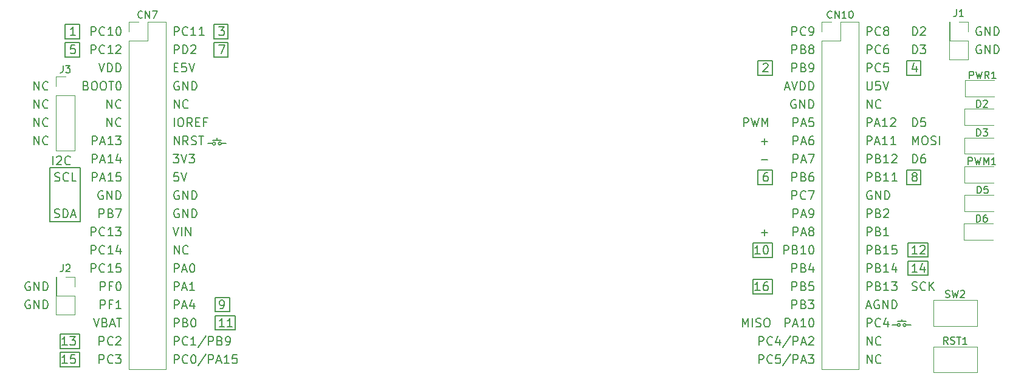
<source format=gbr>
%TF.GenerationSoftware,KiCad,Pcbnew,9.0.0*%
%TF.CreationDate,2025-07-15T20:53:32+01:00*%
%TF.ProjectId,debug,64656275-672e-46b6-9963-61645f706362,rev?*%
%TF.SameCoordinates,Original*%
%TF.FileFunction,Legend,Top*%
%TF.FilePolarity,Positive*%
%FSLAX46Y46*%
G04 Gerber Fmt 4.6, Leading zero omitted, Abs format (unit mm)*
G04 Created by KiCad (PCBNEW 9.0.0) date 2025-07-15 20:53:32*
%MOMM*%
%LPD*%
G01*
G04 APERTURE LIST*
%ADD10C,0.150000*%
%ADD11C,0.200000*%
%ADD12C,0.120000*%
G04 APERTURE END LIST*
D10*
X58086666Y-113754819D02*
X58086666Y-114469104D01*
X58086666Y-114469104D02*
X58039047Y-114611961D01*
X58039047Y-114611961D02*
X57943809Y-114707200D01*
X57943809Y-114707200D02*
X57800952Y-114754819D01*
X57800952Y-114754819D02*
X57705714Y-114754819D01*
X58515238Y-113850057D02*
X58562857Y-113802438D01*
X58562857Y-113802438D02*
X58658095Y-113754819D01*
X58658095Y-113754819D02*
X58896190Y-113754819D01*
X58896190Y-113754819D02*
X58991428Y-113802438D01*
X58991428Y-113802438D02*
X59039047Y-113850057D01*
X59039047Y-113850057D02*
X59086666Y-113945295D01*
X59086666Y-113945295D02*
X59086666Y-114040533D01*
X59086666Y-114040533D02*
X59039047Y-114183390D01*
X59039047Y-114183390D02*
X58467619Y-114754819D01*
X58467619Y-114754819D02*
X59086666Y-114754819D01*
X182546666Y-78194819D02*
X182546666Y-78909104D01*
X182546666Y-78909104D02*
X182499047Y-79051961D01*
X182499047Y-79051961D02*
X182403809Y-79147200D01*
X182403809Y-79147200D02*
X182260952Y-79194819D01*
X182260952Y-79194819D02*
X182165714Y-79194819D01*
X183546666Y-79194819D02*
X182975238Y-79194819D01*
X183260952Y-79194819D02*
X183260952Y-78194819D01*
X183260952Y-78194819D02*
X183165714Y-78337676D01*
X183165714Y-78337676D02*
X183070476Y-78432914D01*
X183070476Y-78432914D02*
X182975238Y-78480533D01*
D11*
X176447292Y-99602742D02*
X176447292Y-98402742D01*
X176447292Y-98402742D02*
X176733006Y-98402742D01*
X176733006Y-98402742D02*
X176904435Y-98459885D01*
X176904435Y-98459885D02*
X177018720Y-98574171D01*
X177018720Y-98574171D02*
X177075863Y-98688457D01*
X177075863Y-98688457D02*
X177133006Y-98917028D01*
X177133006Y-98917028D02*
X177133006Y-99088457D01*
X177133006Y-99088457D02*
X177075863Y-99317028D01*
X177075863Y-99317028D02*
X177018720Y-99431314D01*
X177018720Y-99431314D02*
X176904435Y-99545600D01*
X176904435Y-99545600D02*
X176733006Y-99602742D01*
X176733006Y-99602742D02*
X176447292Y-99602742D01*
X178161578Y-98402742D02*
X177933006Y-98402742D01*
X177933006Y-98402742D02*
X177818720Y-98459885D01*
X177818720Y-98459885D02*
X177761578Y-98517028D01*
X177761578Y-98517028D02*
X177647292Y-98688457D01*
X177647292Y-98688457D02*
X177590149Y-98917028D01*
X177590149Y-98917028D02*
X177590149Y-99374171D01*
X177590149Y-99374171D02*
X177647292Y-99488457D01*
X177647292Y-99488457D02*
X177704435Y-99545600D01*
X177704435Y-99545600D02*
X177818720Y-99602742D01*
X177818720Y-99602742D02*
X178047292Y-99602742D01*
X178047292Y-99602742D02*
X178161578Y-99545600D01*
X178161578Y-99545600D02*
X178218720Y-99488457D01*
X178218720Y-99488457D02*
X178275863Y-99374171D01*
X178275863Y-99374171D02*
X178275863Y-99088457D01*
X178275863Y-99088457D02*
X178218720Y-98974171D01*
X178218720Y-98974171D02*
X178161578Y-98917028D01*
X178161578Y-98917028D02*
X178047292Y-98859885D01*
X178047292Y-98859885D02*
X177818720Y-98859885D01*
X177818720Y-98859885D02*
X177704435Y-98917028D01*
X177704435Y-98917028D02*
X177647292Y-98974171D01*
X177647292Y-98974171D02*
X177590149Y-99088457D01*
X176447292Y-94522742D02*
X176447292Y-93322742D01*
X176447292Y-93322742D02*
X176733006Y-93322742D01*
X176733006Y-93322742D02*
X176904435Y-93379885D01*
X176904435Y-93379885D02*
X177018720Y-93494171D01*
X177018720Y-93494171D02*
X177075863Y-93608457D01*
X177075863Y-93608457D02*
X177133006Y-93837028D01*
X177133006Y-93837028D02*
X177133006Y-94008457D01*
X177133006Y-94008457D02*
X177075863Y-94237028D01*
X177075863Y-94237028D02*
X177018720Y-94351314D01*
X177018720Y-94351314D02*
X176904435Y-94465600D01*
X176904435Y-94465600D02*
X176733006Y-94522742D01*
X176733006Y-94522742D02*
X176447292Y-94522742D01*
X178218720Y-93322742D02*
X177647292Y-93322742D01*
X177647292Y-93322742D02*
X177590149Y-93894171D01*
X177590149Y-93894171D02*
X177647292Y-93837028D01*
X177647292Y-93837028D02*
X177761578Y-93779885D01*
X177761578Y-93779885D02*
X178047292Y-93779885D01*
X178047292Y-93779885D02*
X178161578Y-93837028D01*
X178161578Y-93837028D02*
X178218720Y-93894171D01*
X178218720Y-93894171D02*
X178275863Y-94008457D01*
X178275863Y-94008457D02*
X178275863Y-94294171D01*
X178275863Y-94294171D02*
X178218720Y-94408457D01*
X178218720Y-94408457D02*
X178161578Y-94465600D01*
X178161578Y-94465600D02*
X178047292Y-94522742D01*
X178047292Y-94522742D02*
X177761578Y-94522742D01*
X177761578Y-94522742D02*
X177647292Y-94465600D01*
X177647292Y-94465600D02*
X177590149Y-94408457D01*
X175605000Y-100625000D02*
X177605000Y-100625000D01*
X177605000Y-102625000D01*
X175605000Y-102625000D01*
X175605000Y-100625000D01*
X175535000Y-122200000D02*
X176235000Y-122200000D01*
X154180000Y-110780000D02*
X156930000Y-110780000D01*
X156930000Y-112780000D01*
X154180000Y-112780000D01*
X154180000Y-110780000D01*
X175835000Y-113255000D02*
X178585000Y-113255000D01*
X178585000Y-115255000D01*
X175835000Y-115255000D01*
X175835000Y-113255000D01*
X174335000Y-121700000D02*
X175535000Y-121700000D01*
X79315000Y-120875000D02*
X82065000Y-120875000D01*
X82065000Y-122875000D01*
X79315000Y-122875000D01*
X79315000Y-120875000D01*
X80135000Y-96900000D02*
X80835000Y-96900000D01*
X80135000Y-96900000D02*
G75*
G02*
X79735000Y-96900000I-200000J0D01*
G01*
X79735000Y-96900000D02*
G75*
G02*
X80135000Y-96900000I200000J0D01*
G01*
X154930000Y-100620000D02*
X156930000Y-100620000D01*
X156930000Y-102620000D01*
X154930000Y-102620000D01*
X154930000Y-100620000D01*
X154930000Y-85380000D02*
X156930000Y-85380000D01*
X156930000Y-87380000D01*
X154930000Y-87380000D01*
X154930000Y-85380000D01*
X175605000Y-85385000D02*
X177605000Y-85385000D01*
X177605000Y-87385000D01*
X175605000Y-87385000D01*
X175605000Y-85385000D01*
X57660000Y-123480000D02*
X60410000Y-123480000D01*
X60410000Y-125480000D01*
X57660000Y-125480000D01*
X57660000Y-123480000D01*
X79085000Y-80305000D02*
X81085000Y-80305000D01*
X81085000Y-82305000D01*
X79085000Y-82305000D01*
X79085000Y-80305000D01*
X58410000Y-80300000D02*
X60410000Y-80300000D01*
X60410000Y-82300000D01*
X58410000Y-82300000D01*
X58410000Y-80300000D01*
X56280000Y-100270000D02*
X60530000Y-100270000D01*
X60530000Y-107770000D01*
X56280000Y-107770000D01*
X56280000Y-100270000D01*
X78935000Y-96400000D02*
X80135000Y-96400000D01*
X174935000Y-121400000D02*
X174935000Y-121700000D01*
X79535000Y-96100000D02*
X79535000Y-96400000D01*
X78235000Y-96900000D02*
X78935000Y-96900000D01*
X174735000Y-122200000D02*
G75*
G02*
X174335000Y-122200000I-200000J0D01*
G01*
X174335000Y-122200000D02*
G75*
G02*
X174735000Y-122200000I200000J0D01*
G01*
X79335000Y-96900000D02*
G75*
G02*
X78935000Y-96900000I-200000J0D01*
G01*
X78935000Y-96900000D02*
G75*
G02*
X79335000Y-96900000I200000J0D01*
G01*
X175835000Y-110715000D02*
X178585000Y-110715000D01*
X178585000Y-112715000D01*
X175835000Y-112715000D01*
X175835000Y-110715000D01*
X79285000Y-118345000D02*
X81285000Y-118345000D01*
X81285000Y-120345000D01*
X79285000Y-120345000D01*
X79285000Y-118345000D01*
X79085000Y-82845000D02*
X81085000Y-82845000D01*
X81085000Y-84845000D01*
X79085000Y-84845000D01*
X79085000Y-82845000D01*
X154180000Y-115860000D02*
X156930000Y-115860000D01*
X156930000Y-117860000D01*
X154180000Y-117860000D01*
X154180000Y-115860000D01*
X58410000Y-82840000D02*
X60410000Y-82840000D01*
X60410000Y-84840000D01*
X58410000Y-84840000D01*
X58410000Y-82840000D01*
X173635000Y-122200000D02*
X174335000Y-122200000D01*
X175535000Y-122200000D02*
G75*
G02*
X175135000Y-122200000I-200000J0D01*
G01*
X175135000Y-122200000D02*
G75*
G02*
X175535000Y-122200000I200000J0D01*
G01*
X57660000Y-126020000D02*
X60410000Y-126020000D01*
X60410000Y-128020000D01*
X57660000Y-128020000D01*
X57660000Y-126020000D01*
X62003422Y-112302742D02*
X62003422Y-111102742D01*
X62003422Y-111102742D02*
X62460565Y-111102742D01*
X62460565Y-111102742D02*
X62574850Y-111159885D01*
X62574850Y-111159885D02*
X62631993Y-111217028D01*
X62631993Y-111217028D02*
X62689136Y-111331314D01*
X62689136Y-111331314D02*
X62689136Y-111502742D01*
X62689136Y-111502742D02*
X62631993Y-111617028D01*
X62631993Y-111617028D02*
X62574850Y-111674171D01*
X62574850Y-111674171D02*
X62460565Y-111731314D01*
X62460565Y-111731314D02*
X62003422Y-111731314D01*
X63889136Y-112188457D02*
X63831993Y-112245600D01*
X63831993Y-112245600D02*
X63660565Y-112302742D01*
X63660565Y-112302742D02*
X63546279Y-112302742D01*
X63546279Y-112302742D02*
X63374850Y-112245600D01*
X63374850Y-112245600D02*
X63260565Y-112131314D01*
X63260565Y-112131314D02*
X63203422Y-112017028D01*
X63203422Y-112017028D02*
X63146279Y-111788457D01*
X63146279Y-111788457D02*
X63146279Y-111617028D01*
X63146279Y-111617028D02*
X63203422Y-111388457D01*
X63203422Y-111388457D02*
X63260565Y-111274171D01*
X63260565Y-111274171D02*
X63374850Y-111159885D01*
X63374850Y-111159885D02*
X63546279Y-111102742D01*
X63546279Y-111102742D02*
X63660565Y-111102742D01*
X63660565Y-111102742D02*
X63831993Y-111159885D01*
X63831993Y-111159885D02*
X63889136Y-111217028D01*
X65031993Y-112302742D02*
X64346279Y-112302742D01*
X64689136Y-112302742D02*
X64689136Y-111102742D01*
X64689136Y-111102742D02*
X64574850Y-111274171D01*
X64574850Y-111274171D02*
X64460565Y-111388457D01*
X64460565Y-111388457D02*
X64346279Y-111445600D01*
X66060565Y-111502742D02*
X66060565Y-112302742D01*
X65774850Y-111045600D02*
X65489136Y-111902742D01*
X65489136Y-111902742D02*
X66231993Y-111902742D01*
X170725863Y-103539885D02*
X170611578Y-103482742D01*
X170611578Y-103482742D02*
X170440149Y-103482742D01*
X170440149Y-103482742D02*
X170268720Y-103539885D01*
X170268720Y-103539885D02*
X170154435Y-103654171D01*
X170154435Y-103654171D02*
X170097292Y-103768457D01*
X170097292Y-103768457D02*
X170040149Y-103997028D01*
X170040149Y-103997028D02*
X170040149Y-104168457D01*
X170040149Y-104168457D02*
X170097292Y-104397028D01*
X170097292Y-104397028D02*
X170154435Y-104511314D01*
X170154435Y-104511314D02*
X170268720Y-104625600D01*
X170268720Y-104625600D02*
X170440149Y-104682742D01*
X170440149Y-104682742D02*
X170554435Y-104682742D01*
X170554435Y-104682742D02*
X170725863Y-104625600D01*
X170725863Y-104625600D02*
X170783006Y-104568457D01*
X170783006Y-104568457D02*
X170783006Y-104168457D01*
X170783006Y-104168457D02*
X170554435Y-104168457D01*
X171297292Y-104682742D02*
X171297292Y-103482742D01*
X171297292Y-103482742D02*
X171983006Y-104682742D01*
X171983006Y-104682742D02*
X171983006Y-103482742D01*
X172554435Y-104682742D02*
X172554435Y-103482742D01*
X172554435Y-103482742D02*
X172840149Y-103482742D01*
X172840149Y-103482742D02*
X173011578Y-103539885D01*
X173011578Y-103539885D02*
X173125863Y-103654171D01*
X173125863Y-103654171D02*
X173183006Y-103768457D01*
X173183006Y-103768457D02*
X173240149Y-103997028D01*
X173240149Y-103997028D02*
X173240149Y-104168457D01*
X173240149Y-104168457D02*
X173183006Y-104397028D01*
X173183006Y-104397028D02*
X173125863Y-104511314D01*
X173125863Y-104511314D02*
X173011578Y-104625600D01*
X173011578Y-104625600D02*
X172840149Y-104682742D01*
X172840149Y-104682742D02*
X172554435Y-104682742D01*
X54071993Y-89442742D02*
X54071993Y-88242742D01*
X54071993Y-88242742D02*
X54757707Y-89442742D01*
X54757707Y-89442742D02*
X54757707Y-88242742D01*
X56014850Y-89328457D02*
X55957707Y-89385600D01*
X55957707Y-89385600D02*
X55786279Y-89442742D01*
X55786279Y-89442742D02*
X55671993Y-89442742D01*
X55671993Y-89442742D02*
X55500564Y-89385600D01*
X55500564Y-89385600D02*
X55386279Y-89271314D01*
X55386279Y-89271314D02*
X55329136Y-89157028D01*
X55329136Y-89157028D02*
X55271993Y-88928457D01*
X55271993Y-88928457D02*
X55271993Y-88757028D01*
X55271993Y-88757028D02*
X55329136Y-88528457D01*
X55329136Y-88528457D02*
X55386279Y-88414171D01*
X55386279Y-88414171D02*
X55500564Y-88299885D01*
X55500564Y-88299885D02*
X55671993Y-88242742D01*
X55671993Y-88242742D02*
X55786279Y-88242742D01*
X55786279Y-88242742D02*
X55957707Y-88299885D01*
X55957707Y-88299885D02*
X56014850Y-88357028D01*
X177075863Y-114842742D02*
X176390149Y-114842742D01*
X176733006Y-114842742D02*
X176733006Y-113642742D01*
X176733006Y-113642742D02*
X176618720Y-113814171D01*
X176618720Y-113814171D02*
X176504435Y-113928457D01*
X176504435Y-113928457D02*
X176390149Y-113985600D01*
X178104435Y-114042742D02*
X178104435Y-114842742D01*
X177818720Y-113585600D02*
X177533006Y-114442742D01*
X177533006Y-114442742D02*
X178275863Y-114442742D01*
X185965863Y-83219885D02*
X185851578Y-83162742D01*
X185851578Y-83162742D02*
X185680149Y-83162742D01*
X185680149Y-83162742D02*
X185508720Y-83219885D01*
X185508720Y-83219885D02*
X185394435Y-83334171D01*
X185394435Y-83334171D02*
X185337292Y-83448457D01*
X185337292Y-83448457D02*
X185280149Y-83677028D01*
X185280149Y-83677028D02*
X185280149Y-83848457D01*
X185280149Y-83848457D02*
X185337292Y-84077028D01*
X185337292Y-84077028D02*
X185394435Y-84191314D01*
X185394435Y-84191314D02*
X185508720Y-84305600D01*
X185508720Y-84305600D02*
X185680149Y-84362742D01*
X185680149Y-84362742D02*
X185794435Y-84362742D01*
X185794435Y-84362742D02*
X185965863Y-84305600D01*
X185965863Y-84305600D02*
X186023006Y-84248457D01*
X186023006Y-84248457D02*
X186023006Y-83848457D01*
X186023006Y-83848457D02*
X185794435Y-83848457D01*
X186537292Y-84362742D02*
X186537292Y-83162742D01*
X186537292Y-83162742D02*
X187223006Y-84362742D01*
X187223006Y-84362742D02*
X187223006Y-83162742D01*
X187794435Y-84362742D02*
X187794435Y-83162742D01*
X187794435Y-83162742D02*
X188080149Y-83162742D01*
X188080149Y-83162742D02*
X188251578Y-83219885D01*
X188251578Y-83219885D02*
X188365863Y-83334171D01*
X188365863Y-83334171D02*
X188423006Y-83448457D01*
X188423006Y-83448457D02*
X188480149Y-83677028D01*
X188480149Y-83677028D02*
X188480149Y-83848457D01*
X188480149Y-83848457D02*
X188423006Y-84077028D01*
X188423006Y-84077028D02*
X188365863Y-84191314D01*
X188365863Y-84191314D02*
X188251578Y-84305600D01*
X188251578Y-84305600D02*
X188080149Y-84362742D01*
X188080149Y-84362742D02*
X187794435Y-84362742D01*
X152911278Y-94522742D02*
X152911278Y-93322742D01*
X152911278Y-93322742D02*
X153368421Y-93322742D01*
X153368421Y-93322742D02*
X153482706Y-93379885D01*
X153482706Y-93379885D02*
X153539849Y-93437028D01*
X153539849Y-93437028D02*
X153596992Y-93551314D01*
X153596992Y-93551314D02*
X153596992Y-93722742D01*
X153596992Y-93722742D02*
X153539849Y-93837028D01*
X153539849Y-93837028D02*
X153482706Y-93894171D01*
X153482706Y-93894171D02*
X153368421Y-93951314D01*
X153368421Y-93951314D02*
X152911278Y-93951314D01*
X153996992Y-93322742D02*
X154282706Y-94522742D01*
X154282706Y-94522742D02*
X154511278Y-93665600D01*
X154511278Y-93665600D02*
X154739849Y-94522742D01*
X154739849Y-94522742D02*
X155025564Y-93322742D01*
X155482707Y-94522742D02*
X155482707Y-93322742D01*
X155482707Y-93322742D02*
X155882707Y-94179885D01*
X155882707Y-94179885D02*
X156282707Y-93322742D01*
X156282707Y-93322742D02*
X156282707Y-94522742D01*
X73577292Y-84362742D02*
X73577292Y-83162742D01*
X73577292Y-83162742D02*
X74034435Y-83162742D01*
X74034435Y-83162742D02*
X74148720Y-83219885D01*
X74148720Y-83219885D02*
X74205863Y-83277028D01*
X74205863Y-83277028D02*
X74263006Y-83391314D01*
X74263006Y-83391314D02*
X74263006Y-83562742D01*
X74263006Y-83562742D02*
X74205863Y-83677028D01*
X74205863Y-83677028D02*
X74148720Y-83734171D01*
X74148720Y-83734171D02*
X74034435Y-83791314D01*
X74034435Y-83791314D02*
X73577292Y-83791314D01*
X74777292Y-84362742D02*
X74777292Y-83162742D01*
X74777292Y-83162742D02*
X75063006Y-83162742D01*
X75063006Y-83162742D02*
X75234435Y-83219885D01*
X75234435Y-83219885D02*
X75348720Y-83334171D01*
X75348720Y-83334171D02*
X75405863Y-83448457D01*
X75405863Y-83448457D02*
X75463006Y-83677028D01*
X75463006Y-83677028D02*
X75463006Y-83848457D01*
X75463006Y-83848457D02*
X75405863Y-84077028D01*
X75405863Y-84077028D02*
X75348720Y-84191314D01*
X75348720Y-84191314D02*
X75234435Y-84305600D01*
X75234435Y-84305600D02*
X75063006Y-84362742D01*
X75063006Y-84362742D02*
X74777292Y-84362742D01*
X75920149Y-83277028D02*
X75977292Y-83219885D01*
X75977292Y-83219885D02*
X76091578Y-83162742D01*
X76091578Y-83162742D02*
X76377292Y-83162742D01*
X76377292Y-83162742D02*
X76491578Y-83219885D01*
X76491578Y-83219885D02*
X76548720Y-83277028D01*
X76548720Y-83277028D02*
X76605863Y-83391314D01*
X76605863Y-83391314D02*
X76605863Y-83505600D01*
X76605863Y-83505600D02*
X76548720Y-83677028D01*
X76548720Y-83677028D02*
X75863006Y-84362742D01*
X75863006Y-84362742D02*
X76605863Y-84362742D01*
X170097292Y-84362742D02*
X170097292Y-83162742D01*
X170097292Y-83162742D02*
X170554435Y-83162742D01*
X170554435Y-83162742D02*
X170668720Y-83219885D01*
X170668720Y-83219885D02*
X170725863Y-83277028D01*
X170725863Y-83277028D02*
X170783006Y-83391314D01*
X170783006Y-83391314D02*
X170783006Y-83562742D01*
X170783006Y-83562742D02*
X170725863Y-83677028D01*
X170725863Y-83677028D02*
X170668720Y-83734171D01*
X170668720Y-83734171D02*
X170554435Y-83791314D01*
X170554435Y-83791314D02*
X170097292Y-83791314D01*
X171983006Y-84248457D02*
X171925863Y-84305600D01*
X171925863Y-84305600D02*
X171754435Y-84362742D01*
X171754435Y-84362742D02*
X171640149Y-84362742D01*
X171640149Y-84362742D02*
X171468720Y-84305600D01*
X171468720Y-84305600D02*
X171354435Y-84191314D01*
X171354435Y-84191314D02*
X171297292Y-84077028D01*
X171297292Y-84077028D02*
X171240149Y-83848457D01*
X171240149Y-83848457D02*
X171240149Y-83677028D01*
X171240149Y-83677028D02*
X171297292Y-83448457D01*
X171297292Y-83448457D02*
X171354435Y-83334171D01*
X171354435Y-83334171D02*
X171468720Y-83219885D01*
X171468720Y-83219885D02*
X171640149Y-83162742D01*
X171640149Y-83162742D02*
X171754435Y-83162742D01*
X171754435Y-83162742D02*
X171925863Y-83219885D01*
X171925863Y-83219885D02*
X171983006Y-83277028D01*
X173011578Y-83162742D02*
X172783006Y-83162742D01*
X172783006Y-83162742D02*
X172668720Y-83219885D01*
X172668720Y-83219885D02*
X172611578Y-83277028D01*
X172611578Y-83277028D02*
X172497292Y-83448457D01*
X172497292Y-83448457D02*
X172440149Y-83677028D01*
X172440149Y-83677028D02*
X172440149Y-84134171D01*
X172440149Y-84134171D02*
X172497292Y-84248457D01*
X172497292Y-84248457D02*
X172554435Y-84305600D01*
X172554435Y-84305600D02*
X172668720Y-84362742D01*
X172668720Y-84362742D02*
X172897292Y-84362742D01*
X172897292Y-84362742D02*
X173011578Y-84305600D01*
X173011578Y-84305600D02*
X173068720Y-84248457D01*
X173068720Y-84248457D02*
X173125863Y-84134171D01*
X173125863Y-84134171D02*
X173125863Y-83848457D01*
X173125863Y-83848457D02*
X173068720Y-83734171D01*
X173068720Y-83734171D02*
X173011578Y-83677028D01*
X173011578Y-83677028D02*
X172897292Y-83619885D01*
X172897292Y-83619885D02*
X172668720Y-83619885D01*
X172668720Y-83619885D02*
X172554435Y-83677028D01*
X172554435Y-83677028D02*
X172497292Y-83734171D01*
X172497292Y-83734171D02*
X172440149Y-83848457D01*
X170097292Y-99602742D02*
X170097292Y-98402742D01*
X170097292Y-98402742D02*
X170554435Y-98402742D01*
X170554435Y-98402742D02*
X170668720Y-98459885D01*
X170668720Y-98459885D02*
X170725863Y-98517028D01*
X170725863Y-98517028D02*
X170783006Y-98631314D01*
X170783006Y-98631314D02*
X170783006Y-98802742D01*
X170783006Y-98802742D02*
X170725863Y-98917028D01*
X170725863Y-98917028D02*
X170668720Y-98974171D01*
X170668720Y-98974171D02*
X170554435Y-99031314D01*
X170554435Y-99031314D02*
X170097292Y-99031314D01*
X171697292Y-98974171D02*
X171868720Y-99031314D01*
X171868720Y-99031314D02*
X171925863Y-99088457D01*
X171925863Y-99088457D02*
X171983006Y-99202742D01*
X171983006Y-99202742D02*
X171983006Y-99374171D01*
X171983006Y-99374171D02*
X171925863Y-99488457D01*
X171925863Y-99488457D02*
X171868720Y-99545600D01*
X171868720Y-99545600D02*
X171754435Y-99602742D01*
X171754435Y-99602742D02*
X171297292Y-99602742D01*
X171297292Y-99602742D02*
X171297292Y-98402742D01*
X171297292Y-98402742D02*
X171697292Y-98402742D01*
X171697292Y-98402742D02*
X171811578Y-98459885D01*
X171811578Y-98459885D02*
X171868720Y-98517028D01*
X171868720Y-98517028D02*
X171925863Y-98631314D01*
X171925863Y-98631314D02*
X171925863Y-98745600D01*
X171925863Y-98745600D02*
X171868720Y-98859885D01*
X171868720Y-98859885D02*
X171811578Y-98917028D01*
X171811578Y-98917028D02*
X171697292Y-98974171D01*
X171697292Y-98974171D02*
X171297292Y-98974171D01*
X173125863Y-99602742D02*
X172440149Y-99602742D01*
X172783006Y-99602742D02*
X172783006Y-98402742D01*
X172783006Y-98402742D02*
X172668720Y-98574171D01*
X172668720Y-98574171D02*
X172554435Y-98688457D01*
X172554435Y-98688457D02*
X172440149Y-98745600D01*
X173583006Y-98517028D02*
X173640149Y-98459885D01*
X173640149Y-98459885D02*
X173754435Y-98402742D01*
X173754435Y-98402742D02*
X174040149Y-98402742D01*
X174040149Y-98402742D02*
X174154435Y-98459885D01*
X174154435Y-98459885D02*
X174211577Y-98517028D01*
X174211577Y-98517028D02*
X174268720Y-98631314D01*
X174268720Y-98631314D02*
X174268720Y-98745600D01*
X174268720Y-98745600D02*
X174211577Y-98917028D01*
X174211577Y-98917028D02*
X173525863Y-99602742D01*
X173525863Y-99602742D02*
X174268720Y-99602742D01*
X176618720Y-101457028D02*
X176504435Y-101399885D01*
X176504435Y-101399885D02*
X176447292Y-101342742D01*
X176447292Y-101342742D02*
X176390149Y-101228457D01*
X176390149Y-101228457D02*
X176390149Y-101171314D01*
X176390149Y-101171314D02*
X176447292Y-101057028D01*
X176447292Y-101057028D02*
X176504435Y-100999885D01*
X176504435Y-100999885D02*
X176618720Y-100942742D01*
X176618720Y-100942742D02*
X176847292Y-100942742D01*
X176847292Y-100942742D02*
X176961578Y-100999885D01*
X176961578Y-100999885D02*
X177018720Y-101057028D01*
X177018720Y-101057028D02*
X177075863Y-101171314D01*
X177075863Y-101171314D02*
X177075863Y-101228457D01*
X177075863Y-101228457D02*
X177018720Y-101342742D01*
X177018720Y-101342742D02*
X176961578Y-101399885D01*
X176961578Y-101399885D02*
X176847292Y-101457028D01*
X176847292Y-101457028D02*
X176618720Y-101457028D01*
X176618720Y-101457028D02*
X176504435Y-101514171D01*
X176504435Y-101514171D02*
X176447292Y-101571314D01*
X176447292Y-101571314D02*
X176390149Y-101685600D01*
X176390149Y-101685600D02*
X176390149Y-101914171D01*
X176390149Y-101914171D02*
X176447292Y-102028457D01*
X176447292Y-102028457D02*
X176504435Y-102085600D01*
X176504435Y-102085600D02*
X176618720Y-102142742D01*
X176618720Y-102142742D02*
X176847292Y-102142742D01*
X176847292Y-102142742D02*
X176961578Y-102085600D01*
X176961578Y-102085600D02*
X177018720Y-102028457D01*
X177018720Y-102028457D02*
X177075863Y-101914171D01*
X177075863Y-101914171D02*
X177075863Y-101685600D01*
X177075863Y-101685600D02*
X177018720Y-101571314D01*
X177018720Y-101571314D02*
X176961578Y-101514171D01*
X176961578Y-101514171D02*
X176847292Y-101457028D01*
X61317707Y-88814171D02*
X61489135Y-88871314D01*
X61489135Y-88871314D02*
X61546278Y-88928457D01*
X61546278Y-88928457D02*
X61603421Y-89042742D01*
X61603421Y-89042742D02*
X61603421Y-89214171D01*
X61603421Y-89214171D02*
X61546278Y-89328457D01*
X61546278Y-89328457D02*
X61489135Y-89385600D01*
X61489135Y-89385600D02*
X61374850Y-89442742D01*
X61374850Y-89442742D02*
X60917707Y-89442742D01*
X60917707Y-89442742D02*
X60917707Y-88242742D01*
X60917707Y-88242742D02*
X61317707Y-88242742D01*
X61317707Y-88242742D02*
X61431993Y-88299885D01*
X61431993Y-88299885D02*
X61489135Y-88357028D01*
X61489135Y-88357028D02*
X61546278Y-88471314D01*
X61546278Y-88471314D02*
X61546278Y-88585600D01*
X61546278Y-88585600D02*
X61489135Y-88699885D01*
X61489135Y-88699885D02*
X61431993Y-88757028D01*
X61431993Y-88757028D02*
X61317707Y-88814171D01*
X61317707Y-88814171D02*
X60917707Y-88814171D01*
X62346278Y-88242742D02*
X62574850Y-88242742D01*
X62574850Y-88242742D02*
X62689135Y-88299885D01*
X62689135Y-88299885D02*
X62803421Y-88414171D01*
X62803421Y-88414171D02*
X62860564Y-88642742D01*
X62860564Y-88642742D02*
X62860564Y-89042742D01*
X62860564Y-89042742D02*
X62803421Y-89271314D01*
X62803421Y-89271314D02*
X62689135Y-89385600D01*
X62689135Y-89385600D02*
X62574850Y-89442742D01*
X62574850Y-89442742D02*
X62346278Y-89442742D01*
X62346278Y-89442742D02*
X62231993Y-89385600D01*
X62231993Y-89385600D02*
X62117707Y-89271314D01*
X62117707Y-89271314D02*
X62060564Y-89042742D01*
X62060564Y-89042742D02*
X62060564Y-88642742D01*
X62060564Y-88642742D02*
X62117707Y-88414171D01*
X62117707Y-88414171D02*
X62231993Y-88299885D01*
X62231993Y-88299885D02*
X62346278Y-88242742D01*
X63603421Y-88242742D02*
X63831993Y-88242742D01*
X63831993Y-88242742D02*
X63946278Y-88299885D01*
X63946278Y-88299885D02*
X64060564Y-88414171D01*
X64060564Y-88414171D02*
X64117707Y-88642742D01*
X64117707Y-88642742D02*
X64117707Y-89042742D01*
X64117707Y-89042742D02*
X64060564Y-89271314D01*
X64060564Y-89271314D02*
X63946278Y-89385600D01*
X63946278Y-89385600D02*
X63831993Y-89442742D01*
X63831993Y-89442742D02*
X63603421Y-89442742D01*
X63603421Y-89442742D02*
X63489136Y-89385600D01*
X63489136Y-89385600D02*
X63374850Y-89271314D01*
X63374850Y-89271314D02*
X63317707Y-89042742D01*
X63317707Y-89042742D02*
X63317707Y-88642742D01*
X63317707Y-88642742D02*
X63374850Y-88414171D01*
X63374850Y-88414171D02*
X63489136Y-88299885D01*
X63489136Y-88299885D02*
X63603421Y-88242742D01*
X64460564Y-88242742D02*
X65146279Y-88242742D01*
X64803421Y-89442742D02*
X64803421Y-88242742D01*
X65774850Y-88242742D02*
X65889136Y-88242742D01*
X65889136Y-88242742D02*
X66003422Y-88299885D01*
X66003422Y-88299885D02*
X66060565Y-88357028D01*
X66060565Y-88357028D02*
X66117707Y-88471314D01*
X66117707Y-88471314D02*
X66174850Y-88699885D01*
X66174850Y-88699885D02*
X66174850Y-88985600D01*
X66174850Y-88985600D02*
X66117707Y-89214171D01*
X66117707Y-89214171D02*
X66060565Y-89328457D01*
X66060565Y-89328457D02*
X66003422Y-89385600D01*
X66003422Y-89385600D02*
X65889136Y-89442742D01*
X65889136Y-89442742D02*
X65774850Y-89442742D01*
X65774850Y-89442742D02*
X65660565Y-89385600D01*
X65660565Y-89385600D02*
X65603422Y-89328457D01*
X65603422Y-89328457D02*
X65546279Y-89214171D01*
X65546279Y-89214171D02*
X65489136Y-88985600D01*
X65489136Y-88985600D02*
X65489136Y-88699885D01*
X65489136Y-88699885D02*
X65546279Y-88471314D01*
X65546279Y-88471314D02*
X65603422Y-88357028D01*
X65603422Y-88357028D02*
X65660565Y-88299885D01*
X65660565Y-88299885D02*
X65774850Y-88242742D01*
X53500564Y-116239885D02*
X53386279Y-116182742D01*
X53386279Y-116182742D02*
X53214850Y-116182742D01*
X53214850Y-116182742D02*
X53043421Y-116239885D01*
X53043421Y-116239885D02*
X52929136Y-116354171D01*
X52929136Y-116354171D02*
X52871993Y-116468457D01*
X52871993Y-116468457D02*
X52814850Y-116697028D01*
X52814850Y-116697028D02*
X52814850Y-116868457D01*
X52814850Y-116868457D02*
X52871993Y-117097028D01*
X52871993Y-117097028D02*
X52929136Y-117211314D01*
X52929136Y-117211314D02*
X53043421Y-117325600D01*
X53043421Y-117325600D02*
X53214850Y-117382742D01*
X53214850Y-117382742D02*
X53329136Y-117382742D01*
X53329136Y-117382742D02*
X53500564Y-117325600D01*
X53500564Y-117325600D02*
X53557707Y-117268457D01*
X53557707Y-117268457D02*
X53557707Y-116868457D01*
X53557707Y-116868457D02*
X53329136Y-116868457D01*
X54071993Y-117382742D02*
X54071993Y-116182742D01*
X54071993Y-116182742D02*
X54757707Y-117382742D01*
X54757707Y-117382742D02*
X54757707Y-116182742D01*
X55329136Y-117382742D02*
X55329136Y-116182742D01*
X55329136Y-116182742D02*
X55614850Y-116182742D01*
X55614850Y-116182742D02*
X55786279Y-116239885D01*
X55786279Y-116239885D02*
X55900564Y-116354171D01*
X55900564Y-116354171D02*
X55957707Y-116468457D01*
X55957707Y-116468457D02*
X56014850Y-116697028D01*
X56014850Y-116697028D02*
X56014850Y-116868457D01*
X56014850Y-116868457D02*
X55957707Y-117097028D01*
X55957707Y-117097028D02*
X55900564Y-117211314D01*
X55900564Y-117211314D02*
X55786279Y-117325600D01*
X55786279Y-117325600D02*
X55614850Y-117382742D01*
X55614850Y-117382742D02*
X55329136Y-117382742D01*
X170097292Y-107222742D02*
X170097292Y-106022742D01*
X170097292Y-106022742D02*
X170554435Y-106022742D01*
X170554435Y-106022742D02*
X170668720Y-106079885D01*
X170668720Y-106079885D02*
X170725863Y-106137028D01*
X170725863Y-106137028D02*
X170783006Y-106251314D01*
X170783006Y-106251314D02*
X170783006Y-106422742D01*
X170783006Y-106422742D02*
X170725863Y-106537028D01*
X170725863Y-106537028D02*
X170668720Y-106594171D01*
X170668720Y-106594171D02*
X170554435Y-106651314D01*
X170554435Y-106651314D02*
X170097292Y-106651314D01*
X171697292Y-106594171D02*
X171868720Y-106651314D01*
X171868720Y-106651314D02*
X171925863Y-106708457D01*
X171925863Y-106708457D02*
X171983006Y-106822742D01*
X171983006Y-106822742D02*
X171983006Y-106994171D01*
X171983006Y-106994171D02*
X171925863Y-107108457D01*
X171925863Y-107108457D02*
X171868720Y-107165600D01*
X171868720Y-107165600D02*
X171754435Y-107222742D01*
X171754435Y-107222742D02*
X171297292Y-107222742D01*
X171297292Y-107222742D02*
X171297292Y-106022742D01*
X171297292Y-106022742D02*
X171697292Y-106022742D01*
X171697292Y-106022742D02*
X171811578Y-106079885D01*
X171811578Y-106079885D02*
X171868720Y-106137028D01*
X171868720Y-106137028D02*
X171925863Y-106251314D01*
X171925863Y-106251314D02*
X171925863Y-106365600D01*
X171925863Y-106365600D02*
X171868720Y-106479885D01*
X171868720Y-106479885D02*
X171811578Y-106537028D01*
X171811578Y-106537028D02*
X171697292Y-106594171D01*
X171697292Y-106594171D02*
X171297292Y-106594171D01*
X172440149Y-106137028D02*
X172497292Y-106079885D01*
X172497292Y-106079885D02*
X172611578Y-106022742D01*
X172611578Y-106022742D02*
X172897292Y-106022742D01*
X172897292Y-106022742D02*
X173011578Y-106079885D01*
X173011578Y-106079885D02*
X173068720Y-106137028D01*
X173068720Y-106137028D02*
X173125863Y-106251314D01*
X173125863Y-106251314D02*
X173125863Y-106365600D01*
X173125863Y-106365600D02*
X173068720Y-106537028D01*
X173068720Y-106537028D02*
X172383006Y-107222742D01*
X172383006Y-107222742D02*
X173125863Y-107222742D01*
X73463006Y-98402742D02*
X74205863Y-98402742D01*
X74205863Y-98402742D02*
X73805863Y-98859885D01*
X73805863Y-98859885D02*
X73977292Y-98859885D01*
X73977292Y-98859885D02*
X74091578Y-98917028D01*
X74091578Y-98917028D02*
X74148720Y-98974171D01*
X74148720Y-98974171D02*
X74205863Y-99088457D01*
X74205863Y-99088457D02*
X74205863Y-99374171D01*
X74205863Y-99374171D02*
X74148720Y-99488457D01*
X74148720Y-99488457D02*
X74091578Y-99545600D01*
X74091578Y-99545600D02*
X73977292Y-99602742D01*
X73977292Y-99602742D02*
X73634435Y-99602742D01*
X73634435Y-99602742D02*
X73520149Y-99545600D01*
X73520149Y-99545600D02*
X73463006Y-99488457D01*
X74548720Y-98402742D02*
X74948720Y-99602742D01*
X74948720Y-99602742D02*
X75348720Y-98402742D01*
X75634434Y-98402742D02*
X76377291Y-98402742D01*
X76377291Y-98402742D02*
X75977291Y-98859885D01*
X75977291Y-98859885D02*
X76148720Y-98859885D01*
X76148720Y-98859885D02*
X76263006Y-98917028D01*
X76263006Y-98917028D02*
X76320148Y-98974171D01*
X76320148Y-98974171D02*
X76377291Y-99088457D01*
X76377291Y-99088457D02*
X76377291Y-99374171D01*
X76377291Y-99374171D02*
X76320148Y-99488457D01*
X76320148Y-99488457D02*
X76263006Y-99545600D01*
X76263006Y-99545600D02*
X76148720Y-99602742D01*
X76148720Y-99602742D02*
X75805863Y-99602742D01*
X75805863Y-99602742D02*
X75691577Y-99545600D01*
X75691577Y-99545600D02*
X75634434Y-99488457D01*
X159666279Y-81822742D02*
X159666279Y-80622742D01*
X159666279Y-80622742D02*
X160123422Y-80622742D01*
X160123422Y-80622742D02*
X160237707Y-80679885D01*
X160237707Y-80679885D02*
X160294850Y-80737028D01*
X160294850Y-80737028D02*
X160351993Y-80851314D01*
X160351993Y-80851314D02*
X160351993Y-81022742D01*
X160351993Y-81022742D02*
X160294850Y-81137028D01*
X160294850Y-81137028D02*
X160237707Y-81194171D01*
X160237707Y-81194171D02*
X160123422Y-81251314D01*
X160123422Y-81251314D02*
X159666279Y-81251314D01*
X161551993Y-81708457D02*
X161494850Y-81765600D01*
X161494850Y-81765600D02*
X161323422Y-81822742D01*
X161323422Y-81822742D02*
X161209136Y-81822742D01*
X161209136Y-81822742D02*
X161037707Y-81765600D01*
X161037707Y-81765600D02*
X160923422Y-81651314D01*
X160923422Y-81651314D02*
X160866279Y-81537028D01*
X160866279Y-81537028D02*
X160809136Y-81308457D01*
X160809136Y-81308457D02*
X160809136Y-81137028D01*
X160809136Y-81137028D02*
X160866279Y-80908457D01*
X160866279Y-80908457D02*
X160923422Y-80794171D01*
X160923422Y-80794171D02*
X161037707Y-80679885D01*
X161037707Y-80679885D02*
X161209136Y-80622742D01*
X161209136Y-80622742D02*
X161323422Y-80622742D01*
X161323422Y-80622742D02*
X161494850Y-80679885D01*
X161494850Y-80679885D02*
X161551993Y-80737028D01*
X162123422Y-81822742D02*
X162351993Y-81822742D01*
X162351993Y-81822742D02*
X162466279Y-81765600D01*
X162466279Y-81765600D02*
X162523422Y-81708457D01*
X162523422Y-81708457D02*
X162637707Y-81537028D01*
X162637707Y-81537028D02*
X162694850Y-81308457D01*
X162694850Y-81308457D02*
X162694850Y-80851314D01*
X162694850Y-80851314D02*
X162637707Y-80737028D01*
X162637707Y-80737028D02*
X162580565Y-80679885D01*
X162580565Y-80679885D02*
X162466279Y-80622742D01*
X162466279Y-80622742D02*
X162237707Y-80622742D01*
X162237707Y-80622742D02*
X162123422Y-80679885D01*
X162123422Y-80679885D02*
X162066279Y-80737028D01*
X162066279Y-80737028D02*
X162009136Y-80851314D01*
X162009136Y-80851314D02*
X162009136Y-81137028D01*
X162009136Y-81137028D02*
X162066279Y-81251314D01*
X162066279Y-81251314D02*
X162123422Y-81308457D01*
X162123422Y-81308457D02*
X162237707Y-81365600D01*
X162237707Y-81365600D02*
X162466279Y-81365600D01*
X162466279Y-81365600D02*
X162580565Y-81308457D01*
X162580565Y-81308457D02*
X162637707Y-81251314D01*
X162637707Y-81251314D02*
X162694850Y-81137028D01*
X62003422Y-81822742D02*
X62003422Y-80622742D01*
X62003422Y-80622742D02*
X62460565Y-80622742D01*
X62460565Y-80622742D02*
X62574850Y-80679885D01*
X62574850Y-80679885D02*
X62631993Y-80737028D01*
X62631993Y-80737028D02*
X62689136Y-80851314D01*
X62689136Y-80851314D02*
X62689136Y-81022742D01*
X62689136Y-81022742D02*
X62631993Y-81137028D01*
X62631993Y-81137028D02*
X62574850Y-81194171D01*
X62574850Y-81194171D02*
X62460565Y-81251314D01*
X62460565Y-81251314D02*
X62003422Y-81251314D01*
X63889136Y-81708457D02*
X63831993Y-81765600D01*
X63831993Y-81765600D02*
X63660565Y-81822742D01*
X63660565Y-81822742D02*
X63546279Y-81822742D01*
X63546279Y-81822742D02*
X63374850Y-81765600D01*
X63374850Y-81765600D02*
X63260565Y-81651314D01*
X63260565Y-81651314D02*
X63203422Y-81537028D01*
X63203422Y-81537028D02*
X63146279Y-81308457D01*
X63146279Y-81308457D02*
X63146279Y-81137028D01*
X63146279Y-81137028D02*
X63203422Y-80908457D01*
X63203422Y-80908457D02*
X63260565Y-80794171D01*
X63260565Y-80794171D02*
X63374850Y-80679885D01*
X63374850Y-80679885D02*
X63546279Y-80622742D01*
X63546279Y-80622742D02*
X63660565Y-80622742D01*
X63660565Y-80622742D02*
X63831993Y-80679885D01*
X63831993Y-80679885D02*
X63889136Y-80737028D01*
X65031993Y-81822742D02*
X64346279Y-81822742D01*
X64689136Y-81822742D02*
X64689136Y-80622742D01*
X64689136Y-80622742D02*
X64574850Y-80794171D01*
X64574850Y-80794171D02*
X64460565Y-80908457D01*
X64460565Y-80908457D02*
X64346279Y-80965600D01*
X65774850Y-80622742D02*
X65889136Y-80622742D01*
X65889136Y-80622742D02*
X66003422Y-80679885D01*
X66003422Y-80679885D02*
X66060565Y-80737028D01*
X66060565Y-80737028D02*
X66117707Y-80851314D01*
X66117707Y-80851314D02*
X66174850Y-81079885D01*
X66174850Y-81079885D02*
X66174850Y-81365600D01*
X66174850Y-81365600D02*
X66117707Y-81594171D01*
X66117707Y-81594171D02*
X66060565Y-81708457D01*
X66060565Y-81708457D02*
X66003422Y-81765600D01*
X66003422Y-81765600D02*
X65889136Y-81822742D01*
X65889136Y-81822742D02*
X65774850Y-81822742D01*
X65774850Y-81822742D02*
X65660565Y-81765600D01*
X65660565Y-81765600D02*
X65603422Y-81708457D01*
X65603422Y-81708457D02*
X65546279Y-81594171D01*
X65546279Y-81594171D02*
X65489136Y-81365600D01*
X65489136Y-81365600D02*
X65489136Y-81079885D01*
X65489136Y-81079885D02*
X65546279Y-80851314D01*
X65546279Y-80851314D02*
X65603422Y-80737028D01*
X65603422Y-80737028D02*
X65660565Y-80679885D01*
X65660565Y-80679885D02*
X65774850Y-80622742D01*
X63146279Y-125002742D02*
X63146279Y-123802742D01*
X63146279Y-123802742D02*
X63603422Y-123802742D01*
X63603422Y-123802742D02*
X63717707Y-123859885D01*
X63717707Y-123859885D02*
X63774850Y-123917028D01*
X63774850Y-123917028D02*
X63831993Y-124031314D01*
X63831993Y-124031314D02*
X63831993Y-124202742D01*
X63831993Y-124202742D02*
X63774850Y-124317028D01*
X63774850Y-124317028D02*
X63717707Y-124374171D01*
X63717707Y-124374171D02*
X63603422Y-124431314D01*
X63603422Y-124431314D02*
X63146279Y-124431314D01*
X65031993Y-124888457D02*
X64974850Y-124945600D01*
X64974850Y-124945600D02*
X64803422Y-125002742D01*
X64803422Y-125002742D02*
X64689136Y-125002742D01*
X64689136Y-125002742D02*
X64517707Y-124945600D01*
X64517707Y-124945600D02*
X64403422Y-124831314D01*
X64403422Y-124831314D02*
X64346279Y-124717028D01*
X64346279Y-124717028D02*
X64289136Y-124488457D01*
X64289136Y-124488457D02*
X64289136Y-124317028D01*
X64289136Y-124317028D02*
X64346279Y-124088457D01*
X64346279Y-124088457D02*
X64403422Y-123974171D01*
X64403422Y-123974171D02*
X64517707Y-123859885D01*
X64517707Y-123859885D02*
X64689136Y-123802742D01*
X64689136Y-123802742D02*
X64803422Y-123802742D01*
X64803422Y-123802742D02*
X64974850Y-123859885D01*
X64974850Y-123859885D02*
X65031993Y-123917028D01*
X65489136Y-123917028D02*
X65546279Y-123859885D01*
X65546279Y-123859885D02*
X65660565Y-123802742D01*
X65660565Y-123802742D02*
X65946279Y-123802742D01*
X65946279Y-123802742D02*
X66060565Y-123859885D01*
X66060565Y-123859885D02*
X66117707Y-123917028D01*
X66117707Y-123917028D02*
X66174850Y-124031314D01*
X66174850Y-124031314D02*
X66174850Y-124145600D01*
X66174850Y-124145600D02*
X66117707Y-124317028D01*
X66117707Y-124317028D02*
X65431993Y-125002742D01*
X65431993Y-125002742D02*
X66174850Y-125002742D01*
X79813006Y-80622742D02*
X80555863Y-80622742D01*
X80555863Y-80622742D02*
X80155863Y-81079885D01*
X80155863Y-81079885D02*
X80327292Y-81079885D01*
X80327292Y-81079885D02*
X80441578Y-81137028D01*
X80441578Y-81137028D02*
X80498720Y-81194171D01*
X80498720Y-81194171D02*
X80555863Y-81308457D01*
X80555863Y-81308457D02*
X80555863Y-81594171D01*
X80555863Y-81594171D02*
X80498720Y-81708457D01*
X80498720Y-81708457D02*
X80441578Y-81765600D01*
X80441578Y-81765600D02*
X80327292Y-81822742D01*
X80327292Y-81822742D02*
X79984435Y-81822742D01*
X79984435Y-81822742D02*
X79870149Y-81765600D01*
X79870149Y-81765600D02*
X79813006Y-81708457D01*
X155196993Y-112302742D02*
X154511279Y-112302742D01*
X154854136Y-112302742D02*
X154854136Y-111102742D01*
X154854136Y-111102742D02*
X154739850Y-111274171D01*
X154739850Y-111274171D02*
X154625565Y-111388457D01*
X154625565Y-111388457D02*
X154511279Y-111445600D01*
X155939850Y-111102742D02*
X156054136Y-111102742D01*
X156054136Y-111102742D02*
X156168422Y-111159885D01*
X156168422Y-111159885D02*
X156225565Y-111217028D01*
X156225565Y-111217028D02*
X156282707Y-111331314D01*
X156282707Y-111331314D02*
X156339850Y-111559885D01*
X156339850Y-111559885D02*
X156339850Y-111845600D01*
X156339850Y-111845600D02*
X156282707Y-112074171D01*
X156282707Y-112074171D02*
X156225565Y-112188457D01*
X156225565Y-112188457D02*
X156168422Y-112245600D01*
X156168422Y-112245600D02*
X156054136Y-112302742D01*
X156054136Y-112302742D02*
X155939850Y-112302742D01*
X155939850Y-112302742D02*
X155825565Y-112245600D01*
X155825565Y-112245600D02*
X155768422Y-112188457D01*
X155768422Y-112188457D02*
X155711279Y-112074171D01*
X155711279Y-112074171D02*
X155654136Y-111845600D01*
X155654136Y-111845600D02*
X155654136Y-111559885D01*
X155654136Y-111559885D02*
X155711279Y-111331314D01*
X155711279Y-111331314D02*
X155768422Y-111217028D01*
X155768422Y-111217028D02*
X155825565Y-111159885D01*
X155825565Y-111159885D02*
X155939850Y-111102742D01*
X74205863Y-106079885D02*
X74091578Y-106022742D01*
X74091578Y-106022742D02*
X73920149Y-106022742D01*
X73920149Y-106022742D02*
X73748720Y-106079885D01*
X73748720Y-106079885D02*
X73634435Y-106194171D01*
X73634435Y-106194171D02*
X73577292Y-106308457D01*
X73577292Y-106308457D02*
X73520149Y-106537028D01*
X73520149Y-106537028D02*
X73520149Y-106708457D01*
X73520149Y-106708457D02*
X73577292Y-106937028D01*
X73577292Y-106937028D02*
X73634435Y-107051314D01*
X73634435Y-107051314D02*
X73748720Y-107165600D01*
X73748720Y-107165600D02*
X73920149Y-107222742D01*
X73920149Y-107222742D02*
X74034435Y-107222742D01*
X74034435Y-107222742D02*
X74205863Y-107165600D01*
X74205863Y-107165600D02*
X74263006Y-107108457D01*
X74263006Y-107108457D02*
X74263006Y-106708457D01*
X74263006Y-106708457D02*
X74034435Y-106708457D01*
X74777292Y-107222742D02*
X74777292Y-106022742D01*
X74777292Y-106022742D02*
X75463006Y-107222742D01*
X75463006Y-107222742D02*
X75463006Y-106022742D01*
X76034435Y-107222742D02*
X76034435Y-106022742D01*
X76034435Y-106022742D02*
X76320149Y-106022742D01*
X76320149Y-106022742D02*
X76491578Y-106079885D01*
X76491578Y-106079885D02*
X76605863Y-106194171D01*
X76605863Y-106194171D02*
X76663006Y-106308457D01*
X76663006Y-106308457D02*
X76720149Y-106537028D01*
X76720149Y-106537028D02*
X76720149Y-106708457D01*
X76720149Y-106708457D02*
X76663006Y-106937028D01*
X76663006Y-106937028D02*
X76605863Y-107051314D01*
X76605863Y-107051314D02*
X76491578Y-107165600D01*
X76491578Y-107165600D02*
X76320149Y-107222742D01*
X76320149Y-107222742D02*
X76034435Y-107222742D01*
X73577292Y-91982742D02*
X73577292Y-90782742D01*
X73577292Y-90782742D02*
X74263006Y-91982742D01*
X74263006Y-91982742D02*
X74263006Y-90782742D01*
X75520149Y-91868457D02*
X75463006Y-91925600D01*
X75463006Y-91925600D02*
X75291578Y-91982742D01*
X75291578Y-91982742D02*
X75177292Y-91982742D01*
X75177292Y-91982742D02*
X75005863Y-91925600D01*
X75005863Y-91925600D02*
X74891578Y-91811314D01*
X74891578Y-91811314D02*
X74834435Y-91697028D01*
X74834435Y-91697028D02*
X74777292Y-91468457D01*
X74777292Y-91468457D02*
X74777292Y-91297028D01*
X74777292Y-91297028D02*
X74834435Y-91068457D01*
X74834435Y-91068457D02*
X74891578Y-90954171D01*
X74891578Y-90954171D02*
X75005863Y-90839885D01*
X75005863Y-90839885D02*
X75177292Y-90782742D01*
X75177292Y-90782742D02*
X75291578Y-90782742D01*
X75291578Y-90782742D02*
X75463006Y-90839885D01*
X75463006Y-90839885D02*
X75520149Y-90897028D01*
X170097292Y-91982742D02*
X170097292Y-90782742D01*
X170097292Y-90782742D02*
X170783006Y-91982742D01*
X170783006Y-91982742D02*
X170783006Y-90782742D01*
X172040149Y-91868457D02*
X171983006Y-91925600D01*
X171983006Y-91925600D02*
X171811578Y-91982742D01*
X171811578Y-91982742D02*
X171697292Y-91982742D01*
X171697292Y-91982742D02*
X171525863Y-91925600D01*
X171525863Y-91925600D02*
X171411578Y-91811314D01*
X171411578Y-91811314D02*
X171354435Y-91697028D01*
X171354435Y-91697028D02*
X171297292Y-91468457D01*
X171297292Y-91468457D02*
X171297292Y-91297028D01*
X171297292Y-91297028D02*
X171354435Y-91068457D01*
X171354435Y-91068457D02*
X171411578Y-90954171D01*
X171411578Y-90954171D02*
X171525863Y-90839885D01*
X171525863Y-90839885D02*
X171697292Y-90782742D01*
X171697292Y-90782742D02*
X171811578Y-90782742D01*
X171811578Y-90782742D02*
X171983006Y-90839885D01*
X171983006Y-90839885D02*
X172040149Y-90897028D01*
X54071993Y-91982742D02*
X54071993Y-90782742D01*
X54071993Y-90782742D02*
X54757707Y-91982742D01*
X54757707Y-91982742D02*
X54757707Y-90782742D01*
X56014850Y-91868457D02*
X55957707Y-91925600D01*
X55957707Y-91925600D02*
X55786279Y-91982742D01*
X55786279Y-91982742D02*
X55671993Y-91982742D01*
X55671993Y-91982742D02*
X55500564Y-91925600D01*
X55500564Y-91925600D02*
X55386279Y-91811314D01*
X55386279Y-91811314D02*
X55329136Y-91697028D01*
X55329136Y-91697028D02*
X55271993Y-91468457D01*
X55271993Y-91468457D02*
X55271993Y-91297028D01*
X55271993Y-91297028D02*
X55329136Y-91068457D01*
X55329136Y-91068457D02*
X55386279Y-90954171D01*
X55386279Y-90954171D02*
X55500564Y-90839885D01*
X55500564Y-90839885D02*
X55671993Y-90782742D01*
X55671993Y-90782742D02*
X55786279Y-90782742D01*
X55786279Y-90782742D02*
X55957707Y-90839885D01*
X55957707Y-90839885D02*
X56014850Y-90897028D01*
X59819850Y-81822742D02*
X59134136Y-81822742D01*
X59476993Y-81822742D02*
X59476993Y-80622742D01*
X59476993Y-80622742D02*
X59362707Y-80794171D01*
X59362707Y-80794171D02*
X59248422Y-80908457D01*
X59248422Y-80908457D02*
X59134136Y-80965600D01*
X155654136Y-85817028D02*
X155711279Y-85759885D01*
X155711279Y-85759885D02*
X155825565Y-85702742D01*
X155825565Y-85702742D02*
X156111279Y-85702742D01*
X156111279Y-85702742D02*
X156225565Y-85759885D01*
X156225565Y-85759885D02*
X156282707Y-85817028D01*
X156282707Y-85817028D02*
X156339850Y-85931314D01*
X156339850Y-85931314D02*
X156339850Y-86045600D01*
X156339850Y-86045600D02*
X156282707Y-86217028D01*
X156282707Y-86217028D02*
X155596993Y-86902742D01*
X155596993Y-86902742D02*
X156339850Y-86902742D01*
X170097292Y-102142742D02*
X170097292Y-100942742D01*
X170097292Y-100942742D02*
X170554435Y-100942742D01*
X170554435Y-100942742D02*
X170668720Y-100999885D01*
X170668720Y-100999885D02*
X170725863Y-101057028D01*
X170725863Y-101057028D02*
X170783006Y-101171314D01*
X170783006Y-101171314D02*
X170783006Y-101342742D01*
X170783006Y-101342742D02*
X170725863Y-101457028D01*
X170725863Y-101457028D02*
X170668720Y-101514171D01*
X170668720Y-101514171D02*
X170554435Y-101571314D01*
X170554435Y-101571314D02*
X170097292Y-101571314D01*
X171697292Y-101514171D02*
X171868720Y-101571314D01*
X171868720Y-101571314D02*
X171925863Y-101628457D01*
X171925863Y-101628457D02*
X171983006Y-101742742D01*
X171983006Y-101742742D02*
X171983006Y-101914171D01*
X171983006Y-101914171D02*
X171925863Y-102028457D01*
X171925863Y-102028457D02*
X171868720Y-102085600D01*
X171868720Y-102085600D02*
X171754435Y-102142742D01*
X171754435Y-102142742D02*
X171297292Y-102142742D01*
X171297292Y-102142742D02*
X171297292Y-100942742D01*
X171297292Y-100942742D02*
X171697292Y-100942742D01*
X171697292Y-100942742D02*
X171811578Y-100999885D01*
X171811578Y-100999885D02*
X171868720Y-101057028D01*
X171868720Y-101057028D02*
X171925863Y-101171314D01*
X171925863Y-101171314D02*
X171925863Y-101285600D01*
X171925863Y-101285600D02*
X171868720Y-101399885D01*
X171868720Y-101399885D02*
X171811578Y-101457028D01*
X171811578Y-101457028D02*
X171697292Y-101514171D01*
X171697292Y-101514171D02*
X171297292Y-101514171D01*
X173125863Y-102142742D02*
X172440149Y-102142742D01*
X172783006Y-102142742D02*
X172783006Y-100942742D01*
X172783006Y-100942742D02*
X172668720Y-101114171D01*
X172668720Y-101114171D02*
X172554435Y-101228457D01*
X172554435Y-101228457D02*
X172440149Y-101285600D01*
X174268720Y-102142742D02*
X173583006Y-102142742D01*
X173925863Y-102142742D02*
X173925863Y-100942742D01*
X173925863Y-100942742D02*
X173811577Y-101114171D01*
X173811577Y-101114171D02*
X173697292Y-101228457D01*
X173697292Y-101228457D02*
X173583006Y-101285600D01*
X170097292Y-127542742D02*
X170097292Y-126342742D01*
X170097292Y-126342742D02*
X170783006Y-127542742D01*
X170783006Y-127542742D02*
X170783006Y-126342742D01*
X172040149Y-127428457D02*
X171983006Y-127485600D01*
X171983006Y-127485600D02*
X171811578Y-127542742D01*
X171811578Y-127542742D02*
X171697292Y-127542742D01*
X171697292Y-127542742D02*
X171525863Y-127485600D01*
X171525863Y-127485600D02*
X171411578Y-127371314D01*
X171411578Y-127371314D02*
X171354435Y-127257028D01*
X171354435Y-127257028D02*
X171297292Y-127028457D01*
X171297292Y-127028457D02*
X171297292Y-126857028D01*
X171297292Y-126857028D02*
X171354435Y-126628457D01*
X171354435Y-126628457D02*
X171411578Y-126514171D01*
X171411578Y-126514171D02*
X171525863Y-126399885D01*
X171525863Y-126399885D02*
X171697292Y-126342742D01*
X171697292Y-126342742D02*
X171811578Y-126342742D01*
X171811578Y-126342742D02*
X171983006Y-126399885D01*
X171983006Y-126399885D02*
X172040149Y-126457028D01*
X54071993Y-94522742D02*
X54071993Y-93322742D01*
X54071993Y-93322742D02*
X54757707Y-94522742D01*
X54757707Y-94522742D02*
X54757707Y-93322742D01*
X56014850Y-94408457D02*
X55957707Y-94465600D01*
X55957707Y-94465600D02*
X55786279Y-94522742D01*
X55786279Y-94522742D02*
X55671993Y-94522742D01*
X55671993Y-94522742D02*
X55500564Y-94465600D01*
X55500564Y-94465600D02*
X55386279Y-94351314D01*
X55386279Y-94351314D02*
X55329136Y-94237028D01*
X55329136Y-94237028D02*
X55271993Y-94008457D01*
X55271993Y-94008457D02*
X55271993Y-93837028D01*
X55271993Y-93837028D02*
X55329136Y-93608457D01*
X55329136Y-93608457D02*
X55386279Y-93494171D01*
X55386279Y-93494171D02*
X55500564Y-93379885D01*
X55500564Y-93379885D02*
X55671993Y-93322742D01*
X55671993Y-93322742D02*
X55786279Y-93322742D01*
X55786279Y-93322742D02*
X55957707Y-93379885D01*
X55957707Y-93379885D02*
X56014850Y-93437028D01*
X170097292Y-81822742D02*
X170097292Y-80622742D01*
X170097292Y-80622742D02*
X170554435Y-80622742D01*
X170554435Y-80622742D02*
X170668720Y-80679885D01*
X170668720Y-80679885D02*
X170725863Y-80737028D01*
X170725863Y-80737028D02*
X170783006Y-80851314D01*
X170783006Y-80851314D02*
X170783006Y-81022742D01*
X170783006Y-81022742D02*
X170725863Y-81137028D01*
X170725863Y-81137028D02*
X170668720Y-81194171D01*
X170668720Y-81194171D02*
X170554435Y-81251314D01*
X170554435Y-81251314D02*
X170097292Y-81251314D01*
X171983006Y-81708457D02*
X171925863Y-81765600D01*
X171925863Y-81765600D02*
X171754435Y-81822742D01*
X171754435Y-81822742D02*
X171640149Y-81822742D01*
X171640149Y-81822742D02*
X171468720Y-81765600D01*
X171468720Y-81765600D02*
X171354435Y-81651314D01*
X171354435Y-81651314D02*
X171297292Y-81537028D01*
X171297292Y-81537028D02*
X171240149Y-81308457D01*
X171240149Y-81308457D02*
X171240149Y-81137028D01*
X171240149Y-81137028D02*
X171297292Y-80908457D01*
X171297292Y-80908457D02*
X171354435Y-80794171D01*
X171354435Y-80794171D02*
X171468720Y-80679885D01*
X171468720Y-80679885D02*
X171640149Y-80622742D01*
X171640149Y-80622742D02*
X171754435Y-80622742D01*
X171754435Y-80622742D02*
X171925863Y-80679885D01*
X171925863Y-80679885D02*
X171983006Y-80737028D01*
X172668720Y-81137028D02*
X172554435Y-81079885D01*
X172554435Y-81079885D02*
X172497292Y-81022742D01*
X172497292Y-81022742D02*
X172440149Y-80908457D01*
X172440149Y-80908457D02*
X172440149Y-80851314D01*
X172440149Y-80851314D02*
X172497292Y-80737028D01*
X172497292Y-80737028D02*
X172554435Y-80679885D01*
X172554435Y-80679885D02*
X172668720Y-80622742D01*
X172668720Y-80622742D02*
X172897292Y-80622742D01*
X172897292Y-80622742D02*
X173011578Y-80679885D01*
X173011578Y-80679885D02*
X173068720Y-80737028D01*
X173068720Y-80737028D02*
X173125863Y-80851314D01*
X173125863Y-80851314D02*
X173125863Y-80908457D01*
X173125863Y-80908457D02*
X173068720Y-81022742D01*
X173068720Y-81022742D02*
X173011578Y-81079885D01*
X173011578Y-81079885D02*
X172897292Y-81137028D01*
X172897292Y-81137028D02*
X172668720Y-81137028D01*
X172668720Y-81137028D02*
X172554435Y-81194171D01*
X172554435Y-81194171D02*
X172497292Y-81251314D01*
X172497292Y-81251314D02*
X172440149Y-81365600D01*
X172440149Y-81365600D02*
X172440149Y-81594171D01*
X172440149Y-81594171D02*
X172497292Y-81708457D01*
X172497292Y-81708457D02*
X172554435Y-81765600D01*
X172554435Y-81765600D02*
X172668720Y-81822742D01*
X172668720Y-81822742D02*
X172897292Y-81822742D01*
X172897292Y-81822742D02*
X173011578Y-81765600D01*
X173011578Y-81765600D02*
X173068720Y-81708457D01*
X173068720Y-81708457D02*
X173125863Y-81594171D01*
X173125863Y-81594171D02*
X173125863Y-81365600D01*
X173125863Y-81365600D02*
X173068720Y-81251314D01*
X173068720Y-81251314D02*
X173011578Y-81194171D01*
X173011578Y-81194171D02*
X172897292Y-81137028D01*
X170097292Y-88242742D02*
X170097292Y-89214171D01*
X170097292Y-89214171D02*
X170154435Y-89328457D01*
X170154435Y-89328457D02*
X170211578Y-89385600D01*
X170211578Y-89385600D02*
X170325863Y-89442742D01*
X170325863Y-89442742D02*
X170554435Y-89442742D01*
X170554435Y-89442742D02*
X170668720Y-89385600D01*
X170668720Y-89385600D02*
X170725863Y-89328457D01*
X170725863Y-89328457D02*
X170783006Y-89214171D01*
X170783006Y-89214171D02*
X170783006Y-88242742D01*
X171925863Y-88242742D02*
X171354435Y-88242742D01*
X171354435Y-88242742D02*
X171297292Y-88814171D01*
X171297292Y-88814171D02*
X171354435Y-88757028D01*
X171354435Y-88757028D02*
X171468721Y-88699885D01*
X171468721Y-88699885D02*
X171754435Y-88699885D01*
X171754435Y-88699885D02*
X171868721Y-88757028D01*
X171868721Y-88757028D02*
X171925863Y-88814171D01*
X171925863Y-88814171D02*
X171983006Y-88928457D01*
X171983006Y-88928457D02*
X171983006Y-89214171D01*
X171983006Y-89214171D02*
X171925863Y-89328457D01*
X171925863Y-89328457D02*
X171868721Y-89385600D01*
X171868721Y-89385600D02*
X171754435Y-89442742D01*
X171754435Y-89442742D02*
X171468721Y-89442742D01*
X171468721Y-89442742D02*
X171354435Y-89385600D01*
X171354435Y-89385600D02*
X171297292Y-89328457D01*
X172325863Y-88242742D02*
X172725863Y-89442742D01*
X172725863Y-89442742D02*
X173125863Y-88242742D01*
X73577292Y-86274171D02*
X73977292Y-86274171D01*
X74148720Y-86902742D02*
X73577292Y-86902742D01*
X73577292Y-86902742D02*
X73577292Y-85702742D01*
X73577292Y-85702742D02*
X74148720Y-85702742D01*
X75234434Y-85702742D02*
X74663006Y-85702742D01*
X74663006Y-85702742D02*
X74605863Y-86274171D01*
X74605863Y-86274171D02*
X74663006Y-86217028D01*
X74663006Y-86217028D02*
X74777292Y-86159885D01*
X74777292Y-86159885D02*
X75063006Y-86159885D01*
X75063006Y-86159885D02*
X75177292Y-86217028D01*
X75177292Y-86217028D02*
X75234434Y-86274171D01*
X75234434Y-86274171D02*
X75291577Y-86388457D01*
X75291577Y-86388457D02*
X75291577Y-86674171D01*
X75291577Y-86674171D02*
X75234434Y-86788457D01*
X75234434Y-86788457D02*
X75177292Y-86845600D01*
X75177292Y-86845600D02*
X75063006Y-86902742D01*
X75063006Y-86902742D02*
X74777292Y-86902742D01*
X74777292Y-86902742D02*
X74663006Y-86845600D01*
X74663006Y-86845600D02*
X74605863Y-86788457D01*
X75634434Y-85702742D02*
X76034434Y-86902742D01*
X76034434Y-86902742D02*
X76434434Y-85702742D01*
X159666279Y-104682742D02*
X159666279Y-103482742D01*
X159666279Y-103482742D02*
X160123422Y-103482742D01*
X160123422Y-103482742D02*
X160237707Y-103539885D01*
X160237707Y-103539885D02*
X160294850Y-103597028D01*
X160294850Y-103597028D02*
X160351993Y-103711314D01*
X160351993Y-103711314D02*
X160351993Y-103882742D01*
X160351993Y-103882742D02*
X160294850Y-103997028D01*
X160294850Y-103997028D02*
X160237707Y-104054171D01*
X160237707Y-104054171D02*
X160123422Y-104111314D01*
X160123422Y-104111314D02*
X159666279Y-104111314D01*
X161551993Y-104568457D02*
X161494850Y-104625600D01*
X161494850Y-104625600D02*
X161323422Y-104682742D01*
X161323422Y-104682742D02*
X161209136Y-104682742D01*
X161209136Y-104682742D02*
X161037707Y-104625600D01*
X161037707Y-104625600D02*
X160923422Y-104511314D01*
X160923422Y-104511314D02*
X160866279Y-104397028D01*
X160866279Y-104397028D02*
X160809136Y-104168457D01*
X160809136Y-104168457D02*
X160809136Y-103997028D01*
X160809136Y-103997028D02*
X160866279Y-103768457D01*
X160866279Y-103768457D02*
X160923422Y-103654171D01*
X160923422Y-103654171D02*
X161037707Y-103539885D01*
X161037707Y-103539885D02*
X161209136Y-103482742D01*
X161209136Y-103482742D02*
X161323422Y-103482742D01*
X161323422Y-103482742D02*
X161494850Y-103539885D01*
X161494850Y-103539885D02*
X161551993Y-103597028D01*
X161951993Y-103482742D02*
X162751993Y-103482742D01*
X162751993Y-103482742D02*
X162237707Y-104682742D01*
X62003422Y-109762742D02*
X62003422Y-108562742D01*
X62003422Y-108562742D02*
X62460565Y-108562742D01*
X62460565Y-108562742D02*
X62574850Y-108619885D01*
X62574850Y-108619885D02*
X62631993Y-108677028D01*
X62631993Y-108677028D02*
X62689136Y-108791314D01*
X62689136Y-108791314D02*
X62689136Y-108962742D01*
X62689136Y-108962742D02*
X62631993Y-109077028D01*
X62631993Y-109077028D02*
X62574850Y-109134171D01*
X62574850Y-109134171D02*
X62460565Y-109191314D01*
X62460565Y-109191314D02*
X62003422Y-109191314D01*
X63889136Y-109648457D02*
X63831993Y-109705600D01*
X63831993Y-109705600D02*
X63660565Y-109762742D01*
X63660565Y-109762742D02*
X63546279Y-109762742D01*
X63546279Y-109762742D02*
X63374850Y-109705600D01*
X63374850Y-109705600D02*
X63260565Y-109591314D01*
X63260565Y-109591314D02*
X63203422Y-109477028D01*
X63203422Y-109477028D02*
X63146279Y-109248457D01*
X63146279Y-109248457D02*
X63146279Y-109077028D01*
X63146279Y-109077028D02*
X63203422Y-108848457D01*
X63203422Y-108848457D02*
X63260565Y-108734171D01*
X63260565Y-108734171D02*
X63374850Y-108619885D01*
X63374850Y-108619885D02*
X63546279Y-108562742D01*
X63546279Y-108562742D02*
X63660565Y-108562742D01*
X63660565Y-108562742D02*
X63831993Y-108619885D01*
X63831993Y-108619885D02*
X63889136Y-108677028D01*
X65031993Y-109762742D02*
X64346279Y-109762742D01*
X64689136Y-109762742D02*
X64689136Y-108562742D01*
X64689136Y-108562742D02*
X64574850Y-108734171D01*
X64574850Y-108734171D02*
X64460565Y-108848457D01*
X64460565Y-108848457D02*
X64346279Y-108905600D01*
X65431993Y-108562742D02*
X66174850Y-108562742D01*
X66174850Y-108562742D02*
X65774850Y-109019885D01*
X65774850Y-109019885D02*
X65946279Y-109019885D01*
X65946279Y-109019885D02*
X66060565Y-109077028D01*
X66060565Y-109077028D02*
X66117707Y-109134171D01*
X66117707Y-109134171D02*
X66174850Y-109248457D01*
X66174850Y-109248457D02*
X66174850Y-109534171D01*
X66174850Y-109534171D02*
X66117707Y-109648457D01*
X66117707Y-109648457D02*
X66060565Y-109705600D01*
X66060565Y-109705600D02*
X65946279Y-109762742D01*
X65946279Y-109762742D02*
X65603422Y-109762742D01*
X65603422Y-109762742D02*
X65489136Y-109705600D01*
X65489136Y-109705600D02*
X65431993Y-109648457D01*
X62174851Y-102142742D02*
X62174851Y-100942742D01*
X62174851Y-100942742D02*
X62631994Y-100942742D01*
X62631994Y-100942742D02*
X62746279Y-100999885D01*
X62746279Y-100999885D02*
X62803422Y-101057028D01*
X62803422Y-101057028D02*
X62860565Y-101171314D01*
X62860565Y-101171314D02*
X62860565Y-101342742D01*
X62860565Y-101342742D02*
X62803422Y-101457028D01*
X62803422Y-101457028D02*
X62746279Y-101514171D01*
X62746279Y-101514171D02*
X62631994Y-101571314D01*
X62631994Y-101571314D02*
X62174851Y-101571314D01*
X63317708Y-101799885D02*
X63889137Y-101799885D01*
X63203422Y-102142742D02*
X63603422Y-100942742D01*
X63603422Y-100942742D02*
X64003422Y-102142742D01*
X65031993Y-102142742D02*
X64346279Y-102142742D01*
X64689136Y-102142742D02*
X64689136Y-100942742D01*
X64689136Y-100942742D02*
X64574850Y-101114171D01*
X64574850Y-101114171D02*
X64460565Y-101228457D01*
X64460565Y-101228457D02*
X64346279Y-101285600D01*
X66117707Y-100942742D02*
X65546279Y-100942742D01*
X65546279Y-100942742D02*
X65489136Y-101514171D01*
X65489136Y-101514171D02*
X65546279Y-101457028D01*
X65546279Y-101457028D02*
X65660565Y-101399885D01*
X65660565Y-101399885D02*
X65946279Y-101399885D01*
X65946279Y-101399885D02*
X66060565Y-101457028D01*
X66060565Y-101457028D02*
X66117707Y-101514171D01*
X66117707Y-101514171D02*
X66174850Y-101628457D01*
X66174850Y-101628457D02*
X66174850Y-101914171D01*
X66174850Y-101914171D02*
X66117707Y-102028457D01*
X66117707Y-102028457D02*
X66060565Y-102085600D01*
X66060565Y-102085600D02*
X65946279Y-102142742D01*
X65946279Y-102142742D02*
X65660565Y-102142742D01*
X65660565Y-102142742D02*
X65546279Y-102085600D01*
X65546279Y-102085600D02*
X65489136Y-102028457D01*
X155037708Y-127542742D02*
X155037708Y-126342742D01*
X155037708Y-126342742D02*
X155494851Y-126342742D01*
X155494851Y-126342742D02*
X155609136Y-126399885D01*
X155609136Y-126399885D02*
X155666279Y-126457028D01*
X155666279Y-126457028D02*
X155723422Y-126571314D01*
X155723422Y-126571314D02*
X155723422Y-126742742D01*
X155723422Y-126742742D02*
X155666279Y-126857028D01*
X155666279Y-126857028D02*
X155609136Y-126914171D01*
X155609136Y-126914171D02*
X155494851Y-126971314D01*
X155494851Y-126971314D02*
X155037708Y-126971314D01*
X156923422Y-127428457D02*
X156866279Y-127485600D01*
X156866279Y-127485600D02*
X156694851Y-127542742D01*
X156694851Y-127542742D02*
X156580565Y-127542742D01*
X156580565Y-127542742D02*
X156409136Y-127485600D01*
X156409136Y-127485600D02*
X156294851Y-127371314D01*
X156294851Y-127371314D02*
X156237708Y-127257028D01*
X156237708Y-127257028D02*
X156180565Y-127028457D01*
X156180565Y-127028457D02*
X156180565Y-126857028D01*
X156180565Y-126857028D02*
X156237708Y-126628457D01*
X156237708Y-126628457D02*
X156294851Y-126514171D01*
X156294851Y-126514171D02*
X156409136Y-126399885D01*
X156409136Y-126399885D02*
X156580565Y-126342742D01*
X156580565Y-126342742D02*
X156694851Y-126342742D01*
X156694851Y-126342742D02*
X156866279Y-126399885D01*
X156866279Y-126399885D02*
X156923422Y-126457028D01*
X158009136Y-126342742D02*
X157437708Y-126342742D01*
X157437708Y-126342742D02*
X157380565Y-126914171D01*
X157380565Y-126914171D02*
X157437708Y-126857028D01*
X157437708Y-126857028D02*
X157551994Y-126799885D01*
X157551994Y-126799885D02*
X157837708Y-126799885D01*
X157837708Y-126799885D02*
X157951994Y-126857028D01*
X157951994Y-126857028D02*
X158009136Y-126914171D01*
X158009136Y-126914171D02*
X158066279Y-127028457D01*
X158066279Y-127028457D02*
X158066279Y-127314171D01*
X158066279Y-127314171D02*
X158009136Y-127428457D01*
X158009136Y-127428457D02*
X157951994Y-127485600D01*
X157951994Y-127485600D02*
X157837708Y-127542742D01*
X157837708Y-127542742D02*
X157551994Y-127542742D01*
X157551994Y-127542742D02*
X157437708Y-127485600D01*
X157437708Y-127485600D02*
X157380565Y-127428457D01*
X159437708Y-126285600D02*
X158409136Y-127828457D01*
X159837708Y-127542742D02*
X159837708Y-126342742D01*
X159837708Y-126342742D02*
X160294851Y-126342742D01*
X160294851Y-126342742D02*
X160409136Y-126399885D01*
X160409136Y-126399885D02*
X160466279Y-126457028D01*
X160466279Y-126457028D02*
X160523422Y-126571314D01*
X160523422Y-126571314D02*
X160523422Y-126742742D01*
X160523422Y-126742742D02*
X160466279Y-126857028D01*
X160466279Y-126857028D02*
X160409136Y-126914171D01*
X160409136Y-126914171D02*
X160294851Y-126971314D01*
X160294851Y-126971314D02*
X159837708Y-126971314D01*
X160980565Y-127199885D02*
X161551994Y-127199885D01*
X160866279Y-127542742D02*
X161266279Y-126342742D01*
X161266279Y-126342742D02*
X161666279Y-127542742D01*
X161951993Y-126342742D02*
X162694850Y-126342742D01*
X162694850Y-126342742D02*
X162294850Y-126799885D01*
X162294850Y-126799885D02*
X162466279Y-126799885D01*
X162466279Y-126799885D02*
X162580565Y-126857028D01*
X162580565Y-126857028D02*
X162637707Y-126914171D01*
X162637707Y-126914171D02*
X162694850Y-127028457D01*
X162694850Y-127028457D02*
X162694850Y-127314171D01*
X162694850Y-127314171D02*
X162637707Y-127428457D01*
X162637707Y-127428457D02*
X162580565Y-127485600D01*
X162580565Y-127485600D02*
X162466279Y-127542742D01*
X162466279Y-127542742D02*
X162123422Y-127542742D01*
X162123422Y-127542742D02*
X162009136Y-127485600D01*
X162009136Y-127485600D02*
X161951993Y-127428457D01*
X155196993Y-117382742D02*
X154511279Y-117382742D01*
X154854136Y-117382742D02*
X154854136Y-116182742D01*
X154854136Y-116182742D02*
X154739850Y-116354171D01*
X154739850Y-116354171D02*
X154625565Y-116468457D01*
X154625565Y-116468457D02*
X154511279Y-116525600D01*
X156225565Y-116182742D02*
X155996993Y-116182742D01*
X155996993Y-116182742D02*
X155882707Y-116239885D01*
X155882707Y-116239885D02*
X155825565Y-116297028D01*
X155825565Y-116297028D02*
X155711279Y-116468457D01*
X155711279Y-116468457D02*
X155654136Y-116697028D01*
X155654136Y-116697028D02*
X155654136Y-117154171D01*
X155654136Y-117154171D02*
X155711279Y-117268457D01*
X155711279Y-117268457D02*
X155768422Y-117325600D01*
X155768422Y-117325600D02*
X155882707Y-117382742D01*
X155882707Y-117382742D02*
X156111279Y-117382742D01*
X156111279Y-117382742D02*
X156225565Y-117325600D01*
X156225565Y-117325600D02*
X156282707Y-117268457D01*
X156282707Y-117268457D02*
X156339850Y-117154171D01*
X156339850Y-117154171D02*
X156339850Y-116868457D01*
X156339850Y-116868457D02*
X156282707Y-116754171D01*
X156282707Y-116754171D02*
X156225565Y-116697028D01*
X156225565Y-116697028D02*
X156111279Y-116639885D01*
X156111279Y-116639885D02*
X155882707Y-116639885D01*
X155882707Y-116639885D02*
X155768422Y-116697028D01*
X155768422Y-116697028D02*
X155711279Y-116754171D01*
X155711279Y-116754171D02*
X155654136Y-116868457D01*
X159837708Y-97062742D02*
X159837708Y-95862742D01*
X159837708Y-95862742D02*
X160294851Y-95862742D01*
X160294851Y-95862742D02*
X160409136Y-95919885D01*
X160409136Y-95919885D02*
X160466279Y-95977028D01*
X160466279Y-95977028D02*
X160523422Y-96091314D01*
X160523422Y-96091314D02*
X160523422Y-96262742D01*
X160523422Y-96262742D02*
X160466279Y-96377028D01*
X160466279Y-96377028D02*
X160409136Y-96434171D01*
X160409136Y-96434171D02*
X160294851Y-96491314D01*
X160294851Y-96491314D02*
X159837708Y-96491314D01*
X160980565Y-96719885D02*
X161551994Y-96719885D01*
X160866279Y-97062742D02*
X161266279Y-95862742D01*
X161266279Y-95862742D02*
X161666279Y-97062742D01*
X162580565Y-95862742D02*
X162351993Y-95862742D01*
X162351993Y-95862742D02*
X162237707Y-95919885D01*
X162237707Y-95919885D02*
X162180565Y-95977028D01*
X162180565Y-95977028D02*
X162066279Y-96148457D01*
X162066279Y-96148457D02*
X162009136Y-96377028D01*
X162009136Y-96377028D02*
X162009136Y-96834171D01*
X162009136Y-96834171D02*
X162066279Y-96948457D01*
X162066279Y-96948457D02*
X162123422Y-97005600D01*
X162123422Y-97005600D02*
X162237707Y-97062742D01*
X162237707Y-97062742D02*
X162466279Y-97062742D01*
X162466279Y-97062742D02*
X162580565Y-97005600D01*
X162580565Y-97005600D02*
X162637707Y-96948457D01*
X162637707Y-96948457D02*
X162694850Y-96834171D01*
X162694850Y-96834171D02*
X162694850Y-96548457D01*
X162694850Y-96548457D02*
X162637707Y-96434171D01*
X162637707Y-96434171D02*
X162580565Y-96377028D01*
X162580565Y-96377028D02*
X162466279Y-96319885D01*
X162466279Y-96319885D02*
X162237707Y-96319885D01*
X162237707Y-96319885D02*
X162123422Y-96377028D01*
X162123422Y-96377028D02*
X162066279Y-96434171D01*
X162066279Y-96434171D02*
X162009136Y-96548457D01*
X159666279Y-114842742D02*
X159666279Y-113642742D01*
X159666279Y-113642742D02*
X160123422Y-113642742D01*
X160123422Y-113642742D02*
X160237707Y-113699885D01*
X160237707Y-113699885D02*
X160294850Y-113757028D01*
X160294850Y-113757028D02*
X160351993Y-113871314D01*
X160351993Y-113871314D02*
X160351993Y-114042742D01*
X160351993Y-114042742D02*
X160294850Y-114157028D01*
X160294850Y-114157028D02*
X160237707Y-114214171D01*
X160237707Y-114214171D02*
X160123422Y-114271314D01*
X160123422Y-114271314D02*
X159666279Y-114271314D01*
X161266279Y-114214171D02*
X161437707Y-114271314D01*
X161437707Y-114271314D02*
X161494850Y-114328457D01*
X161494850Y-114328457D02*
X161551993Y-114442742D01*
X161551993Y-114442742D02*
X161551993Y-114614171D01*
X161551993Y-114614171D02*
X161494850Y-114728457D01*
X161494850Y-114728457D02*
X161437707Y-114785600D01*
X161437707Y-114785600D02*
X161323422Y-114842742D01*
X161323422Y-114842742D02*
X160866279Y-114842742D01*
X160866279Y-114842742D02*
X160866279Y-113642742D01*
X160866279Y-113642742D02*
X161266279Y-113642742D01*
X161266279Y-113642742D02*
X161380565Y-113699885D01*
X161380565Y-113699885D02*
X161437707Y-113757028D01*
X161437707Y-113757028D02*
X161494850Y-113871314D01*
X161494850Y-113871314D02*
X161494850Y-113985600D01*
X161494850Y-113985600D02*
X161437707Y-114099885D01*
X161437707Y-114099885D02*
X161380565Y-114157028D01*
X161380565Y-114157028D02*
X161266279Y-114214171D01*
X161266279Y-114214171D02*
X160866279Y-114214171D01*
X162580565Y-114042742D02*
X162580565Y-114842742D01*
X162294850Y-113585600D02*
X162009136Y-114442742D01*
X162009136Y-114442742D02*
X162751993Y-114442742D01*
X73577292Y-81822742D02*
X73577292Y-80622742D01*
X73577292Y-80622742D02*
X74034435Y-80622742D01*
X74034435Y-80622742D02*
X74148720Y-80679885D01*
X74148720Y-80679885D02*
X74205863Y-80737028D01*
X74205863Y-80737028D02*
X74263006Y-80851314D01*
X74263006Y-80851314D02*
X74263006Y-81022742D01*
X74263006Y-81022742D02*
X74205863Y-81137028D01*
X74205863Y-81137028D02*
X74148720Y-81194171D01*
X74148720Y-81194171D02*
X74034435Y-81251314D01*
X74034435Y-81251314D02*
X73577292Y-81251314D01*
X75463006Y-81708457D02*
X75405863Y-81765600D01*
X75405863Y-81765600D02*
X75234435Y-81822742D01*
X75234435Y-81822742D02*
X75120149Y-81822742D01*
X75120149Y-81822742D02*
X74948720Y-81765600D01*
X74948720Y-81765600D02*
X74834435Y-81651314D01*
X74834435Y-81651314D02*
X74777292Y-81537028D01*
X74777292Y-81537028D02*
X74720149Y-81308457D01*
X74720149Y-81308457D02*
X74720149Y-81137028D01*
X74720149Y-81137028D02*
X74777292Y-80908457D01*
X74777292Y-80908457D02*
X74834435Y-80794171D01*
X74834435Y-80794171D02*
X74948720Y-80679885D01*
X74948720Y-80679885D02*
X75120149Y-80622742D01*
X75120149Y-80622742D02*
X75234435Y-80622742D01*
X75234435Y-80622742D02*
X75405863Y-80679885D01*
X75405863Y-80679885D02*
X75463006Y-80737028D01*
X76605863Y-81822742D02*
X75920149Y-81822742D01*
X76263006Y-81822742D02*
X76263006Y-80622742D01*
X76263006Y-80622742D02*
X76148720Y-80794171D01*
X76148720Y-80794171D02*
X76034435Y-80908457D01*
X76034435Y-80908457D02*
X75920149Y-80965600D01*
X77748720Y-81822742D02*
X77063006Y-81822742D01*
X77405863Y-81822742D02*
X77405863Y-80622742D01*
X77405863Y-80622742D02*
X77291577Y-80794171D01*
X77291577Y-80794171D02*
X77177292Y-80908457D01*
X77177292Y-80908457D02*
X77063006Y-80965600D01*
X73577292Y-117382742D02*
X73577292Y-116182742D01*
X73577292Y-116182742D02*
X74034435Y-116182742D01*
X74034435Y-116182742D02*
X74148720Y-116239885D01*
X74148720Y-116239885D02*
X74205863Y-116297028D01*
X74205863Y-116297028D02*
X74263006Y-116411314D01*
X74263006Y-116411314D02*
X74263006Y-116582742D01*
X74263006Y-116582742D02*
X74205863Y-116697028D01*
X74205863Y-116697028D02*
X74148720Y-116754171D01*
X74148720Y-116754171D02*
X74034435Y-116811314D01*
X74034435Y-116811314D02*
X73577292Y-116811314D01*
X74720149Y-117039885D02*
X75291578Y-117039885D01*
X74605863Y-117382742D02*
X75005863Y-116182742D01*
X75005863Y-116182742D02*
X75405863Y-117382742D01*
X76434434Y-117382742D02*
X75748720Y-117382742D01*
X76091577Y-117382742D02*
X76091577Y-116182742D01*
X76091577Y-116182742D02*
X75977291Y-116354171D01*
X75977291Y-116354171D02*
X75863006Y-116468457D01*
X75863006Y-116468457D02*
X75748720Y-116525600D01*
X64231993Y-94522742D02*
X64231993Y-93322742D01*
X64231993Y-93322742D02*
X64917707Y-94522742D01*
X64917707Y-94522742D02*
X64917707Y-93322742D01*
X66174850Y-94408457D02*
X66117707Y-94465600D01*
X66117707Y-94465600D02*
X65946279Y-94522742D01*
X65946279Y-94522742D02*
X65831993Y-94522742D01*
X65831993Y-94522742D02*
X65660564Y-94465600D01*
X65660564Y-94465600D02*
X65546279Y-94351314D01*
X65546279Y-94351314D02*
X65489136Y-94237028D01*
X65489136Y-94237028D02*
X65431993Y-94008457D01*
X65431993Y-94008457D02*
X65431993Y-93837028D01*
X65431993Y-93837028D02*
X65489136Y-93608457D01*
X65489136Y-93608457D02*
X65546279Y-93494171D01*
X65546279Y-93494171D02*
X65660564Y-93379885D01*
X65660564Y-93379885D02*
X65831993Y-93322742D01*
X65831993Y-93322742D02*
X65946279Y-93322742D01*
X65946279Y-93322742D02*
X66117707Y-93379885D01*
X66117707Y-93379885D02*
X66174850Y-93437028D01*
X63146279Y-127542742D02*
X63146279Y-126342742D01*
X63146279Y-126342742D02*
X63603422Y-126342742D01*
X63603422Y-126342742D02*
X63717707Y-126399885D01*
X63717707Y-126399885D02*
X63774850Y-126457028D01*
X63774850Y-126457028D02*
X63831993Y-126571314D01*
X63831993Y-126571314D02*
X63831993Y-126742742D01*
X63831993Y-126742742D02*
X63774850Y-126857028D01*
X63774850Y-126857028D02*
X63717707Y-126914171D01*
X63717707Y-126914171D02*
X63603422Y-126971314D01*
X63603422Y-126971314D02*
X63146279Y-126971314D01*
X65031993Y-127428457D02*
X64974850Y-127485600D01*
X64974850Y-127485600D02*
X64803422Y-127542742D01*
X64803422Y-127542742D02*
X64689136Y-127542742D01*
X64689136Y-127542742D02*
X64517707Y-127485600D01*
X64517707Y-127485600D02*
X64403422Y-127371314D01*
X64403422Y-127371314D02*
X64346279Y-127257028D01*
X64346279Y-127257028D02*
X64289136Y-127028457D01*
X64289136Y-127028457D02*
X64289136Y-126857028D01*
X64289136Y-126857028D02*
X64346279Y-126628457D01*
X64346279Y-126628457D02*
X64403422Y-126514171D01*
X64403422Y-126514171D02*
X64517707Y-126399885D01*
X64517707Y-126399885D02*
X64689136Y-126342742D01*
X64689136Y-126342742D02*
X64803422Y-126342742D01*
X64803422Y-126342742D02*
X64974850Y-126399885D01*
X64974850Y-126399885D02*
X65031993Y-126457028D01*
X65431993Y-126342742D02*
X66174850Y-126342742D01*
X66174850Y-126342742D02*
X65774850Y-126799885D01*
X65774850Y-126799885D02*
X65946279Y-126799885D01*
X65946279Y-126799885D02*
X66060565Y-126857028D01*
X66060565Y-126857028D02*
X66117707Y-126914171D01*
X66117707Y-126914171D02*
X66174850Y-127028457D01*
X66174850Y-127028457D02*
X66174850Y-127314171D01*
X66174850Y-127314171D02*
X66117707Y-127428457D01*
X66117707Y-127428457D02*
X66060565Y-127485600D01*
X66060565Y-127485600D02*
X65946279Y-127542742D01*
X65946279Y-127542742D02*
X65603422Y-127542742D01*
X65603422Y-127542742D02*
X65489136Y-127485600D01*
X65489136Y-127485600D02*
X65431993Y-127428457D01*
X64231993Y-91982742D02*
X64231993Y-90782742D01*
X64231993Y-90782742D02*
X64917707Y-91982742D01*
X64917707Y-91982742D02*
X64917707Y-90782742D01*
X66174850Y-91868457D02*
X66117707Y-91925600D01*
X66117707Y-91925600D02*
X65946279Y-91982742D01*
X65946279Y-91982742D02*
X65831993Y-91982742D01*
X65831993Y-91982742D02*
X65660564Y-91925600D01*
X65660564Y-91925600D02*
X65546279Y-91811314D01*
X65546279Y-91811314D02*
X65489136Y-91697028D01*
X65489136Y-91697028D02*
X65431993Y-91468457D01*
X65431993Y-91468457D02*
X65431993Y-91297028D01*
X65431993Y-91297028D02*
X65489136Y-91068457D01*
X65489136Y-91068457D02*
X65546279Y-90954171D01*
X65546279Y-90954171D02*
X65660564Y-90839885D01*
X65660564Y-90839885D02*
X65831993Y-90782742D01*
X65831993Y-90782742D02*
X65946279Y-90782742D01*
X65946279Y-90782742D02*
X66117707Y-90839885D01*
X66117707Y-90839885D02*
X66174850Y-90897028D01*
X155368422Y-109305600D02*
X156282708Y-109305600D01*
X155825565Y-109762742D02*
X155825565Y-108848457D01*
X73577292Y-94522742D02*
X73577292Y-93322742D01*
X74377292Y-93322742D02*
X74605864Y-93322742D01*
X74605864Y-93322742D02*
X74720149Y-93379885D01*
X74720149Y-93379885D02*
X74834435Y-93494171D01*
X74834435Y-93494171D02*
X74891578Y-93722742D01*
X74891578Y-93722742D02*
X74891578Y-94122742D01*
X74891578Y-94122742D02*
X74834435Y-94351314D01*
X74834435Y-94351314D02*
X74720149Y-94465600D01*
X74720149Y-94465600D02*
X74605864Y-94522742D01*
X74605864Y-94522742D02*
X74377292Y-94522742D01*
X74377292Y-94522742D02*
X74263007Y-94465600D01*
X74263007Y-94465600D02*
X74148721Y-94351314D01*
X74148721Y-94351314D02*
X74091578Y-94122742D01*
X74091578Y-94122742D02*
X74091578Y-93722742D01*
X74091578Y-93722742D02*
X74148721Y-93494171D01*
X74148721Y-93494171D02*
X74263007Y-93379885D01*
X74263007Y-93379885D02*
X74377292Y-93322742D01*
X76091578Y-94522742D02*
X75691578Y-93951314D01*
X75405864Y-94522742D02*
X75405864Y-93322742D01*
X75405864Y-93322742D02*
X75863007Y-93322742D01*
X75863007Y-93322742D02*
X75977292Y-93379885D01*
X75977292Y-93379885D02*
X76034435Y-93437028D01*
X76034435Y-93437028D02*
X76091578Y-93551314D01*
X76091578Y-93551314D02*
X76091578Y-93722742D01*
X76091578Y-93722742D02*
X76034435Y-93837028D01*
X76034435Y-93837028D02*
X75977292Y-93894171D01*
X75977292Y-93894171D02*
X75863007Y-93951314D01*
X75863007Y-93951314D02*
X75405864Y-93951314D01*
X76605864Y-93894171D02*
X77005864Y-93894171D01*
X77177292Y-94522742D02*
X76605864Y-94522742D01*
X76605864Y-94522742D02*
X76605864Y-93322742D01*
X76605864Y-93322742D02*
X77177292Y-93322742D01*
X78091578Y-93894171D02*
X77691578Y-93894171D01*
X77691578Y-94522742D02*
X77691578Y-93322742D01*
X77691578Y-93322742D02*
X78263006Y-93322742D01*
X80555863Y-122462742D02*
X79870149Y-122462742D01*
X80213006Y-122462742D02*
X80213006Y-121262742D01*
X80213006Y-121262742D02*
X80098720Y-121434171D01*
X80098720Y-121434171D02*
X79984435Y-121548457D01*
X79984435Y-121548457D02*
X79870149Y-121605600D01*
X81698720Y-122462742D02*
X81013006Y-122462742D01*
X81355863Y-122462742D02*
X81355863Y-121262742D01*
X81355863Y-121262742D02*
X81241577Y-121434171D01*
X81241577Y-121434171D02*
X81127292Y-121548457D01*
X81127292Y-121548457D02*
X81013006Y-121605600D01*
X159666279Y-86902742D02*
X159666279Y-85702742D01*
X159666279Y-85702742D02*
X160123422Y-85702742D01*
X160123422Y-85702742D02*
X160237707Y-85759885D01*
X160237707Y-85759885D02*
X160294850Y-85817028D01*
X160294850Y-85817028D02*
X160351993Y-85931314D01*
X160351993Y-85931314D02*
X160351993Y-86102742D01*
X160351993Y-86102742D02*
X160294850Y-86217028D01*
X160294850Y-86217028D02*
X160237707Y-86274171D01*
X160237707Y-86274171D02*
X160123422Y-86331314D01*
X160123422Y-86331314D02*
X159666279Y-86331314D01*
X161266279Y-86274171D02*
X161437707Y-86331314D01*
X161437707Y-86331314D02*
X161494850Y-86388457D01*
X161494850Y-86388457D02*
X161551993Y-86502742D01*
X161551993Y-86502742D02*
X161551993Y-86674171D01*
X161551993Y-86674171D02*
X161494850Y-86788457D01*
X161494850Y-86788457D02*
X161437707Y-86845600D01*
X161437707Y-86845600D02*
X161323422Y-86902742D01*
X161323422Y-86902742D02*
X160866279Y-86902742D01*
X160866279Y-86902742D02*
X160866279Y-85702742D01*
X160866279Y-85702742D02*
X161266279Y-85702742D01*
X161266279Y-85702742D02*
X161380565Y-85759885D01*
X161380565Y-85759885D02*
X161437707Y-85817028D01*
X161437707Y-85817028D02*
X161494850Y-85931314D01*
X161494850Y-85931314D02*
X161494850Y-86045600D01*
X161494850Y-86045600D02*
X161437707Y-86159885D01*
X161437707Y-86159885D02*
X161380565Y-86217028D01*
X161380565Y-86217028D02*
X161266279Y-86274171D01*
X161266279Y-86274171D02*
X160866279Y-86274171D01*
X162123422Y-86902742D02*
X162351993Y-86902742D01*
X162351993Y-86902742D02*
X162466279Y-86845600D01*
X162466279Y-86845600D02*
X162523422Y-86788457D01*
X162523422Y-86788457D02*
X162637707Y-86617028D01*
X162637707Y-86617028D02*
X162694850Y-86388457D01*
X162694850Y-86388457D02*
X162694850Y-85931314D01*
X162694850Y-85931314D02*
X162637707Y-85817028D01*
X162637707Y-85817028D02*
X162580565Y-85759885D01*
X162580565Y-85759885D02*
X162466279Y-85702742D01*
X162466279Y-85702742D02*
X162237707Y-85702742D01*
X162237707Y-85702742D02*
X162123422Y-85759885D01*
X162123422Y-85759885D02*
X162066279Y-85817028D01*
X162066279Y-85817028D02*
X162009136Y-85931314D01*
X162009136Y-85931314D02*
X162009136Y-86217028D01*
X162009136Y-86217028D02*
X162066279Y-86331314D01*
X162066279Y-86331314D02*
X162123422Y-86388457D01*
X162123422Y-86388457D02*
X162237707Y-86445600D01*
X162237707Y-86445600D02*
X162466279Y-86445600D01*
X162466279Y-86445600D02*
X162580565Y-86388457D01*
X162580565Y-86388457D02*
X162637707Y-86331314D01*
X162637707Y-86331314D02*
X162694850Y-86217028D01*
X155368422Y-96605600D02*
X156282708Y-96605600D01*
X155825565Y-97062742D02*
X155825565Y-96148457D01*
X170097292Y-97062742D02*
X170097292Y-95862742D01*
X170097292Y-95862742D02*
X170554435Y-95862742D01*
X170554435Y-95862742D02*
X170668720Y-95919885D01*
X170668720Y-95919885D02*
X170725863Y-95977028D01*
X170725863Y-95977028D02*
X170783006Y-96091314D01*
X170783006Y-96091314D02*
X170783006Y-96262742D01*
X170783006Y-96262742D02*
X170725863Y-96377028D01*
X170725863Y-96377028D02*
X170668720Y-96434171D01*
X170668720Y-96434171D02*
X170554435Y-96491314D01*
X170554435Y-96491314D02*
X170097292Y-96491314D01*
X171240149Y-96719885D02*
X171811578Y-96719885D01*
X171125863Y-97062742D02*
X171525863Y-95862742D01*
X171525863Y-95862742D02*
X171925863Y-97062742D01*
X172954434Y-97062742D02*
X172268720Y-97062742D01*
X172611577Y-97062742D02*
X172611577Y-95862742D01*
X172611577Y-95862742D02*
X172497291Y-96034171D01*
X172497291Y-96034171D02*
X172383006Y-96148457D01*
X172383006Y-96148457D02*
X172268720Y-96205600D01*
X174097291Y-97062742D02*
X173411577Y-97062742D01*
X173754434Y-97062742D02*
X173754434Y-95862742D01*
X173754434Y-95862742D02*
X173640148Y-96034171D01*
X173640148Y-96034171D02*
X173525863Y-96148457D01*
X173525863Y-96148457D02*
X173411577Y-96205600D01*
X73577292Y-112302742D02*
X73577292Y-111102742D01*
X73577292Y-111102742D02*
X74263006Y-112302742D01*
X74263006Y-112302742D02*
X74263006Y-111102742D01*
X75520149Y-112188457D02*
X75463006Y-112245600D01*
X75463006Y-112245600D02*
X75291578Y-112302742D01*
X75291578Y-112302742D02*
X75177292Y-112302742D01*
X75177292Y-112302742D02*
X75005863Y-112245600D01*
X75005863Y-112245600D02*
X74891578Y-112131314D01*
X74891578Y-112131314D02*
X74834435Y-112017028D01*
X74834435Y-112017028D02*
X74777292Y-111788457D01*
X74777292Y-111788457D02*
X74777292Y-111617028D01*
X74777292Y-111617028D02*
X74834435Y-111388457D01*
X74834435Y-111388457D02*
X74891578Y-111274171D01*
X74891578Y-111274171D02*
X75005863Y-111159885D01*
X75005863Y-111159885D02*
X75177292Y-111102742D01*
X75177292Y-111102742D02*
X75291578Y-111102742D01*
X75291578Y-111102742D02*
X75463006Y-111159885D01*
X75463006Y-111159885D02*
X75520149Y-111217028D01*
X58676993Y-125002742D02*
X57991279Y-125002742D01*
X58334136Y-125002742D02*
X58334136Y-123802742D01*
X58334136Y-123802742D02*
X58219850Y-123974171D01*
X58219850Y-123974171D02*
X58105565Y-124088457D01*
X58105565Y-124088457D02*
X57991279Y-124145600D01*
X59076993Y-123802742D02*
X59819850Y-123802742D01*
X59819850Y-123802742D02*
X59419850Y-124259885D01*
X59419850Y-124259885D02*
X59591279Y-124259885D01*
X59591279Y-124259885D02*
X59705565Y-124317028D01*
X59705565Y-124317028D02*
X59762707Y-124374171D01*
X59762707Y-124374171D02*
X59819850Y-124488457D01*
X59819850Y-124488457D02*
X59819850Y-124774171D01*
X59819850Y-124774171D02*
X59762707Y-124888457D01*
X59762707Y-124888457D02*
X59705565Y-124945600D01*
X59705565Y-124945600D02*
X59591279Y-125002742D01*
X59591279Y-125002742D02*
X59248422Y-125002742D01*
X59248422Y-125002742D02*
X59134136Y-124945600D01*
X59134136Y-124945600D02*
X59076993Y-124888457D01*
X170040149Y-119579885D02*
X170611578Y-119579885D01*
X169925863Y-119922742D02*
X170325863Y-118722742D01*
X170325863Y-118722742D02*
X170725863Y-119922742D01*
X171754434Y-118779885D02*
X171640149Y-118722742D01*
X171640149Y-118722742D02*
X171468720Y-118722742D01*
X171468720Y-118722742D02*
X171297291Y-118779885D01*
X171297291Y-118779885D02*
X171183006Y-118894171D01*
X171183006Y-118894171D02*
X171125863Y-119008457D01*
X171125863Y-119008457D02*
X171068720Y-119237028D01*
X171068720Y-119237028D02*
X171068720Y-119408457D01*
X171068720Y-119408457D02*
X171125863Y-119637028D01*
X171125863Y-119637028D02*
X171183006Y-119751314D01*
X171183006Y-119751314D02*
X171297291Y-119865600D01*
X171297291Y-119865600D02*
X171468720Y-119922742D01*
X171468720Y-119922742D02*
X171583006Y-119922742D01*
X171583006Y-119922742D02*
X171754434Y-119865600D01*
X171754434Y-119865600D02*
X171811577Y-119808457D01*
X171811577Y-119808457D02*
X171811577Y-119408457D01*
X171811577Y-119408457D02*
X171583006Y-119408457D01*
X172325863Y-119922742D02*
X172325863Y-118722742D01*
X172325863Y-118722742D02*
X173011577Y-119922742D01*
X173011577Y-119922742D02*
X173011577Y-118722742D01*
X173583006Y-119922742D02*
X173583006Y-118722742D01*
X173583006Y-118722742D02*
X173868720Y-118722742D01*
X173868720Y-118722742D02*
X174040149Y-118779885D01*
X174040149Y-118779885D02*
X174154434Y-118894171D01*
X174154434Y-118894171D02*
X174211577Y-119008457D01*
X174211577Y-119008457D02*
X174268720Y-119237028D01*
X174268720Y-119237028D02*
X174268720Y-119408457D01*
X174268720Y-119408457D02*
X174211577Y-119637028D01*
X174211577Y-119637028D02*
X174154434Y-119751314D01*
X174154434Y-119751314D02*
X174040149Y-119865600D01*
X174040149Y-119865600D02*
X173868720Y-119922742D01*
X173868720Y-119922742D02*
X173583006Y-119922742D01*
X73577292Y-125002742D02*
X73577292Y-123802742D01*
X73577292Y-123802742D02*
X74034435Y-123802742D01*
X74034435Y-123802742D02*
X74148720Y-123859885D01*
X74148720Y-123859885D02*
X74205863Y-123917028D01*
X74205863Y-123917028D02*
X74263006Y-124031314D01*
X74263006Y-124031314D02*
X74263006Y-124202742D01*
X74263006Y-124202742D02*
X74205863Y-124317028D01*
X74205863Y-124317028D02*
X74148720Y-124374171D01*
X74148720Y-124374171D02*
X74034435Y-124431314D01*
X74034435Y-124431314D02*
X73577292Y-124431314D01*
X75463006Y-124888457D02*
X75405863Y-124945600D01*
X75405863Y-124945600D02*
X75234435Y-125002742D01*
X75234435Y-125002742D02*
X75120149Y-125002742D01*
X75120149Y-125002742D02*
X74948720Y-124945600D01*
X74948720Y-124945600D02*
X74834435Y-124831314D01*
X74834435Y-124831314D02*
X74777292Y-124717028D01*
X74777292Y-124717028D02*
X74720149Y-124488457D01*
X74720149Y-124488457D02*
X74720149Y-124317028D01*
X74720149Y-124317028D02*
X74777292Y-124088457D01*
X74777292Y-124088457D02*
X74834435Y-123974171D01*
X74834435Y-123974171D02*
X74948720Y-123859885D01*
X74948720Y-123859885D02*
X75120149Y-123802742D01*
X75120149Y-123802742D02*
X75234435Y-123802742D01*
X75234435Y-123802742D02*
X75405863Y-123859885D01*
X75405863Y-123859885D02*
X75463006Y-123917028D01*
X76605863Y-125002742D02*
X75920149Y-125002742D01*
X76263006Y-125002742D02*
X76263006Y-123802742D01*
X76263006Y-123802742D02*
X76148720Y-123974171D01*
X76148720Y-123974171D02*
X76034435Y-124088457D01*
X76034435Y-124088457D02*
X75920149Y-124145600D01*
X77977292Y-123745600D02*
X76948720Y-125288457D01*
X78377292Y-125002742D02*
X78377292Y-123802742D01*
X78377292Y-123802742D02*
X78834435Y-123802742D01*
X78834435Y-123802742D02*
X78948720Y-123859885D01*
X78948720Y-123859885D02*
X79005863Y-123917028D01*
X79005863Y-123917028D02*
X79063006Y-124031314D01*
X79063006Y-124031314D02*
X79063006Y-124202742D01*
X79063006Y-124202742D02*
X79005863Y-124317028D01*
X79005863Y-124317028D02*
X78948720Y-124374171D01*
X78948720Y-124374171D02*
X78834435Y-124431314D01*
X78834435Y-124431314D02*
X78377292Y-124431314D01*
X79977292Y-124374171D02*
X80148720Y-124431314D01*
X80148720Y-124431314D02*
X80205863Y-124488457D01*
X80205863Y-124488457D02*
X80263006Y-124602742D01*
X80263006Y-124602742D02*
X80263006Y-124774171D01*
X80263006Y-124774171D02*
X80205863Y-124888457D01*
X80205863Y-124888457D02*
X80148720Y-124945600D01*
X80148720Y-124945600D02*
X80034435Y-125002742D01*
X80034435Y-125002742D02*
X79577292Y-125002742D01*
X79577292Y-125002742D02*
X79577292Y-123802742D01*
X79577292Y-123802742D02*
X79977292Y-123802742D01*
X79977292Y-123802742D02*
X80091578Y-123859885D01*
X80091578Y-123859885D02*
X80148720Y-123917028D01*
X80148720Y-123917028D02*
X80205863Y-124031314D01*
X80205863Y-124031314D02*
X80205863Y-124145600D01*
X80205863Y-124145600D02*
X80148720Y-124259885D01*
X80148720Y-124259885D02*
X80091578Y-124317028D01*
X80091578Y-124317028D02*
X79977292Y-124374171D01*
X79977292Y-124374171D02*
X79577292Y-124374171D01*
X80834435Y-125002742D02*
X81063006Y-125002742D01*
X81063006Y-125002742D02*
X81177292Y-124945600D01*
X81177292Y-124945600D02*
X81234435Y-124888457D01*
X81234435Y-124888457D02*
X81348720Y-124717028D01*
X81348720Y-124717028D02*
X81405863Y-124488457D01*
X81405863Y-124488457D02*
X81405863Y-124031314D01*
X81405863Y-124031314D02*
X81348720Y-123917028D01*
X81348720Y-123917028D02*
X81291578Y-123859885D01*
X81291578Y-123859885D02*
X81177292Y-123802742D01*
X81177292Y-123802742D02*
X80948720Y-123802742D01*
X80948720Y-123802742D02*
X80834435Y-123859885D01*
X80834435Y-123859885D02*
X80777292Y-123917028D01*
X80777292Y-123917028D02*
X80720149Y-124031314D01*
X80720149Y-124031314D02*
X80720149Y-124317028D01*
X80720149Y-124317028D02*
X80777292Y-124431314D01*
X80777292Y-124431314D02*
X80834435Y-124488457D01*
X80834435Y-124488457D02*
X80948720Y-124545600D01*
X80948720Y-124545600D02*
X81177292Y-124545600D01*
X81177292Y-124545600D02*
X81291578Y-124488457D01*
X81291578Y-124488457D02*
X81348720Y-124431314D01*
X81348720Y-124431314D02*
X81405863Y-124317028D01*
X79813006Y-83162742D02*
X80613006Y-83162742D01*
X80613006Y-83162742D02*
X80098720Y-84362742D01*
X73577292Y-119922742D02*
X73577292Y-118722742D01*
X73577292Y-118722742D02*
X74034435Y-118722742D01*
X74034435Y-118722742D02*
X74148720Y-118779885D01*
X74148720Y-118779885D02*
X74205863Y-118837028D01*
X74205863Y-118837028D02*
X74263006Y-118951314D01*
X74263006Y-118951314D02*
X74263006Y-119122742D01*
X74263006Y-119122742D02*
X74205863Y-119237028D01*
X74205863Y-119237028D02*
X74148720Y-119294171D01*
X74148720Y-119294171D02*
X74034435Y-119351314D01*
X74034435Y-119351314D02*
X73577292Y-119351314D01*
X74720149Y-119579885D02*
X75291578Y-119579885D01*
X74605863Y-119922742D02*
X75005863Y-118722742D01*
X75005863Y-118722742D02*
X75405863Y-119922742D01*
X76320149Y-119122742D02*
X76320149Y-119922742D01*
X76034434Y-118665600D02*
X75748720Y-119522742D01*
X75748720Y-119522742D02*
X76491577Y-119522742D01*
X62174851Y-97062742D02*
X62174851Y-95862742D01*
X62174851Y-95862742D02*
X62631994Y-95862742D01*
X62631994Y-95862742D02*
X62746279Y-95919885D01*
X62746279Y-95919885D02*
X62803422Y-95977028D01*
X62803422Y-95977028D02*
X62860565Y-96091314D01*
X62860565Y-96091314D02*
X62860565Y-96262742D01*
X62860565Y-96262742D02*
X62803422Y-96377028D01*
X62803422Y-96377028D02*
X62746279Y-96434171D01*
X62746279Y-96434171D02*
X62631994Y-96491314D01*
X62631994Y-96491314D02*
X62174851Y-96491314D01*
X63317708Y-96719885D02*
X63889137Y-96719885D01*
X63203422Y-97062742D02*
X63603422Y-95862742D01*
X63603422Y-95862742D02*
X64003422Y-97062742D01*
X65031993Y-97062742D02*
X64346279Y-97062742D01*
X64689136Y-97062742D02*
X64689136Y-95862742D01*
X64689136Y-95862742D02*
X64574850Y-96034171D01*
X64574850Y-96034171D02*
X64460565Y-96148457D01*
X64460565Y-96148457D02*
X64346279Y-96205600D01*
X65431993Y-95862742D02*
X66174850Y-95862742D01*
X66174850Y-95862742D02*
X65774850Y-96319885D01*
X65774850Y-96319885D02*
X65946279Y-96319885D01*
X65946279Y-96319885D02*
X66060565Y-96377028D01*
X66060565Y-96377028D02*
X66117707Y-96434171D01*
X66117707Y-96434171D02*
X66174850Y-96548457D01*
X66174850Y-96548457D02*
X66174850Y-96834171D01*
X66174850Y-96834171D02*
X66117707Y-96948457D01*
X66117707Y-96948457D02*
X66060565Y-97005600D01*
X66060565Y-97005600D02*
X65946279Y-97062742D01*
X65946279Y-97062742D02*
X65603422Y-97062742D01*
X65603422Y-97062742D02*
X65489136Y-97005600D01*
X65489136Y-97005600D02*
X65431993Y-96948457D01*
X170097292Y-109762742D02*
X170097292Y-108562742D01*
X170097292Y-108562742D02*
X170554435Y-108562742D01*
X170554435Y-108562742D02*
X170668720Y-108619885D01*
X170668720Y-108619885D02*
X170725863Y-108677028D01*
X170725863Y-108677028D02*
X170783006Y-108791314D01*
X170783006Y-108791314D02*
X170783006Y-108962742D01*
X170783006Y-108962742D02*
X170725863Y-109077028D01*
X170725863Y-109077028D02*
X170668720Y-109134171D01*
X170668720Y-109134171D02*
X170554435Y-109191314D01*
X170554435Y-109191314D02*
X170097292Y-109191314D01*
X171697292Y-109134171D02*
X171868720Y-109191314D01*
X171868720Y-109191314D02*
X171925863Y-109248457D01*
X171925863Y-109248457D02*
X171983006Y-109362742D01*
X171983006Y-109362742D02*
X171983006Y-109534171D01*
X171983006Y-109534171D02*
X171925863Y-109648457D01*
X171925863Y-109648457D02*
X171868720Y-109705600D01*
X171868720Y-109705600D02*
X171754435Y-109762742D01*
X171754435Y-109762742D02*
X171297292Y-109762742D01*
X171297292Y-109762742D02*
X171297292Y-108562742D01*
X171297292Y-108562742D02*
X171697292Y-108562742D01*
X171697292Y-108562742D02*
X171811578Y-108619885D01*
X171811578Y-108619885D02*
X171868720Y-108677028D01*
X171868720Y-108677028D02*
X171925863Y-108791314D01*
X171925863Y-108791314D02*
X171925863Y-108905600D01*
X171925863Y-108905600D02*
X171868720Y-109019885D01*
X171868720Y-109019885D02*
X171811578Y-109077028D01*
X171811578Y-109077028D02*
X171697292Y-109134171D01*
X171697292Y-109134171D02*
X171297292Y-109134171D01*
X173125863Y-109762742D02*
X172440149Y-109762742D01*
X172783006Y-109762742D02*
X172783006Y-108562742D01*
X172783006Y-108562742D02*
X172668720Y-108734171D01*
X172668720Y-108734171D02*
X172554435Y-108848457D01*
X172554435Y-108848457D02*
X172440149Y-108905600D01*
X170097292Y-112302742D02*
X170097292Y-111102742D01*
X170097292Y-111102742D02*
X170554435Y-111102742D01*
X170554435Y-111102742D02*
X170668720Y-111159885D01*
X170668720Y-111159885D02*
X170725863Y-111217028D01*
X170725863Y-111217028D02*
X170783006Y-111331314D01*
X170783006Y-111331314D02*
X170783006Y-111502742D01*
X170783006Y-111502742D02*
X170725863Y-111617028D01*
X170725863Y-111617028D02*
X170668720Y-111674171D01*
X170668720Y-111674171D02*
X170554435Y-111731314D01*
X170554435Y-111731314D02*
X170097292Y-111731314D01*
X171697292Y-111674171D02*
X171868720Y-111731314D01*
X171868720Y-111731314D02*
X171925863Y-111788457D01*
X171925863Y-111788457D02*
X171983006Y-111902742D01*
X171983006Y-111902742D02*
X171983006Y-112074171D01*
X171983006Y-112074171D02*
X171925863Y-112188457D01*
X171925863Y-112188457D02*
X171868720Y-112245600D01*
X171868720Y-112245600D02*
X171754435Y-112302742D01*
X171754435Y-112302742D02*
X171297292Y-112302742D01*
X171297292Y-112302742D02*
X171297292Y-111102742D01*
X171297292Y-111102742D02*
X171697292Y-111102742D01*
X171697292Y-111102742D02*
X171811578Y-111159885D01*
X171811578Y-111159885D02*
X171868720Y-111217028D01*
X171868720Y-111217028D02*
X171925863Y-111331314D01*
X171925863Y-111331314D02*
X171925863Y-111445600D01*
X171925863Y-111445600D02*
X171868720Y-111559885D01*
X171868720Y-111559885D02*
X171811578Y-111617028D01*
X171811578Y-111617028D02*
X171697292Y-111674171D01*
X171697292Y-111674171D02*
X171297292Y-111674171D01*
X173125863Y-112302742D02*
X172440149Y-112302742D01*
X172783006Y-112302742D02*
X172783006Y-111102742D01*
X172783006Y-111102742D02*
X172668720Y-111274171D01*
X172668720Y-111274171D02*
X172554435Y-111388457D01*
X172554435Y-111388457D02*
X172440149Y-111445600D01*
X174211577Y-111102742D02*
X173640149Y-111102742D01*
X173640149Y-111102742D02*
X173583006Y-111674171D01*
X173583006Y-111674171D02*
X173640149Y-111617028D01*
X173640149Y-111617028D02*
X173754435Y-111559885D01*
X173754435Y-111559885D02*
X174040149Y-111559885D01*
X174040149Y-111559885D02*
X174154435Y-111617028D01*
X174154435Y-111617028D02*
X174211577Y-111674171D01*
X174211577Y-111674171D02*
X174268720Y-111788457D01*
X174268720Y-111788457D02*
X174268720Y-112074171D01*
X174268720Y-112074171D02*
X174211577Y-112188457D01*
X174211577Y-112188457D02*
X174154435Y-112245600D01*
X174154435Y-112245600D02*
X174040149Y-112302742D01*
X174040149Y-112302742D02*
X173754435Y-112302742D01*
X173754435Y-112302742D02*
X173640149Y-112245600D01*
X173640149Y-112245600D02*
X173583006Y-112188457D01*
X176447292Y-84362742D02*
X176447292Y-83162742D01*
X176447292Y-83162742D02*
X176733006Y-83162742D01*
X176733006Y-83162742D02*
X176904435Y-83219885D01*
X176904435Y-83219885D02*
X177018720Y-83334171D01*
X177018720Y-83334171D02*
X177075863Y-83448457D01*
X177075863Y-83448457D02*
X177133006Y-83677028D01*
X177133006Y-83677028D02*
X177133006Y-83848457D01*
X177133006Y-83848457D02*
X177075863Y-84077028D01*
X177075863Y-84077028D02*
X177018720Y-84191314D01*
X177018720Y-84191314D02*
X176904435Y-84305600D01*
X176904435Y-84305600D02*
X176733006Y-84362742D01*
X176733006Y-84362742D02*
X176447292Y-84362742D01*
X177533006Y-83162742D02*
X178275863Y-83162742D01*
X178275863Y-83162742D02*
X177875863Y-83619885D01*
X177875863Y-83619885D02*
X178047292Y-83619885D01*
X178047292Y-83619885D02*
X178161578Y-83677028D01*
X178161578Y-83677028D02*
X178218720Y-83734171D01*
X178218720Y-83734171D02*
X178275863Y-83848457D01*
X178275863Y-83848457D02*
X178275863Y-84134171D01*
X178275863Y-84134171D02*
X178218720Y-84248457D01*
X178218720Y-84248457D02*
X178161578Y-84305600D01*
X178161578Y-84305600D02*
X178047292Y-84362742D01*
X178047292Y-84362742D02*
X177704435Y-84362742D01*
X177704435Y-84362742D02*
X177590149Y-84305600D01*
X177590149Y-84305600D02*
X177533006Y-84248457D01*
X56697292Y-99862742D02*
X56697292Y-98662742D01*
X57211578Y-98777028D02*
X57268721Y-98719885D01*
X57268721Y-98719885D02*
X57383007Y-98662742D01*
X57383007Y-98662742D02*
X57668721Y-98662742D01*
X57668721Y-98662742D02*
X57783007Y-98719885D01*
X57783007Y-98719885D02*
X57840149Y-98777028D01*
X57840149Y-98777028D02*
X57897292Y-98891314D01*
X57897292Y-98891314D02*
X57897292Y-99005600D01*
X57897292Y-99005600D02*
X57840149Y-99177028D01*
X57840149Y-99177028D02*
X57154435Y-99862742D01*
X57154435Y-99862742D02*
X57897292Y-99862742D01*
X59097292Y-99748457D02*
X59040149Y-99805600D01*
X59040149Y-99805600D02*
X58868721Y-99862742D01*
X58868721Y-99862742D02*
X58754435Y-99862742D01*
X58754435Y-99862742D02*
X58583006Y-99805600D01*
X58583006Y-99805600D02*
X58468721Y-99691314D01*
X58468721Y-99691314D02*
X58411578Y-99577028D01*
X58411578Y-99577028D02*
X58354435Y-99348457D01*
X58354435Y-99348457D02*
X58354435Y-99177028D01*
X58354435Y-99177028D02*
X58411578Y-98948457D01*
X58411578Y-98948457D02*
X58468721Y-98834171D01*
X58468721Y-98834171D02*
X58583006Y-98719885D01*
X58583006Y-98719885D02*
X58754435Y-98662742D01*
X58754435Y-98662742D02*
X58868721Y-98662742D01*
X58868721Y-98662742D02*
X59040149Y-98719885D01*
X59040149Y-98719885D02*
X59097292Y-98777028D01*
X159666279Y-102142742D02*
X159666279Y-100942742D01*
X159666279Y-100942742D02*
X160123422Y-100942742D01*
X160123422Y-100942742D02*
X160237707Y-100999885D01*
X160237707Y-100999885D02*
X160294850Y-101057028D01*
X160294850Y-101057028D02*
X160351993Y-101171314D01*
X160351993Y-101171314D02*
X160351993Y-101342742D01*
X160351993Y-101342742D02*
X160294850Y-101457028D01*
X160294850Y-101457028D02*
X160237707Y-101514171D01*
X160237707Y-101514171D02*
X160123422Y-101571314D01*
X160123422Y-101571314D02*
X159666279Y-101571314D01*
X161266279Y-101514171D02*
X161437707Y-101571314D01*
X161437707Y-101571314D02*
X161494850Y-101628457D01*
X161494850Y-101628457D02*
X161551993Y-101742742D01*
X161551993Y-101742742D02*
X161551993Y-101914171D01*
X161551993Y-101914171D02*
X161494850Y-102028457D01*
X161494850Y-102028457D02*
X161437707Y-102085600D01*
X161437707Y-102085600D02*
X161323422Y-102142742D01*
X161323422Y-102142742D02*
X160866279Y-102142742D01*
X160866279Y-102142742D02*
X160866279Y-100942742D01*
X160866279Y-100942742D02*
X161266279Y-100942742D01*
X161266279Y-100942742D02*
X161380565Y-100999885D01*
X161380565Y-100999885D02*
X161437707Y-101057028D01*
X161437707Y-101057028D02*
X161494850Y-101171314D01*
X161494850Y-101171314D02*
X161494850Y-101285600D01*
X161494850Y-101285600D02*
X161437707Y-101399885D01*
X161437707Y-101399885D02*
X161380565Y-101457028D01*
X161380565Y-101457028D02*
X161266279Y-101514171D01*
X161266279Y-101514171D02*
X160866279Y-101514171D01*
X162580565Y-100942742D02*
X162351993Y-100942742D01*
X162351993Y-100942742D02*
X162237707Y-100999885D01*
X162237707Y-100999885D02*
X162180565Y-101057028D01*
X162180565Y-101057028D02*
X162066279Y-101228457D01*
X162066279Y-101228457D02*
X162009136Y-101457028D01*
X162009136Y-101457028D02*
X162009136Y-101914171D01*
X162009136Y-101914171D02*
X162066279Y-102028457D01*
X162066279Y-102028457D02*
X162123422Y-102085600D01*
X162123422Y-102085600D02*
X162237707Y-102142742D01*
X162237707Y-102142742D02*
X162466279Y-102142742D01*
X162466279Y-102142742D02*
X162580565Y-102085600D01*
X162580565Y-102085600D02*
X162637707Y-102028457D01*
X162637707Y-102028457D02*
X162694850Y-101914171D01*
X162694850Y-101914171D02*
X162694850Y-101628457D01*
X162694850Y-101628457D02*
X162637707Y-101514171D01*
X162637707Y-101514171D02*
X162580565Y-101457028D01*
X162580565Y-101457028D02*
X162466279Y-101399885D01*
X162466279Y-101399885D02*
X162237707Y-101399885D01*
X162237707Y-101399885D02*
X162123422Y-101457028D01*
X162123422Y-101457028D02*
X162066279Y-101514171D01*
X162066279Y-101514171D02*
X162009136Y-101628457D01*
X152741278Y-122462742D02*
X152741278Y-121262742D01*
X152741278Y-121262742D02*
X153141278Y-122119885D01*
X153141278Y-122119885D02*
X153541278Y-121262742D01*
X153541278Y-121262742D02*
X153541278Y-122462742D01*
X154112707Y-122462742D02*
X154112707Y-121262742D01*
X154626993Y-122405600D02*
X154798422Y-122462742D01*
X154798422Y-122462742D02*
X155084136Y-122462742D01*
X155084136Y-122462742D02*
X155198422Y-122405600D01*
X155198422Y-122405600D02*
X155255564Y-122348457D01*
X155255564Y-122348457D02*
X155312707Y-122234171D01*
X155312707Y-122234171D02*
X155312707Y-122119885D01*
X155312707Y-122119885D02*
X155255564Y-122005600D01*
X155255564Y-122005600D02*
X155198422Y-121948457D01*
X155198422Y-121948457D02*
X155084136Y-121891314D01*
X155084136Y-121891314D02*
X154855564Y-121834171D01*
X154855564Y-121834171D02*
X154741279Y-121777028D01*
X154741279Y-121777028D02*
X154684136Y-121719885D01*
X154684136Y-121719885D02*
X154626993Y-121605600D01*
X154626993Y-121605600D02*
X154626993Y-121491314D01*
X154626993Y-121491314D02*
X154684136Y-121377028D01*
X154684136Y-121377028D02*
X154741279Y-121319885D01*
X154741279Y-121319885D02*
X154855564Y-121262742D01*
X154855564Y-121262742D02*
X155141279Y-121262742D01*
X155141279Y-121262742D02*
X155312707Y-121319885D01*
X156055564Y-121262742D02*
X156284136Y-121262742D01*
X156284136Y-121262742D02*
X156398421Y-121319885D01*
X156398421Y-121319885D02*
X156512707Y-121434171D01*
X156512707Y-121434171D02*
X156569850Y-121662742D01*
X156569850Y-121662742D02*
X156569850Y-122062742D01*
X156569850Y-122062742D02*
X156512707Y-122291314D01*
X156512707Y-122291314D02*
X156398421Y-122405600D01*
X156398421Y-122405600D02*
X156284136Y-122462742D01*
X156284136Y-122462742D02*
X156055564Y-122462742D01*
X156055564Y-122462742D02*
X155941279Y-122405600D01*
X155941279Y-122405600D02*
X155826993Y-122291314D01*
X155826993Y-122291314D02*
X155769850Y-122062742D01*
X155769850Y-122062742D02*
X155769850Y-121662742D01*
X155769850Y-121662742D02*
X155826993Y-121434171D01*
X155826993Y-121434171D02*
X155941279Y-121319885D01*
X155941279Y-121319885D02*
X156055564Y-121262742D01*
X73577292Y-122462742D02*
X73577292Y-121262742D01*
X73577292Y-121262742D02*
X74034435Y-121262742D01*
X74034435Y-121262742D02*
X74148720Y-121319885D01*
X74148720Y-121319885D02*
X74205863Y-121377028D01*
X74205863Y-121377028D02*
X74263006Y-121491314D01*
X74263006Y-121491314D02*
X74263006Y-121662742D01*
X74263006Y-121662742D02*
X74205863Y-121777028D01*
X74205863Y-121777028D02*
X74148720Y-121834171D01*
X74148720Y-121834171D02*
X74034435Y-121891314D01*
X74034435Y-121891314D02*
X73577292Y-121891314D01*
X75177292Y-121834171D02*
X75348720Y-121891314D01*
X75348720Y-121891314D02*
X75405863Y-121948457D01*
X75405863Y-121948457D02*
X75463006Y-122062742D01*
X75463006Y-122062742D02*
X75463006Y-122234171D01*
X75463006Y-122234171D02*
X75405863Y-122348457D01*
X75405863Y-122348457D02*
X75348720Y-122405600D01*
X75348720Y-122405600D02*
X75234435Y-122462742D01*
X75234435Y-122462742D02*
X74777292Y-122462742D01*
X74777292Y-122462742D02*
X74777292Y-121262742D01*
X74777292Y-121262742D02*
X75177292Y-121262742D01*
X75177292Y-121262742D02*
X75291578Y-121319885D01*
X75291578Y-121319885D02*
X75348720Y-121377028D01*
X75348720Y-121377028D02*
X75405863Y-121491314D01*
X75405863Y-121491314D02*
X75405863Y-121605600D01*
X75405863Y-121605600D02*
X75348720Y-121719885D01*
X75348720Y-121719885D02*
X75291578Y-121777028D01*
X75291578Y-121777028D02*
X75177292Y-121834171D01*
X75177292Y-121834171D02*
X74777292Y-121834171D01*
X76205863Y-121262742D02*
X76320149Y-121262742D01*
X76320149Y-121262742D02*
X76434435Y-121319885D01*
X76434435Y-121319885D02*
X76491578Y-121377028D01*
X76491578Y-121377028D02*
X76548720Y-121491314D01*
X76548720Y-121491314D02*
X76605863Y-121719885D01*
X76605863Y-121719885D02*
X76605863Y-122005600D01*
X76605863Y-122005600D02*
X76548720Y-122234171D01*
X76548720Y-122234171D02*
X76491578Y-122348457D01*
X76491578Y-122348457D02*
X76434435Y-122405600D01*
X76434435Y-122405600D02*
X76320149Y-122462742D01*
X76320149Y-122462742D02*
X76205863Y-122462742D01*
X76205863Y-122462742D02*
X76091578Y-122405600D01*
X76091578Y-122405600D02*
X76034435Y-122348457D01*
X76034435Y-122348457D02*
X75977292Y-122234171D01*
X75977292Y-122234171D02*
X75920149Y-122005600D01*
X75920149Y-122005600D02*
X75920149Y-121719885D01*
X75920149Y-121719885D02*
X75977292Y-121491314D01*
X75977292Y-121491314D02*
X76034435Y-121377028D01*
X76034435Y-121377028D02*
X76091578Y-121319885D01*
X76091578Y-121319885D02*
X76205863Y-121262742D01*
X158694851Y-89099885D02*
X159266280Y-89099885D01*
X158580565Y-89442742D02*
X158980565Y-88242742D01*
X158980565Y-88242742D02*
X159380565Y-89442742D01*
X159609136Y-88242742D02*
X160009136Y-89442742D01*
X160009136Y-89442742D02*
X160409136Y-88242742D01*
X160809136Y-89442742D02*
X160809136Y-88242742D01*
X160809136Y-88242742D02*
X161094850Y-88242742D01*
X161094850Y-88242742D02*
X161266279Y-88299885D01*
X161266279Y-88299885D02*
X161380564Y-88414171D01*
X161380564Y-88414171D02*
X161437707Y-88528457D01*
X161437707Y-88528457D02*
X161494850Y-88757028D01*
X161494850Y-88757028D02*
X161494850Y-88928457D01*
X161494850Y-88928457D02*
X161437707Y-89157028D01*
X161437707Y-89157028D02*
X161380564Y-89271314D01*
X161380564Y-89271314D02*
X161266279Y-89385600D01*
X161266279Y-89385600D02*
X161094850Y-89442742D01*
X161094850Y-89442742D02*
X160809136Y-89442742D01*
X162009136Y-89442742D02*
X162009136Y-88242742D01*
X162009136Y-88242742D02*
X162294850Y-88242742D01*
X162294850Y-88242742D02*
X162466279Y-88299885D01*
X162466279Y-88299885D02*
X162580564Y-88414171D01*
X162580564Y-88414171D02*
X162637707Y-88528457D01*
X162637707Y-88528457D02*
X162694850Y-88757028D01*
X162694850Y-88757028D02*
X162694850Y-88928457D01*
X162694850Y-88928457D02*
X162637707Y-89157028D01*
X162637707Y-89157028D02*
X162580564Y-89271314D01*
X162580564Y-89271314D02*
X162466279Y-89385600D01*
X162466279Y-89385600D02*
X162294850Y-89442742D01*
X162294850Y-89442742D02*
X162009136Y-89442742D01*
X56905565Y-107165600D02*
X57076994Y-107222742D01*
X57076994Y-107222742D02*
X57362708Y-107222742D01*
X57362708Y-107222742D02*
X57476994Y-107165600D01*
X57476994Y-107165600D02*
X57534136Y-107108457D01*
X57534136Y-107108457D02*
X57591279Y-106994171D01*
X57591279Y-106994171D02*
X57591279Y-106879885D01*
X57591279Y-106879885D02*
X57534136Y-106765600D01*
X57534136Y-106765600D02*
X57476994Y-106708457D01*
X57476994Y-106708457D02*
X57362708Y-106651314D01*
X57362708Y-106651314D02*
X57134136Y-106594171D01*
X57134136Y-106594171D02*
X57019851Y-106537028D01*
X57019851Y-106537028D02*
X56962708Y-106479885D01*
X56962708Y-106479885D02*
X56905565Y-106365600D01*
X56905565Y-106365600D02*
X56905565Y-106251314D01*
X56905565Y-106251314D02*
X56962708Y-106137028D01*
X56962708Y-106137028D02*
X57019851Y-106079885D01*
X57019851Y-106079885D02*
X57134136Y-106022742D01*
X57134136Y-106022742D02*
X57419851Y-106022742D01*
X57419851Y-106022742D02*
X57591279Y-106079885D01*
X58105565Y-107222742D02*
X58105565Y-106022742D01*
X58105565Y-106022742D02*
X58391279Y-106022742D01*
X58391279Y-106022742D02*
X58562708Y-106079885D01*
X58562708Y-106079885D02*
X58676993Y-106194171D01*
X58676993Y-106194171D02*
X58734136Y-106308457D01*
X58734136Y-106308457D02*
X58791279Y-106537028D01*
X58791279Y-106537028D02*
X58791279Y-106708457D01*
X58791279Y-106708457D02*
X58734136Y-106937028D01*
X58734136Y-106937028D02*
X58676993Y-107051314D01*
X58676993Y-107051314D02*
X58562708Y-107165600D01*
X58562708Y-107165600D02*
X58391279Y-107222742D01*
X58391279Y-107222742D02*
X58105565Y-107222742D01*
X59248422Y-106879885D02*
X59819851Y-106879885D01*
X59134136Y-107222742D02*
X59534136Y-106022742D01*
X59534136Y-106022742D02*
X59934136Y-107222742D01*
X73405863Y-108562742D02*
X73805863Y-109762742D01*
X73805863Y-109762742D02*
X74205863Y-108562742D01*
X74605863Y-109762742D02*
X74605863Y-108562742D01*
X75177292Y-109762742D02*
X75177292Y-108562742D01*
X75177292Y-108562742D02*
X75863006Y-109762742D01*
X75863006Y-109762742D02*
X75863006Y-108562742D01*
X53500564Y-118779885D02*
X53386279Y-118722742D01*
X53386279Y-118722742D02*
X53214850Y-118722742D01*
X53214850Y-118722742D02*
X53043421Y-118779885D01*
X53043421Y-118779885D02*
X52929136Y-118894171D01*
X52929136Y-118894171D02*
X52871993Y-119008457D01*
X52871993Y-119008457D02*
X52814850Y-119237028D01*
X52814850Y-119237028D02*
X52814850Y-119408457D01*
X52814850Y-119408457D02*
X52871993Y-119637028D01*
X52871993Y-119637028D02*
X52929136Y-119751314D01*
X52929136Y-119751314D02*
X53043421Y-119865600D01*
X53043421Y-119865600D02*
X53214850Y-119922742D01*
X53214850Y-119922742D02*
X53329136Y-119922742D01*
X53329136Y-119922742D02*
X53500564Y-119865600D01*
X53500564Y-119865600D02*
X53557707Y-119808457D01*
X53557707Y-119808457D02*
X53557707Y-119408457D01*
X53557707Y-119408457D02*
X53329136Y-119408457D01*
X54071993Y-119922742D02*
X54071993Y-118722742D01*
X54071993Y-118722742D02*
X54757707Y-119922742D01*
X54757707Y-119922742D02*
X54757707Y-118722742D01*
X55329136Y-119922742D02*
X55329136Y-118722742D01*
X55329136Y-118722742D02*
X55614850Y-118722742D01*
X55614850Y-118722742D02*
X55786279Y-118779885D01*
X55786279Y-118779885D02*
X55900564Y-118894171D01*
X55900564Y-118894171D02*
X55957707Y-119008457D01*
X55957707Y-119008457D02*
X56014850Y-119237028D01*
X56014850Y-119237028D02*
X56014850Y-119408457D01*
X56014850Y-119408457D02*
X55957707Y-119637028D01*
X55957707Y-119637028D02*
X55900564Y-119751314D01*
X55900564Y-119751314D02*
X55786279Y-119865600D01*
X55786279Y-119865600D02*
X55614850Y-119922742D01*
X55614850Y-119922742D02*
X55329136Y-119922742D01*
X170097292Y-86902742D02*
X170097292Y-85702742D01*
X170097292Y-85702742D02*
X170554435Y-85702742D01*
X170554435Y-85702742D02*
X170668720Y-85759885D01*
X170668720Y-85759885D02*
X170725863Y-85817028D01*
X170725863Y-85817028D02*
X170783006Y-85931314D01*
X170783006Y-85931314D02*
X170783006Y-86102742D01*
X170783006Y-86102742D02*
X170725863Y-86217028D01*
X170725863Y-86217028D02*
X170668720Y-86274171D01*
X170668720Y-86274171D02*
X170554435Y-86331314D01*
X170554435Y-86331314D02*
X170097292Y-86331314D01*
X171983006Y-86788457D02*
X171925863Y-86845600D01*
X171925863Y-86845600D02*
X171754435Y-86902742D01*
X171754435Y-86902742D02*
X171640149Y-86902742D01*
X171640149Y-86902742D02*
X171468720Y-86845600D01*
X171468720Y-86845600D02*
X171354435Y-86731314D01*
X171354435Y-86731314D02*
X171297292Y-86617028D01*
X171297292Y-86617028D02*
X171240149Y-86388457D01*
X171240149Y-86388457D02*
X171240149Y-86217028D01*
X171240149Y-86217028D02*
X171297292Y-85988457D01*
X171297292Y-85988457D02*
X171354435Y-85874171D01*
X171354435Y-85874171D02*
X171468720Y-85759885D01*
X171468720Y-85759885D02*
X171640149Y-85702742D01*
X171640149Y-85702742D02*
X171754435Y-85702742D01*
X171754435Y-85702742D02*
X171925863Y-85759885D01*
X171925863Y-85759885D02*
X171983006Y-85817028D01*
X173068720Y-85702742D02*
X172497292Y-85702742D01*
X172497292Y-85702742D02*
X172440149Y-86274171D01*
X172440149Y-86274171D02*
X172497292Y-86217028D01*
X172497292Y-86217028D02*
X172611578Y-86159885D01*
X172611578Y-86159885D02*
X172897292Y-86159885D01*
X172897292Y-86159885D02*
X173011578Y-86217028D01*
X173011578Y-86217028D02*
X173068720Y-86274171D01*
X173068720Y-86274171D02*
X173125863Y-86388457D01*
X173125863Y-86388457D02*
X173125863Y-86674171D01*
X173125863Y-86674171D02*
X173068720Y-86788457D01*
X173068720Y-86788457D02*
X173011578Y-86845600D01*
X173011578Y-86845600D02*
X172897292Y-86902742D01*
X172897292Y-86902742D02*
X172611578Y-86902742D01*
X172611578Y-86902742D02*
X172497292Y-86845600D01*
X172497292Y-86845600D02*
X172440149Y-86788457D01*
X159837708Y-107222742D02*
X159837708Y-106022742D01*
X159837708Y-106022742D02*
X160294851Y-106022742D01*
X160294851Y-106022742D02*
X160409136Y-106079885D01*
X160409136Y-106079885D02*
X160466279Y-106137028D01*
X160466279Y-106137028D02*
X160523422Y-106251314D01*
X160523422Y-106251314D02*
X160523422Y-106422742D01*
X160523422Y-106422742D02*
X160466279Y-106537028D01*
X160466279Y-106537028D02*
X160409136Y-106594171D01*
X160409136Y-106594171D02*
X160294851Y-106651314D01*
X160294851Y-106651314D02*
X159837708Y-106651314D01*
X160980565Y-106879885D02*
X161551994Y-106879885D01*
X160866279Y-107222742D02*
X161266279Y-106022742D01*
X161266279Y-106022742D02*
X161666279Y-107222742D01*
X162123422Y-107222742D02*
X162351993Y-107222742D01*
X162351993Y-107222742D02*
X162466279Y-107165600D01*
X162466279Y-107165600D02*
X162523422Y-107108457D01*
X162523422Y-107108457D02*
X162637707Y-106937028D01*
X162637707Y-106937028D02*
X162694850Y-106708457D01*
X162694850Y-106708457D02*
X162694850Y-106251314D01*
X162694850Y-106251314D02*
X162637707Y-106137028D01*
X162637707Y-106137028D02*
X162580565Y-106079885D01*
X162580565Y-106079885D02*
X162466279Y-106022742D01*
X162466279Y-106022742D02*
X162237707Y-106022742D01*
X162237707Y-106022742D02*
X162123422Y-106079885D01*
X162123422Y-106079885D02*
X162066279Y-106137028D01*
X162066279Y-106137028D02*
X162009136Y-106251314D01*
X162009136Y-106251314D02*
X162009136Y-106537028D01*
X162009136Y-106537028D02*
X162066279Y-106651314D01*
X162066279Y-106651314D02*
X162123422Y-106708457D01*
X162123422Y-106708457D02*
X162237707Y-106765600D01*
X162237707Y-106765600D02*
X162466279Y-106765600D01*
X162466279Y-106765600D02*
X162580565Y-106708457D01*
X162580565Y-106708457D02*
X162637707Y-106651314D01*
X162637707Y-106651314D02*
X162694850Y-106537028D01*
X62003422Y-114842742D02*
X62003422Y-113642742D01*
X62003422Y-113642742D02*
X62460565Y-113642742D01*
X62460565Y-113642742D02*
X62574850Y-113699885D01*
X62574850Y-113699885D02*
X62631993Y-113757028D01*
X62631993Y-113757028D02*
X62689136Y-113871314D01*
X62689136Y-113871314D02*
X62689136Y-114042742D01*
X62689136Y-114042742D02*
X62631993Y-114157028D01*
X62631993Y-114157028D02*
X62574850Y-114214171D01*
X62574850Y-114214171D02*
X62460565Y-114271314D01*
X62460565Y-114271314D02*
X62003422Y-114271314D01*
X63889136Y-114728457D02*
X63831993Y-114785600D01*
X63831993Y-114785600D02*
X63660565Y-114842742D01*
X63660565Y-114842742D02*
X63546279Y-114842742D01*
X63546279Y-114842742D02*
X63374850Y-114785600D01*
X63374850Y-114785600D02*
X63260565Y-114671314D01*
X63260565Y-114671314D02*
X63203422Y-114557028D01*
X63203422Y-114557028D02*
X63146279Y-114328457D01*
X63146279Y-114328457D02*
X63146279Y-114157028D01*
X63146279Y-114157028D02*
X63203422Y-113928457D01*
X63203422Y-113928457D02*
X63260565Y-113814171D01*
X63260565Y-113814171D02*
X63374850Y-113699885D01*
X63374850Y-113699885D02*
X63546279Y-113642742D01*
X63546279Y-113642742D02*
X63660565Y-113642742D01*
X63660565Y-113642742D02*
X63831993Y-113699885D01*
X63831993Y-113699885D02*
X63889136Y-113757028D01*
X65031993Y-114842742D02*
X64346279Y-114842742D01*
X64689136Y-114842742D02*
X64689136Y-113642742D01*
X64689136Y-113642742D02*
X64574850Y-113814171D01*
X64574850Y-113814171D02*
X64460565Y-113928457D01*
X64460565Y-113928457D02*
X64346279Y-113985600D01*
X66117707Y-113642742D02*
X65546279Y-113642742D01*
X65546279Y-113642742D02*
X65489136Y-114214171D01*
X65489136Y-114214171D02*
X65546279Y-114157028D01*
X65546279Y-114157028D02*
X65660565Y-114099885D01*
X65660565Y-114099885D02*
X65946279Y-114099885D01*
X65946279Y-114099885D02*
X66060565Y-114157028D01*
X66060565Y-114157028D02*
X66117707Y-114214171D01*
X66117707Y-114214171D02*
X66174850Y-114328457D01*
X66174850Y-114328457D02*
X66174850Y-114614171D01*
X66174850Y-114614171D02*
X66117707Y-114728457D01*
X66117707Y-114728457D02*
X66060565Y-114785600D01*
X66060565Y-114785600D02*
X65946279Y-114842742D01*
X65946279Y-114842742D02*
X65660565Y-114842742D01*
X65660565Y-114842742D02*
X65546279Y-114785600D01*
X65546279Y-114785600D02*
X65489136Y-114728457D01*
X170097292Y-94522742D02*
X170097292Y-93322742D01*
X170097292Y-93322742D02*
X170554435Y-93322742D01*
X170554435Y-93322742D02*
X170668720Y-93379885D01*
X170668720Y-93379885D02*
X170725863Y-93437028D01*
X170725863Y-93437028D02*
X170783006Y-93551314D01*
X170783006Y-93551314D02*
X170783006Y-93722742D01*
X170783006Y-93722742D02*
X170725863Y-93837028D01*
X170725863Y-93837028D02*
X170668720Y-93894171D01*
X170668720Y-93894171D02*
X170554435Y-93951314D01*
X170554435Y-93951314D02*
X170097292Y-93951314D01*
X171240149Y-94179885D02*
X171811578Y-94179885D01*
X171125863Y-94522742D02*
X171525863Y-93322742D01*
X171525863Y-93322742D02*
X171925863Y-94522742D01*
X172954434Y-94522742D02*
X172268720Y-94522742D01*
X172611577Y-94522742D02*
X172611577Y-93322742D01*
X172611577Y-93322742D02*
X172497291Y-93494171D01*
X172497291Y-93494171D02*
X172383006Y-93608457D01*
X172383006Y-93608457D02*
X172268720Y-93665600D01*
X173411577Y-93437028D02*
X173468720Y-93379885D01*
X173468720Y-93379885D02*
X173583006Y-93322742D01*
X173583006Y-93322742D02*
X173868720Y-93322742D01*
X173868720Y-93322742D02*
X173983006Y-93379885D01*
X173983006Y-93379885D02*
X174040148Y-93437028D01*
X174040148Y-93437028D02*
X174097291Y-93551314D01*
X174097291Y-93551314D02*
X174097291Y-93665600D01*
X174097291Y-93665600D02*
X174040148Y-93837028D01*
X174040148Y-93837028D02*
X173354434Y-94522742D01*
X173354434Y-94522742D02*
X174097291Y-94522742D01*
X159837708Y-94522742D02*
X159837708Y-93322742D01*
X159837708Y-93322742D02*
X160294851Y-93322742D01*
X160294851Y-93322742D02*
X160409136Y-93379885D01*
X160409136Y-93379885D02*
X160466279Y-93437028D01*
X160466279Y-93437028D02*
X160523422Y-93551314D01*
X160523422Y-93551314D02*
X160523422Y-93722742D01*
X160523422Y-93722742D02*
X160466279Y-93837028D01*
X160466279Y-93837028D02*
X160409136Y-93894171D01*
X160409136Y-93894171D02*
X160294851Y-93951314D01*
X160294851Y-93951314D02*
X159837708Y-93951314D01*
X160980565Y-94179885D02*
X161551994Y-94179885D01*
X160866279Y-94522742D02*
X161266279Y-93322742D01*
X161266279Y-93322742D02*
X161666279Y-94522742D01*
X162637707Y-93322742D02*
X162066279Y-93322742D01*
X162066279Y-93322742D02*
X162009136Y-93894171D01*
X162009136Y-93894171D02*
X162066279Y-93837028D01*
X162066279Y-93837028D02*
X162180565Y-93779885D01*
X162180565Y-93779885D02*
X162466279Y-93779885D01*
X162466279Y-93779885D02*
X162580565Y-93837028D01*
X162580565Y-93837028D02*
X162637707Y-93894171D01*
X162637707Y-93894171D02*
X162694850Y-94008457D01*
X162694850Y-94008457D02*
X162694850Y-94294171D01*
X162694850Y-94294171D02*
X162637707Y-94408457D01*
X162637707Y-94408457D02*
X162580565Y-94465600D01*
X162580565Y-94465600D02*
X162466279Y-94522742D01*
X162466279Y-94522742D02*
X162180565Y-94522742D01*
X162180565Y-94522742D02*
X162066279Y-94465600D01*
X162066279Y-94465600D02*
X162009136Y-94408457D01*
X159837708Y-109762742D02*
X159837708Y-108562742D01*
X159837708Y-108562742D02*
X160294851Y-108562742D01*
X160294851Y-108562742D02*
X160409136Y-108619885D01*
X160409136Y-108619885D02*
X160466279Y-108677028D01*
X160466279Y-108677028D02*
X160523422Y-108791314D01*
X160523422Y-108791314D02*
X160523422Y-108962742D01*
X160523422Y-108962742D02*
X160466279Y-109077028D01*
X160466279Y-109077028D02*
X160409136Y-109134171D01*
X160409136Y-109134171D02*
X160294851Y-109191314D01*
X160294851Y-109191314D02*
X159837708Y-109191314D01*
X160980565Y-109419885D02*
X161551994Y-109419885D01*
X160866279Y-109762742D02*
X161266279Y-108562742D01*
X161266279Y-108562742D02*
X161666279Y-109762742D01*
X162237707Y-109077028D02*
X162123422Y-109019885D01*
X162123422Y-109019885D02*
X162066279Y-108962742D01*
X162066279Y-108962742D02*
X162009136Y-108848457D01*
X162009136Y-108848457D02*
X162009136Y-108791314D01*
X162009136Y-108791314D02*
X162066279Y-108677028D01*
X162066279Y-108677028D02*
X162123422Y-108619885D01*
X162123422Y-108619885D02*
X162237707Y-108562742D01*
X162237707Y-108562742D02*
X162466279Y-108562742D01*
X162466279Y-108562742D02*
X162580565Y-108619885D01*
X162580565Y-108619885D02*
X162637707Y-108677028D01*
X162637707Y-108677028D02*
X162694850Y-108791314D01*
X162694850Y-108791314D02*
X162694850Y-108848457D01*
X162694850Y-108848457D02*
X162637707Y-108962742D01*
X162637707Y-108962742D02*
X162580565Y-109019885D01*
X162580565Y-109019885D02*
X162466279Y-109077028D01*
X162466279Y-109077028D02*
X162237707Y-109077028D01*
X162237707Y-109077028D02*
X162123422Y-109134171D01*
X162123422Y-109134171D02*
X162066279Y-109191314D01*
X162066279Y-109191314D02*
X162009136Y-109305600D01*
X162009136Y-109305600D02*
X162009136Y-109534171D01*
X162009136Y-109534171D02*
X162066279Y-109648457D01*
X162066279Y-109648457D02*
X162123422Y-109705600D01*
X162123422Y-109705600D02*
X162237707Y-109762742D01*
X162237707Y-109762742D02*
X162466279Y-109762742D01*
X162466279Y-109762742D02*
X162580565Y-109705600D01*
X162580565Y-109705600D02*
X162637707Y-109648457D01*
X162637707Y-109648457D02*
X162694850Y-109534171D01*
X162694850Y-109534171D02*
X162694850Y-109305600D01*
X162694850Y-109305600D02*
X162637707Y-109191314D01*
X162637707Y-109191314D02*
X162580565Y-109134171D01*
X162580565Y-109134171D02*
X162466279Y-109077028D01*
X73577292Y-97062742D02*
X73577292Y-95862742D01*
X73577292Y-95862742D02*
X74263006Y-97062742D01*
X74263006Y-97062742D02*
X74263006Y-95862742D01*
X75520149Y-97062742D02*
X75120149Y-96491314D01*
X74834435Y-97062742D02*
X74834435Y-95862742D01*
X74834435Y-95862742D02*
X75291578Y-95862742D01*
X75291578Y-95862742D02*
X75405863Y-95919885D01*
X75405863Y-95919885D02*
X75463006Y-95977028D01*
X75463006Y-95977028D02*
X75520149Y-96091314D01*
X75520149Y-96091314D02*
X75520149Y-96262742D01*
X75520149Y-96262742D02*
X75463006Y-96377028D01*
X75463006Y-96377028D02*
X75405863Y-96434171D01*
X75405863Y-96434171D02*
X75291578Y-96491314D01*
X75291578Y-96491314D02*
X74834435Y-96491314D01*
X75977292Y-97005600D02*
X76148721Y-97062742D01*
X76148721Y-97062742D02*
X76434435Y-97062742D01*
X76434435Y-97062742D02*
X76548721Y-97005600D01*
X76548721Y-97005600D02*
X76605863Y-96948457D01*
X76605863Y-96948457D02*
X76663006Y-96834171D01*
X76663006Y-96834171D02*
X76663006Y-96719885D01*
X76663006Y-96719885D02*
X76605863Y-96605600D01*
X76605863Y-96605600D02*
X76548721Y-96548457D01*
X76548721Y-96548457D02*
X76434435Y-96491314D01*
X76434435Y-96491314D02*
X76205863Y-96434171D01*
X76205863Y-96434171D02*
X76091578Y-96377028D01*
X76091578Y-96377028D02*
X76034435Y-96319885D01*
X76034435Y-96319885D02*
X75977292Y-96205600D01*
X75977292Y-96205600D02*
X75977292Y-96091314D01*
X75977292Y-96091314D02*
X76034435Y-95977028D01*
X76034435Y-95977028D02*
X76091578Y-95919885D01*
X76091578Y-95919885D02*
X76205863Y-95862742D01*
X76205863Y-95862742D02*
X76491578Y-95862742D01*
X76491578Y-95862742D02*
X76663006Y-95919885D01*
X77005863Y-95862742D02*
X77691578Y-95862742D01*
X77348720Y-97062742D02*
X77348720Y-95862742D01*
X56962707Y-102085600D02*
X57134136Y-102142742D01*
X57134136Y-102142742D02*
X57419850Y-102142742D01*
X57419850Y-102142742D02*
X57534136Y-102085600D01*
X57534136Y-102085600D02*
X57591278Y-102028457D01*
X57591278Y-102028457D02*
X57648421Y-101914171D01*
X57648421Y-101914171D02*
X57648421Y-101799885D01*
X57648421Y-101799885D02*
X57591278Y-101685600D01*
X57591278Y-101685600D02*
X57534136Y-101628457D01*
X57534136Y-101628457D02*
X57419850Y-101571314D01*
X57419850Y-101571314D02*
X57191278Y-101514171D01*
X57191278Y-101514171D02*
X57076993Y-101457028D01*
X57076993Y-101457028D02*
X57019850Y-101399885D01*
X57019850Y-101399885D02*
X56962707Y-101285600D01*
X56962707Y-101285600D02*
X56962707Y-101171314D01*
X56962707Y-101171314D02*
X57019850Y-101057028D01*
X57019850Y-101057028D02*
X57076993Y-100999885D01*
X57076993Y-100999885D02*
X57191278Y-100942742D01*
X57191278Y-100942742D02*
X57476993Y-100942742D01*
X57476993Y-100942742D02*
X57648421Y-100999885D01*
X58848421Y-102028457D02*
X58791278Y-102085600D01*
X58791278Y-102085600D02*
X58619850Y-102142742D01*
X58619850Y-102142742D02*
X58505564Y-102142742D01*
X58505564Y-102142742D02*
X58334135Y-102085600D01*
X58334135Y-102085600D02*
X58219850Y-101971314D01*
X58219850Y-101971314D02*
X58162707Y-101857028D01*
X58162707Y-101857028D02*
X58105564Y-101628457D01*
X58105564Y-101628457D02*
X58105564Y-101457028D01*
X58105564Y-101457028D02*
X58162707Y-101228457D01*
X58162707Y-101228457D02*
X58219850Y-101114171D01*
X58219850Y-101114171D02*
X58334135Y-100999885D01*
X58334135Y-100999885D02*
X58505564Y-100942742D01*
X58505564Y-100942742D02*
X58619850Y-100942742D01*
X58619850Y-100942742D02*
X58791278Y-100999885D01*
X58791278Y-100999885D02*
X58848421Y-101057028D01*
X59934135Y-102142742D02*
X59362707Y-102142742D01*
X59362707Y-102142742D02*
X59362707Y-100942742D01*
X79984435Y-119922742D02*
X80213006Y-119922742D01*
X80213006Y-119922742D02*
X80327292Y-119865600D01*
X80327292Y-119865600D02*
X80384435Y-119808457D01*
X80384435Y-119808457D02*
X80498720Y-119637028D01*
X80498720Y-119637028D02*
X80555863Y-119408457D01*
X80555863Y-119408457D02*
X80555863Y-118951314D01*
X80555863Y-118951314D02*
X80498720Y-118837028D01*
X80498720Y-118837028D02*
X80441578Y-118779885D01*
X80441578Y-118779885D02*
X80327292Y-118722742D01*
X80327292Y-118722742D02*
X80098720Y-118722742D01*
X80098720Y-118722742D02*
X79984435Y-118779885D01*
X79984435Y-118779885D02*
X79927292Y-118837028D01*
X79927292Y-118837028D02*
X79870149Y-118951314D01*
X79870149Y-118951314D02*
X79870149Y-119237028D01*
X79870149Y-119237028D02*
X79927292Y-119351314D01*
X79927292Y-119351314D02*
X79984435Y-119408457D01*
X79984435Y-119408457D02*
X80098720Y-119465600D01*
X80098720Y-119465600D02*
X80327292Y-119465600D01*
X80327292Y-119465600D02*
X80441578Y-119408457D01*
X80441578Y-119408457D02*
X80498720Y-119351314D01*
X80498720Y-119351314D02*
X80555863Y-119237028D01*
X156225565Y-100942742D02*
X155996993Y-100942742D01*
X155996993Y-100942742D02*
X155882707Y-100999885D01*
X155882707Y-100999885D02*
X155825565Y-101057028D01*
X155825565Y-101057028D02*
X155711279Y-101228457D01*
X155711279Y-101228457D02*
X155654136Y-101457028D01*
X155654136Y-101457028D02*
X155654136Y-101914171D01*
X155654136Y-101914171D02*
X155711279Y-102028457D01*
X155711279Y-102028457D02*
X155768422Y-102085600D01*
X155768422Y-102085600D02*
X155882707Y-102142742D01*
X155882707Y-102142742D02*
X156111279Y-102142742D01*
X156111279Y-102142742D02*
X156225565Y-102085600D01*
X156225565Y-102085600D02*
X156282707Y-102028457D01*
X156282707Y-102028457D02*
X156339850Y-101914171D01*
X156339850Y-101914171D02*
X156339850Y-101628457D01*
X156339850Y-101628457D02*
X156282707Y-101514171D01*
X156282707Y-101514171D02*
X156225565Y-101457028D01*
X156225565Y-101457028D02*
X156111279Y-101399885D01*
X156111279Y-101399885D02*
X155882707Y-101399885D01*
X155882707Y-101399885D02*
X155768422Y-101457028D01*
X155768422Y-101457028D02*
X155711279Y-101514171D01*
X155711279Y-101514171D02*
X155654136Y-101628457D01*
X177075863Y-112302742D02*
X176390149Y-112302742D01*
X176733006Y-112302742D02*
X176733006Y-111102742D01*
X176733006Y-111102742D02*
X176618720Y-111274171D01*
X176618720Y-111274171D02*
X176504435Y-111388457D01*
X176504435Y-111388457D02*
X176390149Y-111445600D01*
X177533006Y-111217028D02*
X177590149Y-111159885D01*
X177590149Y-111159885D02*
X177704435Y-111102742D01*
X177704435Y-111102742D02*
X177990149Y-111102742D01*
X177990149Y-111102742D02*
X178104435Y-111159885D01*
X178104435Y-111159885D02*
X178161577Y-111217028D01*
X178161577Y-111217028D02*
X178218720Y-111331314D01*
X178218720Y-111331314D02*
X178218720Y-111445600D01*
X178218720Y-111445600D02*
X178161577Y-111617028D01*
X178161577Y-111617028D02*
X177475863Y-112302742D01*
X177475863Y-112302742D02*
X178218720Y-112302742D01*
X63317708Y-119922742D02*
X63317708Y-118722742D01*
X63317708Y-118722742D02*
X63774851Y-118722742D01*
X63774851Y-118722742D02*
X63889136Y-118779885D01*
X63889136Y-118779885D02*
X63946279Y-118837028D01*
X63946279Y-118837028D02*
X64003422Y-118951314D01*
X64003422Y-118951314D02*
X64003422Y-119122742D01*
X64003422Y-119122742D02*
X63946279Y-119237028D01*
X63946279Y-119237028D02*
X63889136Y-119294171D01*
X63889136Y-119294171D02*
X63774851Y-119351314D01*
X63774851Y-119351314D02*
X63317708Y-119351314D01*
X64917708Y-119294171D02*
X64517708Y-119294171D01*
X64517708Y-119922742D02*
X64517708Y-118722742D01*
X64517708Y-118722742D02*
X65089136Y-118722742D01*
X66174850Y-119922742D02*
X65489136Y-119922742D01*
X65831993Y-119922742D02*
X65831993Y-118722742D01*
X65831993Y-118722742D02*
X65717707Y-118894171D01*
X65717707Y-118894171D02*
X65603422Y-119008457D01*
X65603422Y-119008457D02*
X65489136Y-119065600D01*
X170097292Y-117382742D02*
X170097292Y-116182742D01*
X170097292Y-116182742D02*
X170554435Y-116182742D01*
X170554435Y-116182742D02*
X170668720Y-116239885D01*
X170668720Y-116239885D02*
X170725863Y-116297028D01*
X170725863Y-116297028D02*
X170783006Y-116411314D01*
X170783006Y-116411314D02*
X170783006Y-116582742D01*
X170783006Y-116582742D02*
X170725863Y-116697028D01*
X170725863Y-116697028D02*
X170668720Y-116754171D01*
X170668720Y-116754171D02*
X170554435Y-116811314D01*
X170554435Y-116811314D02*
X170097292Y-116811314D01*
X171697292Y-116754171D02*
X171868720Y-116811314D01*
X171868720Y-116811314D02*
X171925863Y-116868457D01*
X171925863Y-116868457D02*
X171983006Y-116982742D01*
X171983006Y-116982742D02*
X171983006Y-117154171D01*
X171983006Y-117154171D02*
X171925863Y-117268457D01*
X171925863Y-117268457D02*
X171868720Y-117325600D01*
X171868720Y-117325600D02*
X171754435Y-117382742D01*
X171754435Y-117382742D02*
X171297292Y-117382742D01*
X171297292Y-117382742D02*
X171297292Y-116182742D01*
X171297292Y-116182742D02*
X171697292Y-116182742D01*
X171697292Y-116182742D02*
X171811578Y-116239885D01*
X171811578Y-116239885D02*
X171868720Y-116297028D01*
X171868720Y-116297028D02*
X171925863Y-116411314D01*
X171925863Y-116411314D02*
X171925863Y-116525600D01*
X171925863Y-116525600D02*
X171868720Y-116639885D01*
X171868720Y-116639885D02*
X171811578Y-116697028D01*
X171811578Y-116697028D02*
X171697292Y-116754171D01*
X171697292Y-116754171D02*
X171297292Y-116754171D01*
X173125863Y-117382742D02*
X172440149Y-117382742D01*
X172783006Y-117382742D02*
X172783006Y-116182742D01*
X172783006Y-116182742D02*
X172668720Y-116354171D01*
X172668720Y-116354171D02*
X172554435Y-116468457D01*
X172554435Y-116468457D02*
X172440149Y-116525600D01*
X173525863Y-116182742D02*
X174268720Y-116182742D01*
X174268720Y-116182742D02*
X173868720Y-116639885D01*
X173868720Y-116639885D02*
X174040149Y-116639885D01*
X174040149Y-116639885D02*
X174154435Y-116697028D01*
X174154435Y-116697028D02*
X174211577Y-116754171D01*
X174211577Y-116754171D02*
X174268720Y-116868457D01*
X174268720Y-116868457D02*
X174268720Y-117154171D01*
X174268720Y-117154171D02*
X174211577Y-117268457D01*
X174211577Y-117268457D02*
X174154435Y-117325600D01*
X174154435Y-117325600D02*
X174040149Y-117382742D01*
X174040149Y-117382742D02*
X173697292Y-117382742D01*
X173697292Y-117382742D02*
X173583006Y-117325600D01*
X173583006Y-117325600D02*
X173525863Y-117268457D01*
X58676993Y-127542742D02*
X57991279Y-127542742D01*
X58334136Y-127542742D02*
X58334136Y-126342742D01*
X58334136Y-126342742D02*
X58219850Y-126514171D01*
X58219850Y-126514171D02*
X58105565Y-126628457D01*
X58105565Y-126628457D02*
X57991279Y-126685600D01*
X59762707Y-126342742D02*
X59191279Y-126342742D01*
X59191279Y-126342742D02*
X59134136Y-126914171D01*
X59134136Y-126914171D02*
X59191279Y-126857028D01*
X59191279Y-126857028D02*
X59305565Y-126799885D01*
X59305565Y-126799885D02*
X59591279Y-126799885D01*
X59591279Y-126799885D02*
X59705565Y-126857028D01*
X59705565Y-126857028D02*
X59762707Y-126914171D01*
X59762707Y-126914171D02*
X59819850Y-127028457D01*
X59819850Y-127028457D02*
X59819850Y-127314171D01*
X59819850Y-127314171D02*
X59762707Y-127428457D01*
X59762707Y-127428457D02*
X59705565Y-127485600D01*
X59705565Y-127485600D02*
X59591279Y-127542742D01*
X59591279Y-127542742D02*
X59305565Y-127542742D01*
X59305565Y-127542742D02*
X59191279Y-127485600D01*
X59191279Y-127485600D02*
X59134136Y-127428457D01*
X63089136Y-85702742D02*
X63489136Y-86902742D01*
X63489136Y-86902742D02*
X63889136Y-85702742D01*
X64289136Y-86902742D02*
X64289136Y-85702742D01*
X64289136Y-85702742D02*
X64574850Y-85702742D01*
X64574850Y-85702742D02*
X64746279Y-85759885D01*
X64746279Y-85759885D02*
X64860564Y-85874171D01*
X64860564Y-85874171D02*
X64917707Y-85988457D01*
X64917707Y-85988457D02*
X64974850Y-86217028D01*
X64974850Y-86217028D02*
X64974850Y-86388457D01*
X64974850Y-86388457D02*
X64917707Y-86617028D01*
X64917707Y-86617028D02*
X64860564Y-86731314D01*
X64860564Y-86731314D02*
X64746279Y-86845600D01*
X64746279Y-86845600D02*
X64574850Y-86902742D01*
X64574850Y-86902742D02*
X64289136Y-86902742D01*
X65489136Y-86902742D02*
X65489136Y-85702742D01*
X65489136Y-85702742D02*
X65774850Y-85702742D01*
X65774850Y-85702742D02*
X65946279Y-85759885D01*
X65946279Y-85759885D02*
X66060564Y-85874171D01*
X66060564Y-85874171D02*
X66117707Y-85988457D01*
X66117707Y-85988457D02*
X66174850Y-86217028D01*
X66174850Y-86217028D02*
X66174850Y-86388457D01*
X66174850Y-86388457D02*
X66117707Y-86617028D01*
X66117707Y-86617028D02*
X66060564Y-86731314D01*
X66060564Y-86731314D02*
X65946279Y-86845600D01*
X65946279Y-86845600D02*
X65774850Y-86902742D01*
X65774850Y-86902742D02*
X65489136Y-86902742D01*
X158523422Y-112302742D02*
X158523422Y-111102742D01*
X158523422Y-111102742D02*
X158980565Y-111102742D01*
X158980565Y-111102742D02*
X159094850Y-111159885D01*
X159094850Y-111159885D02*
X159151993Y-111217028D01*
X159151993Y-111217028D02*
X159209136Y-111331314D01*
X159209136Y-111331314D02*
X159209136Y-111502742D01*
X159209136Y-111502742D02*
X159151993Y-111617028D01*
X159151993Y-111617028D02*
X159094850Y-111674171D01*
X159094850Y-111674171D02*
X158980565Y-111731314D01*
X158980565Y-111731314D02*
X158523422Y-111731314D01*
X160123422Y-111674171D02*
X160294850Y-111731314D01*
X160294850Y-111731314D02*
X160351993Y-111788457D01*
X160351993Y-111788457D02*
X160409136Y-111902742D01*
X160409136Y-111902742D02*
X160409136Y-112074171D01*
X160409136Y-112074171D02*
X160351993Y-112188457D01*
X160351993Y-112188457D02*
X160294850Y-112245600D01*
X160294850Y-112245600D02*
X160180565Y-112302742D01*
X160180565Y-112302742D02*
X159723422Y-112302742D01*
X159723422Y-112302742D02*
X159723422Y-111102742D01*
X159723422Y-111102742D02*
X160123422Y-111102742D01*
X160123422Y-111102742D02*
X160237708Y-111159885D01*
X160237708Y-111159885D02*
X160294850Y-111217028D01*
X160294850Y-111217028D02*
X160351993Y-111331314D01*
X160351993Y-111331314D02*
X160351993Y-111445600D01*
X160351993Y-111445600D02*
X160294850Y-111559885D01*
X160294850Y-111559885D02*
X160237708Y-111617028D01*
X160237708Y-111617028D02*
X160123422Y-111674171D01*
X160123422Y-111674171D02*
X159723422Y-111674171D01*
X161551993Y-112302742D02*
X160866279Y-112302742D01*
X161209136Y-112302742D02*
X161209136Y-111102742D01*
X161209136Y-111102742D02*
X161094850Y-111274171D01*
X161094850Y-111274171D02*
X160980565Y-111388457D01*
X160980565Y-111388457D02*
X160866279Y-111445600D01*
X162294850Y-111102742D02*
X162409136Y-111102742D01*
X162409136Y-111102742D02*
X162523422Y-111159885D01*
X162523422Y-111159885D02*
X162580565Y-111217028D01*
X162580565Y-111217028D02*
X162637707Y-111331314D01*
X162637707Y-111331314D02*
X162694850Y-111559885D01*
X162694850Y-111559885D02*
X162694850Y-111845600D01*
X162694850Y-111845600D02*
X162637707Y-112074171D01*
X162637707Y-112074171D02*
X162580565Y-112188457D01*
X162580565Y-112188457D02*
X162523422Y-112245600D01*
X162523422Y-112245600D02*
X162409136Y-112302742D01*
X162409136Y-112302742D02*
X162294850Y-112302742D01*
X162294850Y-112302742D02*
X162180565Y-112245600D01*
X162180565Y-112245600D02*
X162123422Y-112188457D01*
X162123422Y-112188457D02*
X162066279Y-112074171D01*
X162066279Y-112074171D02*
X162009136Y-111845600D01*
X162009136Y-111845600D02*
X162009136Y-111559885D01*
X162009136Y-111559885D02*
X162066279Y-111331314D01*
X162066279Y-111331314D02*
X162123422Y-111217028D01*
X162123422Y-111217028D02*
X162180565Y-111159885D01*
X162180565Y-111159885D02*
X162294850Y-111102742D01*
X63660564Y-103539885D02*
X63546279Y-103482742D01*
X63546279Y-103482742D02*
X63374850Y-103482742D01*
X63374850Y-103482742D02*
X63203421Y-103539885D01*
X63203421Y-103539885D02*
X63089136Y-103654171D01*
X63089136Y-103654171D02*
X63031993Y-103768457D01*
X63031993Y-103768457D02*
X62974850Y-103997028D01*
X62974850Y-103997028D02*
X62974850Y-104168457D01*
X62974850Y-104168457D02*
X63031993Y-104397028D01*
X63031993Y-104397028D02*
X63089136Y-104511314D01*
X63089136Y-104511314D02*
X63203421Y-104625600D01*
X63203421Y-104625600D02*
X63374850Y-104682742D01*
X63374850Y-104682742D02*
X63489136Y-104682742D01*
X63489136Y-104682742D02*
X63660564Y-104625600D01*
X63660564Y-104625600D02*
X63717707Y-104568457D01*
X63717707Y-104568457D02*
X63717707Y-104168457D01*
X63717707Y-104168457D02*
X63489136Y-104168457D01*
X64231993Y-104682742D02*
X64231993Y-103482742D01*
X64231993Y-103482742D02*
X64917707Y-104682742D01*
X64917707Y-104682742D02*
X64917707Y-103482742D01*
X65489136Y-104682742D02*
X65489136Y-103482742D01*
X65489136Y-103482742D02*
X65774850Y-103482742D01*
X65774850Y-103482742D02*
X65946279Y-103539885D01*
X65946279Y-103539885D02*
X66060564Y-103654171D01*
X66060564Y-103654171D02*
X66117707Y-103768457D01*
X66117707Y-103768457D02*
X66174850Y-103997028D01*
X66174850Y-103997028D02*
X66174850Y-104168457D01*
X66174850Y-104168457D02*
X66117707Y-104397028D01*
X66117707Y-104397028D02*
X66060564Y-104511314D01*
X66060564Y-104511314D02*
X65946279Y-104625600D01*
X65946279Y-104625600D02*
X65774850Y-104682742D01*
X65774850Y-104682742D02*
X65489136Y-104682742D01*
X185965863Y-80679885D02*
X185851578Y-80622742D01*
X185851578Y-80622742D02*
X185680149Y-80622742D01*
X185680149Y-80622742D02*
X185508720Y-80679885D01*
X185508720Y-80679885D02*
X185394435Y-80794171D01*
X185394435Y-80794171D02*
X185337292Y-80908457D01*
X185337292Y-80908457D02*
X185280149Y-81137028D01*
X185280149Y-81137028D02*
X185280149Y-81308457D01*
X185280149Y-81308457D02*
X185337292Y-81537028D01*
X185337292Y-81537028D02*
X185394435Y-81651314D01*
X185394435Y-81651314D02*
X185508720Y-81765600D01*
X185508720Y-81765600D02*
X185680149Y-81822742D01*
X185680149Y-81822742D02*
X185794435Y-81822742D01*
X185794435Y-81822742D02*
X185965863Y-81765600D01*
X185965863Y-81765600D02*
X186023006Y-81708457D01*
X186023006Y-81708457D02*
X186023006Y-81308457D01*
X186023006Y-81308457D02*
X185794435Y-81308457D01*
X186537292Y-81822742D02*
X186537292Y-80622742D01*
X186537292Y-80622742D02*
X187223006Y-81822742D01*
X187223006Y-81822742D02*
X187223006Y-80622742D01*
X187794435Y-81822742D02*
X187794435Y-80622742D01*
X187794435Y-80622742D02*
X188080149Y-80622742D01*
X188080149Y-80622742D02*
X188251578Y-80679885D01*
X188251578Y-80679885D02*
X188365863Y-80794171D01*
X188365863Y-80794171D02*
X188423006Y-80908457D01*
X188423006Y-80908457D02*
X188480149Y-81137028D01*
X188480149Y-81137028D02*
X188480149Y-81308457D01*
X188480149Y-81308457D02*
X188423006Y-81537028D01*
X188423006Y-81537028D02*
X188365863Y-81651314D01*
X188365863Y-81651314D02*
X188251578Y-81765600D01*
X188251578Y-81765600D02*
X188080149Y-81822742D01*
X188080149Y-81822742D02*
X187794435Y-81822742D01*
X74205863Y-88299885D02*
X74091578Y-88242742D01*
X74091578Y-88242742D02*
X73920149Y-88242742D01*
X73920149Y-88242742D02*
X73748720Y-88299885D01*
X73748720Y-88299885D02*
X73634435Y-88414171D01*
X73634435Y-88414171D02*
X73577292Y-88528457D01*
X73577292Y-88528457D02*
X73520149Y-88757028D01*
X73520149Y-88757028D02*
X73520149Y-88928457D01*
X73520149Y-88928457D02*
X73577292Y-89157028D01*
X73577292Y-89157028D02*
X73634435Y-89271314D01*
X73634435Y-89271314D02*
X73748720Y-89385600D01*
X73748720Y-89385600D02*
X73920149Y-89442742D01*
X73920149Y-89442742D02*
X74034435Y-89442742D01*
X74034435Y-89442742D02*
X74205863Y-89385600D01*
X74205863Y-89385600D02*
X74263006Y-89328457D01*
X74263006Y-89328457D02*
X74263006Y-88928457D01*
X74263006Y-88928457D02*
X74034435Y-88928457D01*
X74777292Y-89442742D02*
X74777292Y-88242742D01*
X74777292Y-88242742D02*
X75463006Y-89442742D01*
X75463006Y-89442742D02*
X75463006Y-88242742D01*
X76034435Y-89442742D02*
X76034435Y-88242742D01*
X76034435Y-88242742D02*
X76320149Y-88242742D01*
X76320149Y-88242742D02*
X76491578Y-88299885D01*
X76491578Y-88299885D02*
X76605863Y-88414171D01*
X76605863Y-88414171D02*
X76663006Y-88528457D01*
X76663006Y-88528457D02*
X76720149Y-88757028D01*
X76720149Y-88757028D02*
X76720149Y-88928457D01*
X76720149Y-88928457D02*
X76663006Y-89157028D01*
X76663006Y-89157028D02*
X76605863Y-89271314D01*
X76605863Y-89271314D02*
X76491578Y-89385600D01*
X76491578Y-89385600D02*
X76320149Y-89442742D01*
X76320149Y-89442742D02*
X76034435Y-89442742D01*
X159837708Y-99602742D02*
X159837708Y-98402742D01*
X159837708Y-98402742D02*
X160294851Y-98402742D01*
X160294851Y-98402742D02*
X160409136Y-98459885D01*
X160409136Y-98459885D02*
X160466279Y-98517028D01*
X160466279Y-98517028D02*
X160523422Y-98631314D01*
X160523422Y-98631314D02*
X160523422Y-98802742D01*
X160523422Y-98802742D02*
X160466279Y-98917028D01*
X160466279Y-98917028D02*
X160409136Y-98974171D01*
X160409136Y-98974171D02*
X160294851Y-99031314D01*
X160294851Y-99031314D02*
X159837708Y-99031314D01*
X160980565Y-99259885D02*
X161551994Y-99259885D01*
X160866279Y-99602742D02*
X161266279Y-98402742D01*
X161266279Y-98402742D02*
X161666279Y-99602742D01*
X161951993Y-98402742D02*
X162751993Y-98402742D01*
X162751993Y-98402742D02*
X162237707Y-99602742D01*
X170097292Y-122462742D02*
X170097292Y-121262742D01*
X170097292Y-121262742D02*
X170554435Y-121262742D01*
X170554435Y-121262742D02*
X170668720Y-121319885D01*
X170668720Y-121319885D02*
X170725863Y-121377028D01*
X170725863Y-121377028D02*
X170783006Y-121491314D01*
X170783006Y-121491314D02*
X170783006Y-121662742D01*
X170783006Y-121662742D02*
X170725863Y-121777028D01*
X170725863Y-121777028D02*
X170668720Y-121834171D01*
X170668720Y-121834171D02*
X170554435Y-121891314D01*
X170554435Y-121891314D02*
X170097292Y-121891314D01*
X171983006Y-122348457D02*
X171925863Y-122405600D01*
X171925863Y-122405600D02*
X171754435Y-122462742D01*
X171754435Y-122462742D02*
X171640149Y-122462742D01*
X171640149Y-122462742D02*
X171468720Y-122405600D01*
X171468720Y-122405600D02*
X171354435Y-122291314D01*
X171354435Y-122291314D02*
X171297292Y-122177028D01*
X171297292Y-122177028D02*
X171240149Y-121948457D01*
X171240149Y-121948457D02*
X171240149Y-121777028D01*
X171240149Y-121777028D02*
X171297292Y-121548457D01*
X171297292Y-121548457D02*
X171354435Y-121434171D01*
X171354435Y-121434171D02*
X171468720Y-121319885D01*
X171468720Y-121319885D02*
X171640149Y-121262742D01*
X171640149Y-121262742D02*
X171754435Y-121262742D01*
X171754435Y-121262742D02*
X171925863Y-121319885D01*
X171925863Y-121319885D02*
X171983006Y-121377028D01*
X173011578Y-121662742D02*
X173011578Y-122462742D01*
X172725863Y-121205600D02*
X172440149Y-122062742D01*
X172440149Y-122062742D02*
X173183006Y-122062742D01*
X73577292Y-114842742D02*
X73577292Y-113642742D01*
X73577292Y-113642742D02*
X74034435Y-113642742D01*
X74034435Y-113642742D02*
X74148720Y-113699885D01*
X74148720Y-113699885D02*
X74205863Y-113757028D01*
X74205863Y-113757028D02*
X74263006Y-113871314D01*
X74263006Y-113871314D02*
X74263006Y-114042742D01*
X74263006Y-114042742D02*
X74205863Y-114157028D01*
X74205863Y-114157028D02*
X74148720Y-114214171D01*
X74148720Y-114214171D02*
X74034435Y-114271314D01*
X74034435Y-114271314D02*
X73577292Y-114271314D01*
X74720149Y-114499885D02*
X75291578Y-114499885D01*
X74605863Y-114842742D02*
X75005863Y-113642742D01*
X75005863Y-113642742D02*
X75405863Y-114842742D01*
X76034434Y-113642742D02*
X76148720Y-113642742D01*
X76148720Y-113642742D02*
X76263006Y-113699885D01*
X76263006Y-113699885D02*
X76320149Y-113757028D01*
X76320149Y-113757028D02*
X76377291Y-113871314D01*
X76377291Y-113871314D02*
X76434434Y-114099885D01*
X76434434Y-114099885D02*
X76434434Y-114385600D01*
X76434434Y-114385600D02*
X76377291Y-114614171D01*
X76377291Y-114614171D02*
X76320149Y-114728457D01*
X76320149Y-114728457D02*
X76263006Y-114785600D01*
X76263006Y-114785600D02*
X76148720Y-114842742D01*
X76148720Y-114842742D02*
X76034434Y-114842742D01*
X76034434Y-114842742D02*
X75920149Y-114785600D01*
X75920149Y-114785600D02*
X75863006Y-114728457D01*
X75863006Y-114728457D02*
X75805863Y-114614171D01*
X75805863Y-114614171D02*
X75748720Y-114385600D01*
X75748720Y-114385600D02*
X75748720Y-114099885D01*
X75748720Y-114099885D02*
X75805863Y-113871314D01*
X75805863Y-113871314D02*
X75863006Y-113757028D01*
X75863006Y-113757028D02*
X75920149Y-113699885D01*
X75920149Y-113699885D02*
X76034434Y-113642742D01*
X176390149Y-117325600D02*
X176561578Y-117382742D01*
X176561578Y-117382742D02*
X176847292Y-117382742D01*
X176847292Y-117382742D02*
X176961578Y-117325600D01*
X176961578Y-117325600D02*
X177018720Y-117268457D01*
X177018720Y-117268457D02*
X177075863Y-117154171D01*
X177075863Y-117154171D02*
X177075863Y-117039885D01*
X177075863Y-117039885D02*
X177018720Y-116925600D01*
X177018720Y-116925600D02*
X176961578Y-116868457D01*
X176961578Y-116868457D02*
X176847292Y-116811314D01*
X176847292Y-116811314D02*
X176618720Y-116754171D01*
X176618720Y-116754171D02*
X176504435Y-116697028D01*
X176504435Y-116697028D02*
X176447292Y-116639885D01*
X176447292Y-116639885D02*
X176390149Y-116525600D01*
X176390149Y-116525600D02*
X176390149Y-116411314D01*
X176390149Y-116411314D02*
X176447292Y-116297028D01*
X176447292Y-116297028D02*
X176504435Y-116239885D01*
X176504435Y-116239885D02*
X176618720Y-116182742D01*
X176618720Y-116182742D02*
X176904435Y-116182742D01*
X176904435Y-116182742D02*
X177075863Y-116239885D01*
X178275863Y-117268457D02*
X178218720Y-117325600D01*
X178218720Y-117325600D02*
X178047292Y-117382742D01*
X178047292Y-117382742D02*
X177933006Y-117382742D01*
X177933006Y-117382742D02*
X177761577Y-117325600D01*
X177761577Y-117325600D02*
X177647292Y-117211314D01*
X177647292Y-117211314D02*
X177590149Y-117097028D01*
X177590149Y-117097028D02*
X177533006Y-116868457D01*
X177533006Y-116868457D02*
X177533006Y-116697028D01*
X177533006Y-116697028D02*
X177590149Y-116468457D01*
X177590149Y-116468457D02*
X177647292Y-116354171D01*
X177647292Y-116354171D02*
X177761577Y-116239885D01*
X177761577Y-116239885D02*
X177933006Y-116182742D01*
X177933006Y-116182742D02*
X178047292Y-116182742D01*
X178047292Y-116182742D02*
X178218720Y-116239885D01*
X178218720Y-116239885D02*
X178275863Y-116297028D01*
X178790149Y-117382742D02*
X178790149Y-116182742D01*
X179475863Y-117382742D02*
X178961577Y-116697028D01*
X179475863Y-116182742D02*
X178790149Y-116868457D01*
X160180564Y-90839885D02*
X160066279Y-90782742D01*
X160066279Y-90782742D02*
X159894850Y-90782742D01*
X159894850Y-90782742D02*
X159723421Y-90839885D01*
X159723421Y-90839885D02*
X159609136Y-90954171D01*
X159609136Y-90954171D02*
X159551993Y-91068457D01*
X159551993Y-91068457D02*
X159494850Y-91297028D01*
X159494850Y-91297028D02*
X159494850Y-91468457D01*
X159494850Y-91468457D02*
X159551993Y-91697028D01*
X159551993Y-91697028D02*
X159609136Y-91811314D01*
X159609136Y-91811314D02*
X159723421Y-91925600D01*
X159723421Y-91925600D02*
X159894850Y-91982742D01*
X159894850Y-91982742D02*
X160009136Y-91982742D01*
X160009136Y-91982742D02*
X160180564Y-91925600D01*
X160180564Y-91925600D02*
X160237707Y-91868457D01*
X160237707Y-91868457D02*
X160237707Y-91468457D01*
X160237707Y-91468457D02*
X160009136Y-91468457D01*
X160751993Y-91982742D02*
X160751993Y-90782742D01*
X160751993Y-90782742D02*
X161437707Y-91982742D01*
X161437707Y-91982742D02*
X161437707Y-90782742D01*
X162009136Y-91982742D02*
X162009136Y-90782742D01*
X162009136Y-90782742D02*
X162294850Y-90782742D01*
X162294850Y-90782742D02*
X162466279Y-90839885D01*
X162466279Y-90839885D02*
X162580564Y-90954171D01*
X162580564Y-90954171D02*
X162637707Y-91068457D01*
X162637707Y-91068457D02*
X162694850Y-91297028D01*
X162694850Y-91297028D02*
X162694850Y-91468457D01*
X162694850Y-91468457D02*
X162637707Y-91697028D01*
X162637707Y-91697028D02*
X162580564Y-91811314D01*
X162580564Y-91811314D02*
X162466279Y-91925600D01*
X162466279Y-91925600D02*
X162294850Y-91982742D01*
X162294850Y-91982742D02*
X162009136Y-91982742D01*
X176447292Y-97062742D02*
X176447292Y-95862742D01*
X176447292Y-95862742D02*
X176847292Y-96719885D01*
X176847292Y-96719885D02*
X177247292Y-95862742D01*
X177247292Y-95862742D02*
X177247292Y-97062742D01*
X178047292Y-95862742D02*
X178275864Y-95862742D01*
X178275864Y-95862742D02*
X178390149Y-95919885D01*
X178390149Y-95919885D02*
X178504435Y-96034171D01*
X178504435Y-96034171D02*
X178561578Y-96262742D01*
X178561578Y-96262742D02*
X178561578Y-96662742D01*
X178561578Y-96662742D02*
X178504435Y-96891314D01*
X178504435Y-96891314D02*
X178390149Y-97005600D01*
X178390149Y-97005600D02*
X178275864Y-97062742D01*
X178275864Y-97062742D02*
X178047292Y-97062742D01*
X178047292Y-97062742D02*
X177933007Y-97005600D01*
X177933007Y-97005600D02*
X177818721Y-96891314D01*
X177818721Y-96891314D02*
X177761578Y-96662742D01*
X177761578Y-96662742D02*
X177761578Y-96262742D01*
X177761578Y-96262742D02*
X177818721Y-96034171D01*
X177818721Y-96034171D02*
X177933007Y-95919885D01*
X177933007Y-95919885D02*
X178047292Y-95862742D01*
X179018721Y-97005600D02*
X179190150Y-97062742D01*
X179190150Y-97062742D02*
X179475864Y-97062742D01*
X179475864Y-97062742D02*
X179590150Y-97005600D01*
X179590150Y-97005600D02*
X179647292Y-96948457D01*
X179647292Y-96948457D02*
X179704435Y-96834171D01*
X179704435Y-96834171D02*
X179704435Y-96719885D01*
X179704435Y-96719885D02*
X179647292Y-96605600D01*
X179647292Y-96605600D02*
X179590150Y-96548457D01*
X179590150Y-96548457D02*
X179475864Y-96491314D01*
X179475864Y-96491314D02*
X179247292Y-96434171D01*
X179247292Y-96434171D02*
X179133007Y-96377028D01*
X179133007Y-96377028D02*
X179075864Y-96319885D01*
X179075864Y-96319885D02*
X179018721Y-96205600D01*
X179018721Y-96205600D02*
X179018721Y-96091314D01*
X179018721Y-96091314D02*
X179075864Y-95977028D01*
X179075864Y-95977028D02*
X179133007Y-95919885D01*
X179133007Y-95919885D02*
X179247292Y-95862742D01*
X179247292Y-95862742D02*
X179533007Y-95862742D01*
X179533007Y-95862742D02*
X179704435Y-95919885D01*
X180218721Y-97062742D02*
X180218721Y-95862742D01*
X159666279Y-117382742D02*
X159666279Y-116182742D01*
X159666279Y-116182742D02*
X160123422Y-116182742D01*
X160123422Y-116182742D02*
X160237707Y-116239885D01*
X160237707Y-116239885D02*
X160294850Y-116297028D01*
X160294850Y-116297028D02*
X160351993Y-116411314D01*
X160351993Y-116411314D02*
X160351993Y-116582742D01*
X160351993Y-116582742D02*
X160294850Y-116697028D01*
X160294850Y-116697028D02*
X160237707Y-116754171D01*
X160237707Y-116754171D02*
X160123422Y-116811314D01*
X160123422Y-116811314D02*
X159666279Y-116811314D01*
X161266279Y-116754171D02*
X161437707Y-116811314D01*
X161437707Y-116811314D02*
X161494850Y-116868457D01*
X161494850Y-116868457D02*
X161551993Y-116982742D01*
X161551993Y-116982742D02*
X161551993Y-117154171D01*
X161551993Y-117154171D02*
X161494850Y-117268457D01*
X161494850Y-117268457D02*
X161437707Y-117325600D01*
X161437707Y-117325600D02*
X161323422Y-117382742D01*
X161323422Y-117382742D02*
X160866279Y-117382742D01*
X160866279Y-117382742D02*
X160866279Y-116182742D01*
X160866279Y-116182742D02*
X161266279Y-116182742D01*
X161266279Y-116182742D02*
X161380565Y-116239885D01*
X161380565Y-116239885D02*
X161437707Y-116297028D01*
X161437707Y-116297028D02*
X161494850Y-116411314D01*
X161494850Y-116411314D02*
X161494850Y-116525600D01*
X161494850Y-116525600D02*
X161437707Y-116639885D01*
X161437707Y-116639885D02*
X161380565Y-116697028D01*
X161380565Y-116697028D02*
X161266279Y-116754171D01*
X161266279Y-116754171D02*
X160866279Y-116754171D01*
X162637707Y-116182742D02*
X162066279Y-116182742D01*
X162066279Y-116182742D02*
X162009136Y-116754171D01*
X162009136Y-116754171D02*
X162066279Y-116697028D01*
X162066279Y-116697028D02*
X162180565Y-116639885D01*
X162180565Y-116639885D02*
X162466279Y-116639885D01*
X162466279Y-116639885D02*
X162580565Y-116697028D01*
X162580565Y-116697028D02*
X162637707Y-116754171D01*
X162637707Y-116754171D02*
X162694850Y-116868457D01*
X162694850Y-116868457D02*
X162694850Y-117154171D01*
X162694850Y-117154171D02*
X162637707Y-117268457D01*
X162637707Y-117268457D02*
X162580565Y-117325600D01*
X162580565Y-117325600D02*
X162466279Y-117382742D01*
X162466279Y-117382742D02*
X162180565Y-117382742D01*
X162180565Y-117382742D02*
X162066279Y-117325600D01*
X162066279Y-117325600D02*
X162009136Y-117268457D01*
X63317708Y-117382742D02*
X63317708Y-116182742D01*
X63317708Y-116182742D02*
X63774851Y-116182742D01*
X63774851Y-116182742D02*
X63889136Y-116239885D01*
X63889136Y-116239885D02*
X63946279Y-116297028D01*
X63946279Y-116297028D02*
X64003422Y-116411314D01*
X64003422Y-116411314D02*
X64003422Y-116582742D01*
X64003422Y-116582742D02*
X63946279Y-116697028D01*
X63946279Y-116697028D02*
X63889136Y-116754171D01*
X63889136Y-116754171D02*
X63774851Y-116811314D01*
X63774851Y-116811314D02*
X63317708Y-116811314D01*
X64917708Y-116754171D02*
X64517708Y-116754171D01*
X64517708Y-117382742D02*
X64517708Y-116182742D01*
X64517708Y-116182742D02*
X65089136Y-116182742D01*
X65774850Y-116182742D02*
X65889136Y-116182742D01*
X65889136Y-116182742D02*
X66003422Y-116239885D01*
X66003422Y-116239885D02*
X66060565Y-116297028D01*
X66060565Y-116297028D02*
X66117707Y-116411314D01*
X66117707Y-116411314D02*
X66174850Y-116639885D01*
X66174850Y-116639885D02*
X66174850Y-116925600D01*
X66174850Y-116925600D02*
X66117707Y-117154171D01*
X66117707Y-117154171D02*
X66060565Y-117268457D01*
X66060565Y-117268457D02*
X66003422Y-117325600D01*
X66003422Y-117325600D02*
X65889136Y-117382742D01*
X65889136Y-117382742D02*
X65774850Y-117382742D01*
X65774850Y-117382742D02*
X65660565Y-117325600D01*
X65660565Y-117325600D02*
X65603422Y-117268457D01*
X65603422Y-117268457D02*
X65546279Y-117154171D01*
X65546279Y-117154171D02*
X65489136Y-116925600D01*
X65489136Y-116925600D02*
X65489136Y-116639885D01*
X65489136Y-116639885D02*
X65546279Y-116411314D01*
X65546279Y-116411314D02*
X65603422Y-116297028D01*
X65603422Y-116297028D02*
X65660565Y-116239885D01*
X65660565Y-116239885D02*
X65774850Y-116182742D01*
X74148720Y-100942742D02*
X73577292Y-100942742D01*
X73577292Y-100942742D02*
X73520149Y-101514171D01*
X73520149Y-101514171D02*
X73577292Y-101457028D01*
X73577292Y-101457028D02*
X73691578Y-101399885D01*
X73691578Y-101399885D02*
X73977292Y-101399885D01*
X73977292Y-101399885D02*
X74091578Y-101457028D01*
X74091578Y-101457028D02*
X74148720Y-101514171D01*
X74148720Y-101514171D02*
X74205863Y-101628457D01*
X74205863Y-101628457D02*
X74205863Y-101914171D01*
X74205863Y-101914171D02*
X74148720Y-102028457D01*
X74148720Y-102028457D02*
X74091578Y-102085600D01*
X74091578Y-102085600D02*
X73977292Y-102142742D01*
X73977292Y-102142742D02*
X73691578Y-102142742D01*
X73691578Y-102142742D02*
X73577292Y-102085600D01*
X73577292Y-102085600D02*
X73520149Y-102028457D01*
X74548720Y-100942742D02*
X74948720Y-102142742D01*
X74948720Y-102142742D02*
X75348720Y-100942742D01*
X73577292Y-127542742D02*
X73577292Y-126342742D01*
X73577292Y-126342742D02*
X74034435Y-126342742D01*
X74034435Y-126342742D02*
X74148720Y-126399885D01*
X74148720Y-126399885D02*
X74205863Y-126457028D01*
X74205863Y-126457028D02*
X74263006Y-126571314D01*
X74263006Y-126571314D02*
X74263006Y-126742742D01*
X74263006Y-126742742D02*
X74205863Y-126857028D01*
X74205863Y-126857028D02*
X74148720Y-126914171D01*
X74148720Y-126914171D02*
X74034435Y-126971314D01*
X74034435Y-126971314D02*
X73577292Y-126971314D01*
X75463006Y-127428457D02*
X75405863Y-127485600D01*
X75405863Y-127485600D02*
X75234435Y-127542742D01*
X75234435Y-127542742D02*
X75120149Y-127542742D01*
X75120149Y-127542742D02*
X74948720Y-127485600D01*
X74948720Y-127485600D02*
X74834435Y-127371314D01*
X74834435Y-127371314D02*
X74777292Y-127257028D01*
X74777292Y-127257028D02*
X74720149Y-127028457D01*
X74720149Y-127028457D02*
X74720149Y-126857028D01*
X74720149Y-126857028D02*
X74777292Y-126628457D01*
X74777292Y-126628457D02*
X74834435Y-126514171D01*
X74834435Y-126514171D02*
X74948720Y-126399885D01*
X74948720Y-126399885D02*
X75120149Y-126342742D01*
X75120149Y-126342742D02*
X75234435Y-126342742D01*
X75234435Y-126342742D02*
X75405863Y-126399885D01*
X75405863Y-126399885D02*
X75463006Y-126457028D01*
X76205863Y-126342742D02*
X76320149Y-126342742D01*
X76320149Y-126342742D02*
X76434435Y-126399885D01*
X76434435Y-126399885D02*
X76491578Y-126457028D01*
X76491578Y-126457028D02*
X76548720Y-126571314D01*
X76548720Y-126571314D02*
X76605863Y-126799885D01*
X76605863Y-126799885D02*
X76605863Y-127085600D01*
X76605863Y-127085600D02*
X76548720Y-127314171D01*
X76548720Y-127314171D02*
X76491578Y-127428457D01*
X76491578Y-127428457D02*
X76434435Y-127485600D01*
X76434435Y-127485600D02*
X76320149Y-127542742D01*
X76320149Y-127542742D02*
X76205863Y-127542742D01*
X76205863Y-127542742D02*
X76091578Y-127485600D01*
X76091578Y-127485600D02*
X76034435Y-127428457D01*
X76034435Y-127428457D02*
X75977292Y-127314171D01*
X75977292Y-127314171D02*
X75920149Y-127085600D01*
X75920149Y-127085600D02*
X75920149Y-126799885D01*
X75920149Y-126799885D02*
X75977292Y-126571314D01*
X75977292Y-126571314D02*
X76034435Y-126457028D01*
X76034435Y-126457028D02*
X76091578Y-126399885D01*
X76091578Y-126399885D02*
X76205863Y-126342742D01*
X77977292Y-126285600D02*
X76948720Y-127828457D01*
X78377292Y-127542742D02*
X78377292Y-126342742D01*
X78377292Y-126342742D02*
X78834435Y-126342742D01*
X78834435Y-126342742D02*
X78948720Y-126399885D01*
X78948720Y-126399885D02*
X79005863Y-126457028D01*
X79005863Y-126457028D02*
X79063006Y-126571314D01*
X79063006Y-126571314D02*
X79063006Y-126742742D01*
X79063006Y-126742742D02*
X79005863Y-126857028D01*
X79005863Y-126857028D02*
X78948720Y-126914171D01*
X78948720Y-126914171D02*
X78834435Y-126971314D01*
X78834435Y-126971314D02*
X78377292Y-126971314D01*
X79520149Y-127199885D02*
X80091578Y-127199885D01*
X79405863Y-127542742D02*
X79805863Y-126342742D01*
X79805863Y-126342742D02*
X80205863Y-127542742D01*
X81234434Y-127542742D02*
X80548720Y-127542742D01*
X80891577Y-127542742D02*
X80891577Y-126342742D01*
X80891577Y-126342742D02*
X80777291Y-126514171D01*
X80777291Y-126514171D02*
X80663006Y-126628457D01*
X80663006Y-126628457D02*
X80548720Y-126685600D01*
X82320148Y-126342742D02*
X81748720Y-126342742D01*
X81748720Y-126342742D02*
X81691577Y-126914171D01*
X81691577Y-126914171D02*
X81748720Y-126857028D01*
X81748720Y-126857028D02*
X81863006Y-126799885D01*
X81863006Y-126799885D02*
X82148720Y-126799885D01*
X82148720Y-126799885D02*
X82263006Y-126857028D01*
X82263006Y-126857028D02*
X82320148Y-126914171D01*
X82320148Y-126914171D02*
X82377291Y-127028457D01*
X82377291Y-127028457D02*
X82377291Y-127314171D01*
X82377291Y-127314171D02*
X82320148Y-127428457D01*
X82320148Y-127428457D02*
X82263006Y-127485600D01*
X82263006Y-127485600D02*
X82148720Y-127542742D01*
X82148720Y-127542742D02*
X81863006Y-127542742D01*
X81863006Y-127542742D02*
X81748720Y-127485600D01*
X81748720Y-127485600D02*
X81691577Y-127428457D01*
X62174851Y-99602742D02*
X62174851Y-98402742D01*
X62174851Y-98402742D02*
X62631994Y-98402742D01*
X62631994Y-98402742D02*
X62746279Y-98459885D01*
X62746279Y-98459885D02*
X62803422Y-98517028D01*
X62803422Y-98517028D02*
X62860565Y-98631314D01*
X62860565Y-98631314D02*
X62860565Y-98802742D01*
X62860565Y-98802742D02*
X62803422Y-98917028D01*
X62803422Y-98917028D02*
X62746279Y-98974171D01*
X62746279Y-98974171D02*
X62631994Y-99031314D01*
X62631994Y-99031314D02*
X62174851Y-99031314D01*
X63317708Y-99259885D02*
X63889137Y-99259885D01*
X63203422Y-99602742D02*
X63603422Y-98402742D01*
X63603422Y-98402742D02*
X64003422Y-99602742D01*
X65031993Y-99602742D02*
X64346279Y-99602742D01*
X64689136Y-99602742D02*
X64689136Y-98402742D01*
X64689136Y-98402742D02*
X64574850Y-98574171D01*
X64574850Y-98574171D02*
X64460565Y-98688457D01*
X64460565Y-98688457D02*
X64346279Y-98745600D01*
X66060565Y-98802742D02*
X66060565Y-99602742D01*
X65774850Y-98345600D02*
X65489136Y-99202742D01*
X65489136Y-99202742D02*
X66231993Y-99202742D01*
X170097292Y-125002742D02*
X170097292Y-123802742D01*
X170097292Y-123802742D02*
X170783006Y-125002742D01*
X170783006Y-125002742D02*
X170783006Y-123802742D01*
X172040149Y-124888457D02*
X171983006Y-124945600D01*
X171983006Y-124945600D02*
X171811578Y-125002742D01*
X171811578Y-125002742D02*
X171697292Y-125002742D01*
X171697292Y-125002742D02*
X171525863Y-124945600D01*
X171525863Y-124945600D02*
X171411578Y-124831314D01*
X171411578Y-124831314D02*
X171354435Y-124717028D01*
X171354435Y-124717028D02*
X171297292Y-124488457D01*
X171297292Y-124488457D02*
X171297292Y-124317028D01*
X171297292Y-124317028D02*
X171354435Y-124088457D01*
X171354435Y-124088457D02*
X171411578Y-123974171D01*
X171411578Y-123974171D02*
X171525863Y-123859885D01*
X171525863Y-123859885D02*
X171697292Y-123802742D01*
X171697292Y-123802742D02*
X171811578Y-123802742D01*
X171811578Y-123802742D02*
X171983006Y-123859885D01*
X171983006Y-123859885D02*
X172040149Y-123917028D01*
X59762707Y-83162742D02*
X59191279Y-83162742D01*
X59191279Y-83162742D02*
X59134136Y-83734171D01*
X59134136Y-83734171D02*
X59191279Y-83677028D01*
X59191279Y-83677028D02*
X59305565Y-83619885D01*
X59305565Y-83619885D02*
X59591279Y-83619885D01*
X59591279Y-83619885D02*
X59705565Y-83677028D01*
X59705565Y-83677028D02*
X59762707Y-83734171D01*
X59762707Y-83734171D02*
X59819850Y-83848457D01*
X59819850Y-83848457D02*
X59819850Y-84134171D01*
X59819850Y-84134171D02*
X59762707Y-84248457D01*
X59762707Y-84248457D02*
X59705565Y-84305600D01*
X59705565Y-84305600D02*
X59591279Y-84362742D01*
X59591279Y-84362742D02*
X59305565Y-84362742D01*
X59305565Y-84362742D02*
X59191279Y-84305600D01*
X59191279Y-84305600D02*
X59134136Y-84248457D01*
X63146279Y-107222742D02*
X63146279Y-106022742D01*
X63146279Y-106022742D02*
X63603422Y-106022742D01*
X63603422Y-106022742D02*
X63717707Y-106079885D01*
X63717707Y-106079885D02*
X63774850Y-106137028D01*
X63774850Y-106137028D02*
X63831993Y-106251314D01*
X63831993Y-106251314D02*
X63831993Y-106422742D01*
X63831993Y-106422742D02*
X63774850Y-106537028D01*
X63774850Y-106537028D02*
X63717707Y-106594171D01*
X63717707Y-106594171D02*
X63603422Y-106651314D01*
X63603422Y-106651314D02*
X63146279Y-106651314D01*
X64746279Y-106594171D02*
X64917707Y-106651314D01*
X64917707Y-106651314D02*
X64974850Y-106708457D01*
X64974850Y-106708457D02*
X65031993Y-106822742D01*
X65031993Y-106822742D02*
X65031993Y-106994171D01*
X65031993Y-106994171D02*
X64974850Y-107108457D01*
X64974850Y-107108457D02*
X64917707Y-107165600D01*
X64917707Y-107165600D02*
X64803422Y-107222742D01*
X64803422Y-107222742D02*
X64346279Y-107222742D01*
X64346279Y-107222742D02*
X64346279Y-106022742D01*
X64346279Y-106022742D02*
X64746279Y-106022742D01*
X64746279Y-106022742D02*
X64860565Y-106079885D01*
X64860565Y-106079885D02*
X64917707Y-106137028D01*
X64917707Y-106137028D02*
X64974850Y-106251314D01*
X64974850Y-106251314D02*
X64974850Y-106365600D01*
X64974850Y-106365600D02*
X64917707Y-106479885D01*
X64917707Y-106479885D02*
X64860565Y-106537028D01*
X64860565Y-106537028D02*
X64746279Y-106594171D01*
X64746279Y-106594171D02*
X64346279Y-106594171D01*
X65431993Y-106022742D02*
X66231993Y-106022742D01*
X66231993Y-106022742D02*
X65717707Y-107222742D01*
X170097292Y-114842742D02*
X170097292Y-113642742D01*
X170097292Y-113642742D02*
X170554435Y-113642742D01*
X170554435Y-113642742D02*
X170668720Y-113699885D01*
X170668720Y-113699885D02*
X170725863Y-113757028D01*
X170725863Y-113757028D02*
X170783006Y-113871314D01*
X170783006Y-113871314D02*
X170783006Y-114042742D01*
X170783006Y-114042742D02*
X170725863Y-114157028D01*
X170725863Y-114157028D02*
X170668720Y-114214171D01*
X170668720Y-114214171D02*
X170554435Y-114271314D01*
X170554435Y-114271314D02*
X170097292Y-114271314D01*
X171697292Y-114214171D02*
X171868720Y-114271314D01*
X171868720Y-114271314D02*
X171925863Y-114328457D01*
X171925863Y-114328457D02*
X171983006Y-114442742D01*
X171983006Y-114442742D02*
X171983006Y-114614171D01*
X171983006Y-114614171D02*
X171925863Y-114728457D01*
X171925863Y-114728457D02*
X171868720Y-114785600D01*
X171868720Y-114785600D02*
X171754435Y-114842742D01*
X171754435Y-114842742D02*
X171297292Y-114842742D01*
X171297292Y-114842742D02*
X171297292Y-113642742D01*
X171297292Y-113642742D02*
X171697292Y-113642742D01*
X171697292Y-113642742D02*
X171811578Y-113699885D01*
X171811578Y-113699885D02*
X171868720Y-113757028D01*
X171868720Y-113757028D02*
X171925863Y-113871314D01*
X171925863Y-113871314D02*
X171925863Y-113985600D01*
X171925863Y-113985600D02*
X171868720Y-114099885D01*
X171868720Y-114099885D02*
X171811578Y-114157028D01*
X171811578Y-114157028D02*
X171697292Y-114214171D01*
X171697292Y-114214171D02*
X171297292Y-114214171D01*
X173125863Y-114842742D02*
X172440149Y-114842742D01*
X172783006Y-114842742D02*
X172783006Y-113642742D01*
X172783006Y-113642742D02*
X172668720Y-113814171D01*
X172668720Y-113814171D02*
X172554435Y-113928457D01*
X172554435Y-113928457D02*
X172440149Y-113985600D01*
X174154435Y-114042742D02*
X174154435Y-114842742D01*
X173868720Y-113585600D02*
X173583006Y-114442742D01*
X173583006Y-114442742D02*
X174325863Y-114442742D01*
X176961578Y-86102742D02*
X176961578Y-86902742D01*
X176675863Y-85645600D02*
X176390149Y-86502742D01*
X176390149Y-86502742D02*
X177133006Y-86502742D01*
X62346279Y-121262742D02*
X62746279Y-122462742D01*
X62746279Y-122462742D02*
X63146279Y-121262742D01*
X63946279Y-121834171D02*
X64117707Y-121891314D01*
X64117707Y-121891314D02*
X64174850Y-121948457D01*
X64174850Y-121948457D02*
X64231993Y-122062742D01*
X64231993Y-122062742D02*
X64231993Y-122234171D01*
X64231993Y-122234171D02*
X64174850Y-122348457D01*
X64174850Y-122348457D02*
X64117707Y-122405600D01*
X64117707Y-122405600D02*
X64003422Y-122462742D01*
X64003422Y-122462742D02*
X63546279Y-122462742D01*
X63546279Y-122462742D02*
X63546279Y-121262742D01*
X63546279Y-121262742D02*
X63946279Y-121262742D01*
X63946279Y-121262742D02*
X64060565Y-121319885D01*
X64060565Y-121319885D02*
X64117707Y-121377028D01*
X64117707Y-121377028D02*
X64174850Y-121491314D01*
X64174850Y-121491314D02*
X64174850Y-121605600D01*
X64174850Y-121605600D02*
X64117707Y-121719885D01*
X64117707Y-121719885D02*
X64060565Y-121777028D01*
X64060565Y-121777028D02*
X63946279Y-121834171D01*
X63946279Y-121834171D02*
X63546279Y-121834171D01*
X64689136Y-122119885D02*
X65260565Y-122119885D01*
X64574850Y-122462742D02*
X64974850Y-121262742D01*
X64974850Y-121262742D02*
X65374850Y-122462742D01*
X65603421Y-121262742D02*
X66289136Y-121262742D01*
X65946278Y-122462742D02*
X65946278Y-121262742D01*
X74205863Y-103539885D02*
X74091578Y-103482742D01*
X74091578Y-103482742D02*
X73920149Y-103482742D01*
X73920149Y-103482742D02*
X73748720Y-103539885D01*
X73748720Y-103539885D02*
X73634435Y-103654171D01*
X73634435Y-103654171D02*
X73577292Y-103768457D01*
X73577292Y-103768457D02*
X73520149Y-103997028D01*
X73520149Y-103997028D02*
X73520149Y-104168457D01*
X73520149Y-104168457D02*
X73577292Y-104397028D01*
X73577292Y-104397028D02*
X73634435Y-104511314D01*
X73634435Y-104511314D02*
X73748720Y-104625600D01*
X73748720Y-104625600D02*
X73920149Y-104682742D01*
X73920149Y-104682742D02*
X74034435Y-104682742D01*
X74034435Y-104682742D02*
X74205863Y-104625600D01*
X74205863Y-104625600D02*
X74263006Y-104568457D01*
X74263006Y-104568457D02*
X74263006Y-104168457D01*
X74263006Y-104168457D02*
X74034435Y-104168457D01*
X74777292Y-104682742D02*
X74777292Y-103482742D01*
X74777292Y-103482742D02*
X75463006Y-104682742D01*
X75463006Y-104682742D02*
X75463006Y-103482742D01*
X76034435Y-104682742D02*
X76034435Y-103482742D01*
X76034435Y-103482742D02*
X76320149Y-103482742D01*
X76320149Y-103482742D02*
X76491578Y-103539885D01*
X76491578Y-103539885D02*
X76605863Y-103654171D01*
X76605863Y-103654171D02*
X76663006Y-103768457D01*
X76663006Y-103768457D02*
X76720149Y-103997028D01*
X76720149Y-103997028D02*
X76720149Y-104168457D01*
X76720149Y-104168457D02*
X76663006Y-104397028D01*
X76663006Y-104397028D02*
X76605863Y-104511314D01*
X76605863Y-104511314D02*
X76491578Y-104625600D01*
X76491578Y-104625600D02*
X76320149Y-104682742D01*
X76320149Y-104682742D02*
X76034435Y-104682742D01*
X62003422Y-84362742D02*
X62003422Y-83162742D01*
X62003422Y-83162742D02*
X62460565Y-83162742D01*
X62460565Y-83162742D02*
X62574850Y-83219885D01*
X62574850Y-83219885D02*
X62631993Y-83277028D01*
X62631993Y-83277028D02*
X62689136Y-83391314D01*
X62689136Y-83391314D02*
X62689136Y-83562742D01*
X62689136Y-83562742D02*
X62631993Y-83677028D01*
X62631993Y-83677028D02*
X62574850Y-83734171D01*
X62574850Y-83734171D02*
X62460565Y-83791314D01*
X62460565Y-83791314D02*
X62003422Y-83791314D01*
X63889136Y-84248457D02*
X63831993Y-84305600D01*
X63831993Y-84305600D02*
X63660565Y-84362742D01*
X63660565Y-84362742D02*
X63546279Y-84362742D01*
X63546279Y-84362742D02*
X63374850Y-84305600D01*
X63374850Y-84305600D02*
X63260565Y-84191314D01*
X63260565Y-84191314D02*
X63203422Y-84077028D01*
X63203422Y-84077028D02*
X63146279Y-83848457D01*
X63146279Y-83848457D02*
X63146279Y-83677028D01*
X63146279Y-83677028D02*
X63203422Y-83448457D01*
X63203422Y-83448457D02*
X63260565Y-83334171D01*
X63260565Y-83334171D02*
X63374850Y-83219885D01*
X63374850Y-83219885D02*
X63546279Y-83162742D01*
X63546279Y-83162742D02*
X63660565Y-83162742D01*
X63660565Y-83162742D02*
X63831993Y-83219885D01*
X63831993Y-83219885D02*
X63889136Y-83277028D01*
X65031993Y-84362742D02*
X64346279Y-84362742D01*
X64689136Y-84362742D02*
X64689136Y-83162742D01*
X64689136Y-83162742D02*
X64574850Y-83334171D01*
X64574850Y-83334171D02*
X64460565Y-83448457D01*
X64460565Y-83448457D02*
X64346279Y-83505600D01*
X65489136Y-83277028D02*
X65546279Y-83219885D01*
X65546279Y-83219885D02*
X65660565Y-83162742D01*
X65660565Y-83162742D02*
X65946279Y-83162742D01*
X65946279Y-83162742D02*
X66060565Y-83219885D01*
X66060565Y-83219885D02*
X66117707Y-83277028D01*
X66117707Y-83277028D02*
X66174850Y-83391314D01*
X66174850Y-83391314D02*
X66174850Y-83505600D01*
X66174850Y-83505600D02*
X66117707Y-83677028D01*
X66117707Y-83677028D02*
X65431993Y-84362742D01*
X65431993Y-84362742D02*
X66174850Y-84362742D01*
X54071993Y-97062742D02*
X54071993Y-95862742D01*
X54071993Y-95862742D02*
X54757707Y-97062742D01*
X54757707Y-97062742D02*
X54757707Y-95862742D01*
X56014850Y-96948457D02*
X55957707Y-97005600D01*
X55957707Y-97005600D02*
X55786279Y-97062742D01*
X55786279Y-97062742D02*
X55671993Y-97062742D01*
X55671993Y-97062742D02*
X55500564Y-97005600D01*
X55500564Y-97005600D02*
X55386279Y-96891314D01*
X55386279Y-96891314D02*
X55329136Y-96777028D01*
X55329136Y-96777028D02*
X55271993Y-96548457D01*
X55271993Y-96548457D02*
X55271993Y-96377028D01*
X55271993Y-96377028D02*
X55329136Y-96148457D01*
X55329136Y-96148457D02*
X55386279Y-96034171D01*
X55386279Y-96034171D02*
X55500564Y-95919885D01*
X55500564Y-95919885D02*
X55671993Y-95862742D01*
X55671993Y-95862742D02*
X55786279Y-95862742D01*
X55786279Y-95862742D02*
X55957707Y-95919885D01*
X55957707Y-95919885D02*
X56014850Y-95977028D01*
X158694851Y-122462742D02*
X158694851Y-121262742D01*
X158694851Y-121262742D02*
X159151994Y-121262742D01*
X159151994Y-121262742D02*
X159266279Y-121319885D01*
X159266279Y-121319885D02*
X159323422Y-121377028D01*
X159323422Y-121377028D02*
X159380565Y-121491314D01*
X159380565Y-121491314D02*
X159380565Y-121662742D01*
X159380565Y-121662742D02*
X159323422Y-121777028D01*
X159323422Y-121777028D02*
X159266279Y-121834171D01*
X159266279Y-121834171D02*
X159151994Y-121891314D01*
X159151994Y-121891314D02*
X158694851Y-121891314D01*
X159837708Y-122119885D02*
X160409137Y-122119885D01*
X159723422Y-122462742D02*
X160123422Y-121262742D01*
X160123422Y-121262742D02*
X160523422Y-122462742D01*
X161551993Y-122462742D02*
X160866279Y-122462742D01*
X161209136Y-122462742D02*
X161209136Y-121262742D01*
X161209136Y-121262742D02*
X161094850Y-121434171D01*
X161094850Y-121434171D02*
X160980565Y-121548457D01*
X160980565Y-121548457D02*
X160866279Y-121605600D01*
X162294850Y-121262742D02*
X162409136Y-121262742D01*
X162409136Y-121262742D02*
X162523422Y-121319885D01*
X162523422Y-121319885D02*
X162580565Y-121377028D01*
X162580565Y-121377028D02*
X162637707Y-121491314D01*
X162637707Y-121491314D02*
X162694850Y-121719885D01*
X162694850Y-121719885D02*
X162694850Y-122005600D01*
X162694850Y-122005600D02*
X162637707Y-122234171D01*
X162637707Y-122234171D02*
X162580565Y-122348457D01*
X162580565Y-122348457D02*
X162523422Y-122405600D01*
X162523422Y-122405600D02*
X162409136Y-122462742D01*
X162409136Y-122462742D02*
X162294850Y-122462742D01*
X162294850Y-122462742D02*
X162180565Y-122405600D01*
X162180565Y-122405600D02*
X162123422Y-122348457D01*
X162123422Y-122348457D02*
X162066279Y-122234171D01*
X162066279Y-122234171D02*
X162009136Y-122005600D01*
X162009136Y-122005600D02*
X162009136Y-121719885D01*
X162009136Y-121719885D02*
X162066279Y-121491314D01*
X162066279Y-121491314D02*
X162123422Y-121377028D01*
X162123422Y-121377028D02*
X162180565Y-121319885D01*
X162180565Y-121319885D02*
X162294850Y-121262742D01*
X159666279Y-119922742D02*
X159666279Y-118722742D01*
X159666279Y-118722742D02*
X160123422Y-118722742D01*
X160123422Y-118722742D02*
X160237707Y-118779885D01*
X160237707Y-118779885D02*
X160294850Y-118837028D01*
X160294850Y-118837028D02*
X160351993Y-118951314D01*
X160351993Y-118951314D02*
X160351993Y-119122742D01*
X160351993Y-119122742D02*
X160294850Y-119237028D01*
X160294850Y-119237028D02*
X160237707Y-119294171D01*
X160237707Y-119294171D02*
X160123422Y-119351314D01*
X160123422Y-119351314D02*
X159666279Y-119351314D01*
X161266279Y-119294171D02*
X161437707Y-119351314D01*
X161437707Y-119351314D02*
X161494850Y-119408457D01*
X161494850Y-119408457D02*
X161551993Y-119522742D01*
X161551993Y-119522742D02*
X161551993Y-119694171D01*
X161551993Y-119694171D02*
X161494850Y-119808457D01*
X161494850Y-119808457D02*
X161437707Y-119865600D01*
X161437707Y-119865600D02*
X161323422Y-119922742D01*
X161323422Y-119922742D02*
X160866279Y-119922742D01*
X160866279Y-119922742D02*
X160866279Y-118722742D01*
X160866279Y-118722742D02*
X161266279Y-118722742D01*
X161266279Y-118722742D02*
X161380565Y-118779885D01*
X161380565Y-118779885D02*
X161437707Y-118837028D01*
X161437707Y-118837028D02*
X161494850Y-118951314D01*
X161494850Y-118951314D02*
X161494850Y-119065600D01*
X161494850Y-119065600D02*
X161437707Y-119179885D01*
X161437707Y-119179885D02*
X161380565Y-119237028D01*
X161380565Y-119237028D02*
X161266279Y-119294171D01*
X161266279Y-119294171D02*
X160866279Y-119294171D01*
X161951993Y-118722742D02*
X162694850Y-118722742D01*
X162694850Y-118722742D02*
X162294850Y-119179885D01*
X162294850Y-119179885D02*
X162466279Y-119179885D01*
X162466279Y-119179885D02*
X162580565Y-119237028D01*
X162580565Y-119237028D02*
X162637707Y-119294171D01*
X162637707Y-119294171D02*
X162694850Y-119408457D01*
X162694850Y-119408457D02*
X162694850Y-119694171D01*
X162694850Y-119694171D02*
X162637707Y-119808457D01*
X162637707Y-119808457D02*
X162580565Y-119865600D01*
X162580565Y-119865600D02*
X162466279Y-119922742D01*
X162466279Y-119922742D02*
X162123422Y-119922742D01*
X162123422Y-119922742D02*
X162009136Y-119865600D01*
X162009136Y-119865600D02*
X161951993Y-119808457D01*
X176447292Y-81822742D02*
X176447292Y-80622742D01*
X176447292Y-80622742D02*
X176733006Y-80622742D01*
X176733006Y-80622742D02*
X176904435Y-80679885D01*
X176904435Y-80679885D02*
X177018720Y-80794171D01*
X177018720Y-80794171D02*
X177075863Y-80908457D01*
X177075863Y-80908457D02*
X177133006Y-81137028D01*
X177133006Y-81137028D02*
X177133006Y-81308457D01*
X177133006Y-81308457D02*
X177075863Y-81537028D01*
X177075863Y-81537028D02*
X177018720Y-81651314D01*
X177018720Y-81651314D02*
X176904435Y-81765600D01*
X176904435Y-81765600D02*
X176733006Y-81822742D01*
X176733006Y-81822742D02*
X176447292Y-81822742D01*
X177590149Y-80737028D02*
X177647292Y-80679885D01*
X177647292Y-80679885D02*
X177761578Y-80622742D01*
X177761578Y-80622742D02*
X178047292Y-80622742D01*
X178047292Y-80622742D02*
X178161578Y-80679885D01*
X178161578Y-80679885D02*
X178218720Y-80737028D01*
X178218720Y-80737028D02*
X178275863Y-80851314D01*
X178275863Y-80851314D02*
X178275863Y-80965600D01*
X178275863Y-80965600D02*
X178218720Y-81137028D01*
X178218720Y-81137028D02*
X177533006Y-81822742D01*
X177533006Y-81822742D02*
X178275863Y-81822742D01*
X155368422Y-99145600D02*
X156282708Y-99145600D01*
X155037708Y-125002742D02*
X155037708Y-123802742D01*
X155037708Y-123802742D02*
X155494851Y-123802742D01*
X155494851Y-123802742D02*
X155609136Y-123859885D01*
X155609136Y-123859885D02*
X155666279Y-123917028D01*
X155666279Y-123917028D02*
X155723422Y-124031314D01*
X155723422Y-124031314D02*
X155723422Y-124202742D01*
X155723422Y-124202742D02*
X155666279Y-124317028D01*
X155666279Y-124317028D02*
X155609136Y-124374171D01*
X155609136Y-124374171D02*
X155494851Y-124431314D01*
X155494851Y-124431314D02*
X155037708Y-124431314D01*
X156923422Y-124888457D02*
X156866279Y-124945600D01*
X156866279Y-124945600D02*
X156694851Y-125002742D01*
X156694851Y-125002742D02*
X156580565Y-125002742D01*
X156580565Y-125002742D02*
X156409136Y-124945600D01*
X156409136Y-124945600D02*
X156294851Y-124831314D01*
X156294851Y-124831314D02*
X156237708Y-124717028D01*
X156237708Y-124717028D02*
X156180565Y-124488457D01*
X156180565Y-124488457D02*
X156180565Y-124317028D01*
X156180565Y-124317028D02*
X156237708Y-124088457D01*
X156237708Y-124088457D02*
X156294851Y-123974171D01*
X156294851Y-123974171D02*
X156409136Y-123859885D01*
X156409136Y-123859885D02*
X156580565Y-123802742D01*
X156580565Y-123802742D02*
X156694851Y-123802742D01*
X156694851Y-123802742D02*
X156866279Y-123859885D01*
X156866279Y-123859885D02*
X156923422Y-123917028D01*
X157951994Y-124202742D02*
X157951994Y-125002742D01*
X157666279Y-123745600D02*
X157380565Y-124602742D01*
X157380565Y-124602742D02*
X158123422Y-124602742D01*
X159437708Y-123745600D02*
X158409136Y-125288457D01*
X159837708Y-125002742D02*
X159837708Y-123802742D01*
X159837708Y-123802742D02*
X160294851Y-123802742D01*
X160294851Y-123802742D02*
X160409136Y-123859885D01*
X160409136Y-123859885D02*
X160466279Y-123917028D01*
X160466279Y-123917028D02*
X160523422Y-124031314D01*
X160523422Y-124031314D02*
X160523422Y-124202742D01*
X160523422Y-124202742D02*
X160466279Y-124317028D01*
X160466279Y-124317028D02*
X160409136Y-124374171D01*
X160409136Y-124374171D02*
X160294851Y-124431314D01*
X160294851Y-124431314D02*
X159837708Y-124431314D01*
X160980565Y-124659885D02*
X161551994Y-124659885D01*
X160866279Y-125002742D02*
X161266279Y-123802742D01*
X161266279Y-123802742D02*
X161666279Y-125002742D01*
X162009136Y-123917028D02*
X162066279Y-123859885D01*
X162066279Y-123859885D02*
X162180565Y-123802742D01*
X162180565Y-123802742D02*
X162466279Y-123802742D01*
X162466279Y-123802742D02*
X162580565Y-123859885D01*
X162580565Y-123859885D02*
X162637707Y-123917028D01*
X162637707Y-123917028D02*
X162694850Y-124031314D01*
X162694850Y-124031314D02*
X162694850Y-124145600D01*
X162694850Y-124145600D02*
X162637707Y-124317028D01*
X162637707Y-124317028D02*
X161951993Y-125002742D01*
X161951993Y-125002742D02*
X162694850Y-125002742D01*
X159666279Y-84362742D02*
X159666279Y-83162742D01*
X159666279Y-83162742D02*
X160123422Y-83162742D01*
X160123422Y-83162742D02*
X160237707Y-83219885D01*
X160237707Y-83219885D02*
X160294850Y-83277028D01*
X160294850Y-83277028D02*
X160351993Y-83391314D01*
X160351993Y-83391314D02*
X160351993Y-83562742D01*
X160351993Y-83562742D02*
X160294850Y-83677028D01*
X160294850Y-83677028D02*
X160237707Y-83734171D01*
X160237707Y-83734171D02*
X160123422Y-83791314D01*
X160123422Y-83791314D02*
X159666279Y-83791314D01*
X161266279Y-83734171D02*
X161437707Y-83791314D01*
X161437707Y-83791314D02*
X161494850Y-83848457D01*
X161494850Y-83848457D02*
X161551993Y-83962742D01*
X161551993Y-83962742D02*
X161551993Y-84134171D01*
X161551993Y-84134171D02*
X161494850Y-84248457D01*
X161494850Y-84248457D02*
X161437707Y-84305600D01*
X161437707Y-84305600D02*
X161323422Y-84362742D01*
X161323422Y-84362742D02*
X160866279Y-84362742D01*
X160866279Y-84362742D02*
X160866279Y-83162742D01*
X160866279Y-83162742D02*
X161266279Y-83162742D01*
X161266279Y-83162742D02*
X161380565Y-83219885D01*
X161380565Y-83219885D02*
X161437707Y-83277028D01*
X161437707Y-83277028D02*
X161494850Y-83391314D01*
X161494850Y-83391314D02*
X161494850Y-83505600D01*
X161494850Y-83505600D02*
X161437707Y-83619885D01*
X161437707Y-83619885D02*
X161380565Y-83677028D01*
X161380565Y-83677028D02*
X161266279Y-83734171D01*
X161266279Y-83734171D02*
X160866279Y-83734171D01*
X162237707Y-83677028D02*
X162123422Y-83619885D01*
X162123422Y-83619885D02*
X162066279Y-83562742D01*
X162066279Y-83562742D02*
X162009136Y-83448457D01*
X162009136Y-83448457D02*
X162009136Y-83391314D01*
X162009136Y-83391314D02*
X162066279Y-83277028D01*
X162066279Y-83277028D02*
X162123422Y-83219885D01*
X162123422Y-83219885D02*
X162237707Y-83162742D01*
X162237707Y-83162742D02*
X162466279Y-83162742D01*
X162466279Y-83162742D02*
X162580565Y-83219885D01*
X162580565Y-83219885D02*
X162637707Y-83277028D01*
X162637707Y-83277028D02*
X162694850Y-83391314D01*
X162694850Y-83391314D02*
X162694850Y-83448457D01*
X162694850Y-83448457D02*
X162637707Y-83562742D01*
X162637707Y-83562742D02*
X162580565Y-83619885D01*
X162580565Y-83619885D02*
X162466279Y-83677028D01*
X162466279Y-83677028D02*
X162237707Y-83677028D01*
X162237707Y-83677028D02*
X162123422Y-83734171D01*
X162123422Y-83734171D02*
X162066279Y-83791314D01*
X162066279Y-83791314D02*
X162009136Y-83905600D01*
X162009136Y-83905600D02*
X162009136Y-84134171D01*
X162009136Y-84134171D02*
X162066279Y-84248457D01*
X162066279Y-84248457D02*
X162123422Y-84305600D01*
X162123422Y-84305600D02*
X162237707Y-84362742D01*
X162237707Y-84362742D02*
X162466279Y-84362742D01*
X162466279Y-84362742D02*
X162580565Y-84305600D01*
X162580565Y-84305600D02*
X162637707Y-84248457D01*
X162637707Y-84248457D02*
X162694850Y-84134171D01*
X162694850Y-84134171D02*
X162694850Y-83905600D01*
X162694850Y-83905600D02*
X162637707Y-83791314D01*
X162637707Y-83791314D02*
X162580565Y-83734171D01*
X162580565Y-83734171D02*
X162466279Y-83677028D01*
D10*
X69159523Y-79309580D02*
X69111904Y-79357200D01*
X69111904Y-79357200D02*
X68969047Y-79404819D01*
X68969047Y-79404819D02*
X68873809Y-79404819D01*
X68873809Y-79404819D02*
X68730952Y-79357200D01*
X68730952Y-79357200D02*
X68635714Y-79261961D01*
X68635714Y-79261961D02*
X68588095Y-79166723D01*
X68588095Y-79166723D02*
X68540476Y-78976247D01*
X68540476Y-78976247D02*
X68540476Y-78833390D01*
X68540476Y-78833390D02*
X68588095Y-78642914D01*
X68588095Y-78642914D02*
X68635714Y-78547676D01*
X68635714Y-78547676D02*
X68730952Y-78452438D01*
X68730952Y-78452438D02*
X68873809Y-78404819D01*
X68873809Y-78404819D02*
X68969047Y-78404819D01*
X68969047Y-78404819D02*
X69111904Y-78452438D01*
X69111904Y-78452438D02*
X69159523Y-78500057D01*
X69588095Y-79404819D02*
X69588095Y-78404819D01*
X69588095Y-78404819D02*
X70159523Y-79404819D01*
X70159523Y-79404819D02*
X70159523Y-78404819D01*
X70540476Y-78404819D02*
X71207142Y-78404819D01*
X71207142Y-78404819D02*
X70778571Y-79404819D01*
X185369405Y-91834819D02*
X185369405Y-90834819D01*
X185369405Y-90834819D02*
X185607500Y-90834819D01*
X185607500Y-90834819D02*
X185750357Y-90882438D01*
X185750357Y-90882438D02*
X185845595Y-90977676D01*
X185845595Y-90977676D02*
X185893214Y-91072914D01*
X185893214Y-91072914D02*
X185940833Y-91263390D01*
X185940833Y-91263390D02*
X185940833Y-91406247D01*
X185940833Y-91406247D02*
X185893214Y-91596723D01*
X185893214Y-91596723D02*
X185845595Y-91691961D01*
X185845595Y-91691961D02*
X185750357Y-91787200D01*
X185750357Y-91787200D02*
X185607500Y-91834819D01*
X185607500Y-91834819D02*
X185369405Y-91834819D01*
X186321786Y-90930057D02*
X186369405Y-90882438D01*
X186369405Y-90882438D02*
X186464643Y-90834819D01*
X186464643Y-90834819D02*
X186702738Y-90834819D01*
X186702738Y-90834819D02*
X186797976Y-90882438D01*
X186797976Y-90882438D02*
X186845595Y-90930057D01*
X186845595Y-90930057D02*
X186893214Y-91025295D01*
X186893214Y-91025295D02*
X186893214Y-91120533D01*
X186893214Y-91120533D02*
X186845595Y-91263390D01*
X186845595Y-91263390D02*
X186274167Y-91834819D01*
X186274167Y-91834819D02*
X186893214Y-91834819D01*
X185344405Y-107834819D02*
X185344405Y-106834819D01*
X185344405Y-106834819D02*
X185582500Y-106834819D01*
X185582500Y-106834819D02*
X185725357Y-106882438D01*
X185725357Y-106882438D02*
X185820595Y-106977676D01*
X185820595Y-106977676D02*
X185868214Y-107072914D01*
X185868214Y-107072914D02*
X185915833Y-107263390D01*
X185915833Y-107263390D02*
X185915833Y-107406247D01*
X185915833Y-107406247D02*
X185868214Y-107596723D01*
X185868214Y-107596723D02*
X185820595Y-107691961D01*
X185820595Y-107691961D02*
X185725357Y-107787200D01*
X185725357Y-107787200D02*
X185582500Y-107834819D01*
X185582500Y-107834819D02*
X185344405Y-107834819D01*
X186772976Y-106834819D02*
X186582500Y-106834819D01*
X186582500Y-106834819D02*
X186487262Y-106882438D01*
X186487262Y-106882438D02*
X186439643Y-106930057D01*
X186439643Y-106930057D02*
X186344405Y-107072914D01*
X186344405Y-107072914D02*
X186296786Y-107263390D01*
X186296786Y-107263390D02*
X186296786Y-107644342D01*
X186296786Y-107644342D02*
X186344405Y-107739580D01*
X186344405Y-107739580D02*
X186392024Y-107787200D01*
X186392024Y-107787200D02*
X186487262Y-107834819D01*
X186487262Y-107834819D02*
X186677738Y-107834819D01*
X186677738Y-107834819D02*
X186772976Y-107787200D01*
X186772976Y-107787200D02*
X186820595Y-107739580D01*
X186820595Y-107739580D02*
X186868214Y-107644342D01*
X186868214Y-107644342D02*
X186868214Y-107406247D01*
X186868214Y-107406247D02*
X186820595Y-107311009D01*
X186820595Y-107311009D02*
X186772976Y-107263390D01*
X186772976Y-107263390D02*
X186677738Y-107215771D01*
X186677738Y-107215771D02*
X186487262Y-107215771D01*
X186487262Y-107215771D02*
X186392024Y-107263390D01*
X186392024Y-107263390D02*
X186344405Y-107311009D01*
X186344405Y-107311009D02*
X186296786Y-107406247D01*
X185369405Y-95834819D02*
X185369405Y-94834819D01*
X185369405Y-94834819D02*
X185607500Y-94834819D01*
X185607500Y-94834819D02*
X185750357Y-94882438D01*
X185750357Y-94882438D02*
X185845595Y-94977676D01*
X185845595Y-94977676D02*
X185893214Y-95072914D01*
X185893214Y-95072914D02*
X185940833Y-95263390D01*
X185940833Y-95263390D02*
X185940833Y-95406247D01*
X185940833Y-95406247D02*
X185893214Y-95596723D01*
X185893214Y-95596723D02*
X185845595Y-95691961D01*
X185845595Y-95691961D02*
X185750357Y-95787200D01*
X185750357Y-95787200D02*
X185607500Y-95834819D01*
X185607500Y-95834819D02*
X185369405Y-95834819D01*
X186274167Y-94834819D02*
X186893214Y-94834819D01*
X186893214Y-94834819D02*
X186559881Y-95215771D01*
X186559881Y-95215771D02*
X186702738Y-95215771D01*
X186702738Y-95215771D02*
X186797976Y-95263390D01*
X186797976Y-95263390D02*
X186845595Y-95311009D01*
X186845595Y-95311009D02*
X186893214Y-95406247D01*
X186893214Y-95406247D02*
X186893214Y-95644342D01*
X186893214Y-95644342D02*
X186845595Y-95739580D01*
X186845595Y-95739580D02*
X186797976Y-95787200D01*
X186797976Y-95787200D02*
X186702738Y-95834819D01*
X186702738Y-95834819D02*
X186417024Y-95834819D01*
X186417024Y-95834819D02*
X186321786Y-95787200D01*
X186321786Y-95787200D02*
X186274167Y-95739580D01*
X181056667Y-118327200D02*
X181199524Y-118374819D01*
X181199524Y-118374819D02*
X181437619Y-118374819D01*
X181437619Y-118374819D02*
X181532857Y-118327200D01*
X181532857Y-118327200D02*
X181580476Y-118279580D01*
X181580476Y-118279580D02*
X181628095Y-118184342D01*
X181628095Y-118184342D02*
X181628095Y-118089104D01*
X181628095Y-118089104D02*
X181580476Y-117993866D01*
X181580476Y-117993866D02*
X181532857Y-117946247D01*
X181532857Y-117946247D02*
X181437619Y-117898628D01*
X181437619Y-117898628D02*
X181247143Y-117851009D01*
X181247143Y-117851009D02*
X181151905Y-117803390D01*
X181151905Y-117803390D02*
X181104286Y-117755771D01*
X181104286Y-117755771D02*
X181056667Y-117660533D01*
X181056667Y-117660533D02*
X181056667Y-117565295D01*
X181056667Y-117565295D02*
X181104286Y-117470057D01*
X181104286Y-117470057D02*
X181151905Y-117422438D01*
X181151905Y-117422438D02*
X181247143Y-117374819D01*
X181247143Y-117374819D02*
X181485238Y-117374819D01*
X181485238Y-117374819D02*
X181628095Y-117422438D01*
X181961429Y-117374819D02*
X182199524Y-118374819D01*
X182199524Y-118374819D02*
X182390000Y-117660533D01*
X182390000Y-117660533D02*
X182580476Y-118374819D01*
X182580476Y-118374819D02*
X182818572Y-117374819D01*
X183151905Y-117470057D02*
X183199524Y-117422438D01*
X183199524Y-117422438D02*
X183294762Y-117374819D01*
X183294762Y-117374819D02*
X183532857Y-117374819D01*
X183532857Y-117374819D02*
X183628095Y-117422438D01*
X183628095Y-117422438D02*
X183675714Y-117470057D01*
X183675714Y-117470057D02*
X183723333Y-117565295D01*
X183723333Y-117565295D02*
X183723333Y-117660533D01*
X183723333Y-117660533D02*
X183675714Y-117803390D01*
X183675714Y-117803390D02*
X183104286Y-118374819D01*
X183104286Y-118374819D02*
X183723333Y-118374819D01*
X58086666Y-86024819D02*
X58086666Y-86739104D01*
X58086666Y-86739104D02*
X58039047Y-86881961D01*
X58039047Y-86881961D02*
X57943809Y-86977200D01*
X57943809Y-86977200D02*
X57800952Y-87024819D01*
X57800952Y-87024819D02*
X57705714Y-87024819D01*
X58467619Y-86024819D02*
X59086666Y-86024819D01*
X59086666Y-86024819D02*
X58753333Y-86405771D01*
X58753333Y-86405771D02*
X58896190Y-86405771D01*
X58896190Y-86405771D02*
X58991428Y-86453390D01*
X58991428Y-86453390D02*
X59039047Y-86501009D01*
X59039047Y-86501009D02*
X59086666Y-86596247D01*
X59086666Y-86596247D02*
X59086666Y-86834342D01*
X59086666Y-86834342D02*
X59039047Y-86929580D01*
X59039047Y-86929580D02*
X58991428Y-86977200D01*
X58991428Y-86977200D02*
X58896190Y-87024819D01*
X58896190Y-87024819D02*
X58610476Y-87024819D01*
X58610476Y-87024819D02*
X58515238Y-86977200D01*
X58515238Y-86977200D02*
X58467619Y-86929580D01*
X165203333Y-79309580D02*
X165155714Y-79357200D01*
X165155714Y-79357200D02*
X165012857Y-79404819D01*
X165012857Y-79404819D02*
X164917619Y-79404819D01*
X164917619Y-79404819D02*
X164774762Y-79357200D01*
X164774762Y-79357200D02*
X164679524Y-79261961D01*
X164679524Y-79261961D02*
X164631905Y-79166723D01*
X164631905Y-79166723D02*
X164584286Y-78976247D01*
X164584286Y-78976247D02*
X164584286Y-78833390D01*
X164584286Y-78833390D02*
X164631905Y-78642914D01*
X164631905Y-78642914D02*
X164679524Y-78547676D01*
X164679524Y-78547676D02*
X164774762Y-78452438D01*
X164774762Y-78452438D02*
X164917619Y-78404819D01*
X164917619Y-78404819D02*
X165012857Y-78404819D01*
X165012857Y-78404819D02*
X165155714Y-78452438D01*
X165155714Y-78452438D02*
X165203333Y-78500057D01*
X165631905Y-79404819D02*
X165631905Y-78404819D01*
X165631905Y-78404819D02*
X166203333Y-79404819D01*
X166203333Y-79404819D02*
X166203333Y-78404819D01*
X167203333Y-79404819D02*
X166631905Y-79404819D01*
X166917619Y-79404819D02*
X166917619Y-78404819D01*
X166917619Y-78404819D02*
X166822381Y-78547676D01*
X166822381Y-78547676D02*
X166727143Y-78642914D01*
X166727143Y-78642914D02*
X166631905Y-78690533D01*
X167822381Y-78404819D02*
X167917619Y-78404819D01*
X167917619Y-78404819D02*
X168012857Y-78452438D01*
X168012857Y-78452438D02*
X168060476Y-78500057D01*
X168060476Y-78500057D02*
X168108095Y-78595295D01*
X168108095Y-78595295D02*
X168155714Y-78785771D01*
X168155714Y-78785771D02*
X168155714Y-79023866D01*
X168155714Y-79023866D02*
X168108095Y-79214342D01*
X168108095Y-79214342D02*
X168060476Y-79309580D01*
X168060476Y-79309580D02*
X168012857Y-79357200D01*
X168012857Y-79357200D02*
X167917619Y-79404819D01*
X167917619Y-79404819D02*
X167822381Y-79404819D01*
X167822381Y-79404819D02*
X167727143Y-79357200D01*
X167727143Y-79357200D02*
X167679524Y-79309580D01*
X167679524Y-79309580D02*
X167631905Y-79214342D01*
X167631905Y-79214342D02*
X167584286Y-79023866D01*
X167584286Y-79023866D02*
X167584286Y-78785771D01*
X167584286Y-78785771D02*
X167631905Y-78595295D01*
X167631905Y-78595295D02*
X167679524Y-78500057D01*
X167679524Y-78500057D02*
X167727143Y-78452438D01*
X167727143Y-78452438D02*
X167822381Y-78404819D01*
X184397976Y-87834819D02*
X184397976Y-86834819D01*
X184397976Y-86834819D02*
X184778928Y-86834819D01*
X184778928Y-86834819D02*
X184874166Y-86882438D01*
X184874166Y-86882438D02*
X184921785Y-86930057D01*
X184921785Y-86930057D02*
X184969404Y-87025295D01*
X184969404Y-87025295D02*
X184969404Y-87168152D01*
X184969404Y-87168152D02*
X184921785Y-87263390D01*
X184921785Y-87263390D02*
X184874166Y-87311009D01*
X184874166Y-87311009D02*
X184778928Y-87358628D01*
X184778928Y-87358628D02*
X184397976Y-87358628D01*
X185302738Y-86834819D02*
X185540833Y-87834819D01*
X185540833Y-87834819D02*
X185731309Y-87120533D01*
X185731309Y-87120533D02*
X185921785Y-87834819D01*
X185921785Y-87834819D02*
X186159881Y-86834819D01*
X187112261Y-87834819D02*
X186778928Y-87358628D01*
X186540833Y-87834819D02*
X186540833Y-86834819D01*
X186540833Y-86834819D02*
X186921785Y-86834819D01*
X186921785Y-86834819D02*
X187017023Y-86882438D01*
X187017023Y-86882438D02*
X187064642Y-86930057D01*
X187064642Y-86930057D02*
X187112261Y-87025295D01*
X187112261Y-87025295D02*
X187112261Y-87168152D01*
X187112261Y-87168152D02*
X187064642Y-87263390D01*
X187064642Y-87263390D02*
X187017023Y-87311009D01*
X187017023Y-87311009D02*
X186921785Y-87358628D01*
X186921785Y-87358628D02*
X186540833Y-87358628D01*
X188064642Y-87834819D02*
X187493214Y-87834819D01*
X187778928Y-87834819D02*
X187778928Y-86834819D01*
X187778928Y-86834819D02*
X187683690Y-86977676D01*
X187683690Y-86977676D02*
X187588452Y-87072914D01*
X187588452Y-87072914D02*
X187493214Y-87120533D01*
X181366190Y-124854819D02*
X181032857Y-124378628D01*
X180794762Y-124854819D02*
X180794762Y-123854819D01*
X180794762Y-123854819D02*
X181175714Y-123854819D01*
X181175714Y-123854819D02*
X181270952Y-123902438D01*
X181270952Y-123902438D02*
X181318571Y-123950057D01*
X181318571Y-123950057D02*
X181366190Y-124045295D01*
X181366190Y-124045295D02*
X181366190Y-124188152D01*
X181366190Y-124188152D02*
X181318571Y-124283390D01*
X181318571Y-124283390D02*
X181270952Y-124331009D01*
X181270952Y-124331009D02*
X181175714Y-124378628D01*
X181175714Y-124378628D02*
X180794762Y-124378628D01*
X181747143Y-124807200D02*
X181890000Y-124854819D01*
X181890000Y-124854819D02*
X182128095Y-124854819D01*
X182128095Y-124854819D02*
X182223333Y-124807200D01*
X182223333Y-124807200D02*
X182270952Y-124759580D01*
X182270952Y-124759580D02*
X182318571Y-124664342D01*
X182318571Y-124664342D02*
X182318571Y-124569104D01*
X182318571Y-124569104D02*
X182270952Y-124473866D01*
X182270952Y-124473866D02*
X182223333Y-124426247D01*
X182223333Y-124426247D02*
X182128095Y-124378628D01*
X182128095Y-124378628D02*
X181937619Y-124331009D01*
X181937619Y-124331009D02*
X181842381Y-124283390D01*
X181842381Y-124283390D02*
X181794762Y-124235771D01*
X181794762Y-124235771D02*
X181747143Y-124140533D01*
X181747143Y-124140533D02*
X181747143Y-124045295D01*
X181747143Y-124045295D02*
X181794762Y-123950057D01*
X181794762Y-123950057D02*
X181842381Y-123902438D01*
X181842381Y-123902438D02*
X181937619Y-123854819D01*
X181937619Y-123854819D02*
X182175714Y-123854819D01*
X182175714Y-123854819D02*
X182318571Y-123902438D01*
X182604286Y-123854819D02*
X183175714Y-123854819D01*
X182890000Y-124854819D02*
X182890000Y-123854819D01*
X184032857Y-124854819D02*
X183461429Y-124854819D01*
X183747143Y-124854819D02*
X183747143Y-123854819D01*
X183747143Y-123854819D02*
X183651905Y-123997676D01*
X183651905Y-123997676D02*
X183556667Y-124092914D01*
X183556667Y-124092914D02*
X183461429Y-124140533D01*
X185444405Y-103834819D02*
X185444405Y-102834819D01*
X185444405Y-102834819D02*
X185682500Y-102834819D01*
X185682500Y-102834819D02*
X185825357Y-102882438D01*
X185825357Y-102882438D02*
X185920595Y-102977676D01*
X185920595Y-102977676D02*
X185968214Y-103072914D01*
X185968214Y-103072914D02*
X186015833Y-103263390D01*
X186015833Y-103263390D02*
X186015833Y-103406247D01*
X186015833Y-103406247D02*
X185968214Y-103596723D01*
X185968214Y-103596723D02*
X185920595Y-103691961D01*
X185920595Y-103691961D02*
X185825357Y-103787200D01*
X185825357Y-103787200D02*
X185682500Y-103834819D01*
X185682500Y-103834819D02*
X185444405Y-103834819D01*
X186920595Y-102834819D02*
X186444405Y-102834819D01*
X186444405Y-102834819D02*
X186396786Y-103311009D01*
X186396786Y-103311009D02*
X186444405Y-103263390D01*
X186444405Y-103263390D02*
X186539643Y-103215771D01*
X186539643Y-103215771D02*
X186777738Y-103215771D01*
X186777738Y-103215771D02*
X186872976Y-103263390D01*
X186872976Y-103263390D02*
X186920595Y-103311009D01*
X186920595Y-103311009D02*
X186968214Y-103406247D01*
X186968214Y-103406247D02*
X186968214Y-103644342D01*
X186968214Y-103644342D02*
X186920595Y-103739580D01*
X186920595Y-103739580D02*
X186872976Y-103787200D01*
X186872976Y-103787200D02*
X186777738Y-103834819D01*
X186777738Y-103834819D02*
X186539643Y-103834819D01*
X186539643Y-103834819D02*
X186444405Y-103787200D01*
X186444405Y-103787200D02*
X186396786Y-103739580D01*
X184226548Y-99834819D02*
X184226548Y-98834819D01*
X184226548Y-98834819D02*
X184607500Y-98834819D01*
X184607500Y-98834819D02*
X184702738Y-98882438D01*
X184702738Y-98882438D02*
X184750357Y-98930057D01*
X184750357Y-98930057D02*
X184797976Y-99025295D01*
X184797976Y-99025295D02*
X184797976Y-99168152D01*
X184797976Y-99168152D02*
X184750357Y-99263390D01*
X184750357Y-99263390D02*
X184702738Y-99311009D01*
X184702738Y-99311009D02*
X184607500Y-99358628D01*
X184607500Y-99358628D02*
X184226548Y-99358628D01*
X185131310Y-98834819D02*
X185369405Y-99834819D01*
X185369405Y-99834819D02*
X185559881Y-99120533D01*
X185559881Y-99120533D02*
X185750357Y-99834819D01*
X185750357Y-99834819D02*
X185988453Y-98834819D01*
X186369405Y-99834819D02*
X186369405Y-98834819D01*
X186369405Y-98834819D02*
X186702738Y-99549104D01*
X186702738Y-99549104D02*
X187036071Y-98834819D01*
X187036071Y-98834819D02*
X187036071Y-99834819D01*
X188036071Y-99834819D02*
X187464643Y-99834819D01*
X187750357Y-99834819D02*
X187750357Y-98834819D01*
X187750357Y-98834819D02*
X187655119Y-98977676D01*
X187655119Y-98977676D02*
X187559881Y-99072914D01*
X187559881Y-99072914D02*
X187464643Y-99120533D01*
D12*
%TO.C,CN7*%
X67250000Y-79950000D02*
X68580000Y-79950000D01*
X67250000Y-81280000D02*
X67250000Y-79950000D01*
X67250000Y-82550000D02*
X67250000Y-128330000D01*
X67250000Y-82550000D02*
X69850000Y-82550000D01*
X67250000Y-128330000D02*
X72450000Y-128330000D01*
X69850000Y-79950000D02*
X72450000Y-79950000D01*
X69850000Y-82550000D02*
X69850000Y-79950000D01*
X72450000Y-79950000D02*
X72450000Y-128330000D01*
%TO.C,D2*%
X183647500Y-92065000D02*
X183647500Y-94335000D01*
X183647500Y-94335000D02*
X187707500Y-94335000D01*
X187707500Y-92065000D02*
X183647500Y-92065000D01*
%TO.C,D6*%
X183622500Y-108065000D02*
X183622500Y-110335000D01*
X183622500Y-110335000D02*
X187682500Y-110335000D01*
X187682500Y-108065000D02*
X183622500Y-108065000D01*
%TO.C,D3*%
X183647500Y-96065000D02*
X183647500Y-98335000D01*
X183647500Y-98335000D02*
X187707500Y-98335000D01*
X187707500Y-96065000D02*
X183647500Y-96065000D01*
%TO.C,J2*%
X59750000Y-120710000D02*
X57090000Y-120710000D01*
X59750000Y-118110000D02*
X59750000Y-120710000D01*
X59750000Y-115510000D02*
X59750000Y-116840000D01*
X58420000Y-115510000D02*
X59750000Y-115510000D01*
X57150000Y-118110000D02*
X59750000Y-118110000D01*
X57150000Y-115510000D02*
X57150000Y-118110000D01*
X57150000Y-115510000D02*
X57090000Y-115510000D01*
X57090000Y-115510000D02*
X57090000Y-120710000D01*
%TO.C,SW2*%
X179330000Y-118710000D02*
X185450000Y-118710000D01*
X179330000Y-122330000D02*
X179330000Y-118710000D01*
X185450000Y-118710000D02*
X185450000Y-122330000D01*
X185450000Y-122330000D02*
X179330000Y-122330000D01*
%TO.C,J3*%
X57090000Y-87570000D02*
X58420000Y-87570000D01*
X57090000Y-88900000D02*
X57090000Y-87570000D01*
X57090000Y-90170000D02*
X57090000Y-97850000D01*
X57090000Y-90170000D02*
X59750000Y-90170000D01*
X57090000Y-97850000D02*
X59750000Y-97850000D01*
X59750000Y-90170000D02*
X59750000Y-97850000D01*
%TO.C,CN10*%
X163770000Y-79950000D02*
X165100000Y-79950000D01*
X163770000Y-81280000D02*
X163770000Y-79950000D01*
X163770000Y-82550000D02*
X163770000Y-128330000D01*
X163770000Y-82550000D02*
X166370000Y-82550000D01*
X163770000Y-128330000D02*
X168970000Y-128330000D01*
X166370000Y-79950000D02*
X168970000Y-79950000D01*
X166370000Y-82550000D02*
X166370000Y-79950000D01*
X168970000Y-79950000D02*
X168970000Y-128330000D01*
%TO.C,PWR1*%
X183747500Y-88065000D02*
X183747500Y-90335000D01*
X183747500Y-90335000D02*
X187807500Y-90335000D01*
X187807500Y-88065000D02*
X183747500Y-88065000D01*
%TO.C,J1*%
X184210000Y-85150000D02*
X181550000Y-85150000D01*
X184210000Y-82550000D02*
X184210000Y-85150000D01*
X184210000Y-79950000D02*
X184210000Y-81280000D01*
X182880000Y-79950000D02*
X184210000Y-79950000D01*
X181610000Y-82550000D02*
X184210000Y-82550000D01*
X181610000Y-79950000D02*
X181610000Y-82550000D01*
X181610000Y-79950000D02*
X181550000Y-79950000D01*
X181550000Y-79950000D02*
X181550000Y-85150000D01*
%TO.C,RST1*%
X179330000Y-125190000D02*
X185450000Y-125190000D01*
X179330000Y-128810000D02*
X179330000Y-125190000D01*
X185450000Y-125190000D02*
X185450000Y-128810000D01*
X185450000Y-128810000D02*
X179330000Y-128810000D01*
%TO.C,D5*%
X183722500Y-104065000D02*
X183722500Y-106335000D01*
X183722500Y-106335000D02*
X187782500Y-106335000D01*
X187782500Y-104065000D02*
X183722500Y-104065000D01*
%TO.C,PWM1*%
X183647500Y-100065000D02*
X183647500Y-102335000D01*
X183647500Y-102335000D02*
X187707500Y-102335000D01*
X187707500Y-100065000D02*
X183647500Y-100065000D01*
%TD*%
M02*

</source>
